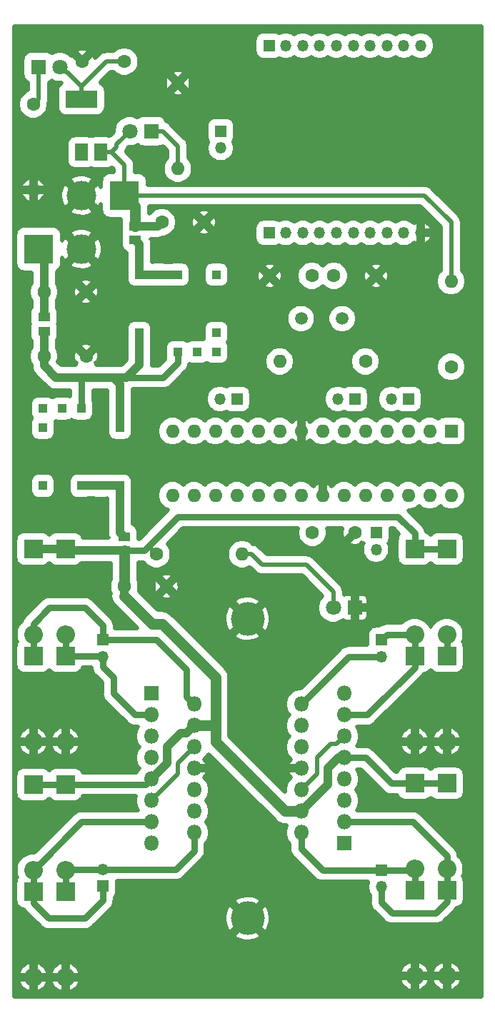
<source format=gbr>
G04 #@! TF.GenerationSoftware,KiCad,Pcbnew,(5.1.5)-3*
G04 #@! TF.CreationDate,2020-02-27T17:39:30-08:00*
G04 #@! TF.ProjectId,MobileCloud,4d6f6269-6c65-4436-9c6f-75642e6b6963,C*
G04 #@! TF.SameCoordinates,Original*
G04 #@! TF.FileFunction,Copper,L1,Top*
G04 #@! TF.FilePolarity,Positive*
%FSLAX46Y46*%
G04 Gerber Fmt 4.6, Leading zero omitted, Abs format (unit mm)*
G04 Created by KiCad (PCBNEW (5.1.5)-3) date 2020-02-27 17:39:30*
%MOMM*%
%LPD*%
G04 APERTURE LIST*
%ADD10R,2.200000X2.200000*%
%ADD11O,2.200000X2.200000*%
%ADD12R,1.600000X1.600000*%
%ADD13O,1.600000X1.600000*%
%ADD14R,1.060000X1.060000*%
%ADD15C,1.600000*%
%ADD16R,1.400000X1.060000*%
%ADD17O,1.800000X1.800000*%
%ADD18R,1.800000X1.800000*%
%ADD19R,3.800000X2.000000*%
%ADD20R,1.500000X2.000000*%
%ADD21O,1.350000X1.350000*%
%ADD22R,1.350000X1.350000*%
%ADD23R,3.500120X3.500120*%
%ADD24C,3.500120*%
%ADD25C,1.500000*%
%ADD26C,4.000000*%
%ADD27C,1.800000*%
%ADD28C,1.016000*%
%ADD29C,0.508000*%
%ADD30C,0.762000*%
%ADD31C,1.270000*%
G04 APERTURE END LIST*
D10*
X98552000Y-76835000D03*
D11*
X98552000Y-86995000D03*
D12*
X99060000Y-62865000D03*
D13*
X66040000Y-70485000D03*
X96520000Y-62865000D03*
X68580000Y-70485000D03*
X93980000Y-62865000D03*
X71120000Y-70485000D03*
X91440000Y-62865000D03*
X73660000Y-70485000D03*
X88900000Y-62865000D03*
X76200000Y-70485000D03*
X86360000Y-62865000D03*
X78740000Y-70485000D03*
X83820000Y-62865000D03*
X81280000Y-70485000D03*
X81280000Y-62865000D03*
X83820000Y-70485000D03*
X78740000Y-62865000D03*
X86360000Y-70485000D03*
X76200000Y-62865000D03*
X88900000Y-70485000D03*
X73660000Y-62865000D03*
X91440000Y-70485000D03*
X71120000Y-62865000D03*
X93980000Y-70485000D03*
X68580000Y-62865000D03*
X96520000Y-70485000D03*
X66040000Y-62865000D03*
X99060000Y-70485000D03*
D14*
X59825000Y-60190000D03*
X57535000Y-60190000D03*
X55245000Y-60190000D03*
X52955000Y-60190000D03*
X50665000Y-60190000D03*
X59825000Y-62480000D03*
X57535000Y-62480000D03*
X55245000Y-62480000D03*
X52955000Y-62480000D03*
X50665000Y-62480000D03*
X59825000Y-64770000D03*
X57535000Y-64770000D03*
X55245000Y-64770000D03*
X52955000Y-64770000D03*
X50665000Y-64770000D03*
X59825000Y-67060000D03*
X57535000Y-67060000D03*
X55245000Y-67060000D03*
X52955000Y-67060000D03*
X50665000Y-67060000D03*
X59825000Y-69350000D03*
X57535000Y-69350000D03*
X55245000Y-69350000D03*
X52955000Y-69350000D03*
X50665000Y-69350000D03*
D15*
X50800000Y-46355000D03*
X55800000Y-46355000D03*
X55800000Y-53975000D03*
X50800000Y-53975000D03*
X65325000Y-81280000D03*
X60325000Y-81280000D03*
X69770000Y-38100000D03*
X64770000Y-38100000D03*
X60325000Y-19050000D03*
X55325000Y-19050000D03*
X77550000Y-44450000D03*
X82550000Y-44450000D03*
X85170000Y-44450000D03*
X90170000Y-44450000D03*
X82630000Y-74930000D03*
X87630000Y-74930000D03*
D10*
X49530000Y-104775000D03*
D11*
X49530000Y-114935000D03*
X49530000Y-127635000D03*
D10*
X49530000Y-117475000D03*
D11*
X53340000Y-114935000D03*
D10*
X53340000Y-104775000D03*
X53340000Y-117475000D03*
D11*
X53340000Y-127635000D03*
X94742000Y-114808000D03*
D10*
X94742000Y-104648000D03*
X94742000Y-117348000D03*
D11*
X94742000Y-127508000D03*
D10*
X94742000Y-76835000D03*
D11*
X94742000Y-86995000D03*
D10*
X94742000Y-89535000D03*
D11*
X94742000Y-99695000D03*
X98552000Y-114808000D03*
D10*
X98552000Y-104648000D03*
D11*
X98552000Y-127508000D03*
D10*
X98552000Y-117348000D03*
D11*
X98552000Y-99695000D03*
D10*
X98552000Y-89535000D03*
D16*
X50800000Y-50996000D03*
X50800000Y-49334000D03*
X60325000Y-77031000D03*
X60325000Y-75369000D03*
X61595000Y-40201000D03*
X61595000Y-38539000D03*
D15*
X99060000Y-55245000D03*
D13*
X99060000Y-45085000D03*
X78740000Y-54610000D03*
D15*
X88900000Y-54610000D03*
D17*
X63500000Y-111760000D03*
X68580000Y-110490000D03*
X63500000Y-109220000D03*
X68580000Y-107950000D03*
X63500000Y-106680000D03*
X68580000Y-105410000D03*
X63500000Y-104140000D03*
X68580000Y-102870000D03*
X63500000Y-101600000D03*
X68580000Y-100330000D03*
X63500000Y-99060000D03*
X68580000Y-97790000D03*
X63500000Y-96520000D03*
X68580000Y-95250000D03*
D18*
X63500000Y-93980000D03*
D14*
X71255000Y-44315000D03*
X68965000Y-44315000D03*
X66675000Y-44315000D03*
X64385000Y-44315000D03*
X62095000Y-44315000D03*
X71255000Y-46605000D03*
X68965000Y-46605000D03*
X66675000Y-46605000D03*
X64385000Y-46605000D03*
X62095000Y-46605000D03*
X71255000Y-48895000D03*
X68965000Y-48895000D03*
X66675000Y-48895000D03*
X64385000Y-48895000D03*
X62095000Y-48895000D03*
X71255000Y-51185000D03*
X68965000Y-51185000D03*
X66675000Y-51185000D03*
X64385000Y-51185000D03*
X62095000Y-51185000D03*
X71255000Y-53475000D03*
X68965000Y-53475000D03*
X66675000Y-53475000D03*
X64385000Y-53475000D03*
X62095000Y-53475000D03*
D18*
X86360000Y-111760000D03*
D17*
X81280000Y-110490000D03*
X86360000Y-109220000D03*
X81280000Y-107950000D03*
X86360000Y-106680000D03*
X81280000Y-105410000D03*
X86360000Y-104140000D03*
X81280000Y-102870000D03*
X86360000Y-101600000D03*
X81280000Y-100330000D03*
X86360000Y-99060000D03*
X81280000Y-97790000D03*
X86360000Y-96520000D03*
X81280000Y-95250000D03*
X86360000Y-93980000D03*
D19*
X55245000Y-23495000D03*
D20*
X55245000Y-29795000D03*
X57545000Y-29795000D03*
X52945000Y-29795000D03*
D11*
X49530000Y-86995000D03*
D10*
X49530000Y-76835000D03*
X49530000Y-89535000D03*
D11*
X49530000Y-99695000D03*
X53340000Y-86995000D03*
D10*
X53340000Y-76835000D03*
X53340000Y-89535000D03*
D11*
X53340000Y-99695000D03*
D21*
X71755000Y-29305000D03*
D22*
X71755000Y-27305000D03*
D21*
X57785000Y-89630000D03*
D22*
X57785000Y-87630000D03*
X57785000Y-116840000D03*
D21*
X57785000Y-114840000D03*
D22*
X90805000Y-114935000D03*
D21*
X90805000Y-116935000D03*
X90805000Y-89630000D03*
D22*
X90805000Y-87630000D03*
D23*
X60325000Y-34925000D03*
D24*
X55245000Y-34925000D03*
D22*
X93980000Y-59055000D03*
D21*
X91980000Y-59055000D03*
X85630000Y-59055000D03*
D22*
X87630000Y-59055000D03*
X73660000Y-59055000D03*
D21*
X71660000Y-59055000D03*
D25*
X81280000Y-49530000D03*
X86160000Y-49530000D03*
D21*
X95470000Y-39370000D03*
X93470000Y-39370000D03*
X91470000Y-39370000D03*
X89470000Y-39370000D03*
X87470000Y-39370000D03*
X85470000Y-39370000D03*
X83470000Y-39370000D03*
X81470000Y-39370000D03*
X79470000Y-39370000D03*
D22*
X77470000Y-39370000D03*
X77470000Y-17145000D03*
D21*
X79470000Y-17145000D03*
X81470000Y-17145000D03*
X83470000Y-17145000D03*
X85470000Y-17145000D03*
X87470000Y-17145000D03*
X89470000Y-17145000D03*
X91470000Y-17145000D03*
X93470000Y-17145000D03*
X95470000Y-17145000D03*
D22*
X90170000Y-74930000D03*
D21*
X90170000Y-76930000D03*
D26*
X74930000Y-120650000D03*
X74930000Y-85120000D03*
D27*
X85090000Y-83820000D03*
D18*
X87630000Y-83820000D03*
X63500000Y-27305000D03*
D27*
X60960000Y-27305000D03*
D18*
X50165000Y-19685000D03*
D27*
X52705000Y-19685000D03*
D15*
X64135000Y-77470000D03*
D13*
X74295000Y-77470000D03*
X66675000Y-31750000D03*
D15*
X66675000Y-21590000D03*
X49530000Y-24130000D03*
D13*
X49530000Y-34290000D03*
D23*
X50165000Y-41275000D03*
D24*
X55245000Y-41275000D03*
D28*
X50800000Y-46355000D02*
X50800000Y-49334000D01*
X50800000Y-41910000D02*
X50165000Y-41275000D01*
X50800000Y-46355000D02*
X50800000Y-41910000D01*
D29*
X52945000Y-32625000D02*
X55245000Y-34925000D01*
X52945000Y-29795000D02*
X52945000Y-32625000D01*
D28*
X50800000Y-50996000D02*
X50800000Y-53975000D01*
X50800000Y-55106370D02*
X52208630Y-56515000D01*
X50800000Y-53975000D02*
X50800000Y-55106370D01*
X59825000Y-57285000D02*
X59825000Y-62480000D01*
X59055000Y-56515000D02*
X59825000Y-57285000D01*
X62095000Y-55021000D02*
X60601000Y-56515000D01*
X62095000Y-53475000D02*
X62095000Y-55021000D01*
X60601000Y-56515000D02*
X57150000Y-56515000D01*
X57150000Y-56515000D02*
X59055000Y-56515000D01*
X62095000Y-51185000D02*
X62095000Y-53475000D01*
D30*
X55245000Y-58898000D02*
X55245000Y-56515000D01*
D28*
X52208630Y-56515000D02*
X55245000Y-56515000D01*
D30*
X55245000Y-60190000D02*
X55245000Y-58898000D01*
D28*
X55245000Y-56515000D02*
X57150000Y-56515000D01*
D30*
X66675000Y-54767000D02*
X64927000Y-56515000D01*
X64927000Y-56515000D02*
X60601000Y-56515000D01*
X66675000Y-53475000D02*
X66675000Y-54767000D01*
X97202000Y-104648000D02*
X94742000Y-104648000D01*
X98552000Y-104648000D02*
X97202000Y-104648000D01*
X50880000Y-104775000D02*
X53340000Y-104775000D01*
X49530000Y-104775000D02*
X50880000Y-104775000D01*
X53340000Y-104775000D02*
X53340000Y-104775000D01*
D31*
X68580000Y-97790000D02*
X71120000Y-97790000D01*
D30*
X62865000Y-104775000D02*
X63500000Y-104140000D01*
X53340000Y-104775000D02*
X62865000Y-104775000D01*
D28*
X86360000Y-101600000D02*
X85725000Y-101600000D01*
X85725000Y-101600000D02*
X84455000Y-102870000D01*
X84455000Y-104775000D02*
X81280000Y-107950000D01*
X84455000Y-102870000D02*
X84455000Y-104775000D01*
X67680001Y-98689999D02*
X67045001Y-98689999D01*
X68580000Y-97790000D02*
X67680001Y-98689999D01*
X67045001Y-98689999D02*
X65405000Y-100330000D01*
X65405000Y-102235000D02*
X63500000Y-104140000D01*
X65405000Y-100330000D02*
X65405000Y-102235000D01*
X49530000Y-76835000D02*
X53340000Y-76835000D01*
D31*
X60325000Y-81280000D02*
X60325000Y-77031000D01*
D28*
X53536000Y-77031000D02*
X53340000Y-76835000D01*
X60325000Y-77031000D02*
X53536000Y-77031000D01*
D30*
X98552000Y-76835000D02*
X94742000Y-76835000D01*
X94742000Y-74973000D02*
X92794000Y-73025000D01*
X94742000Y-76835000D02*
X94742000Y-74973000D01*
X92794000Y-73025000D02*
X66675000Y-73025000D01*
X62669000Y-77031000D02*
X60325000Y-77031000D01*
X66675000Y-73025000D02*
X62669000Y-77031000D01*
X88900000Y-101600000D02*
X86360000Y-101600000D01*
X94742000Y-104648000D02*
X91948000Y-104648000D01*
X91948000Y-104648000D02*
X88900000Y-101600000D01*
D29*
X63029999Y-76670001D02*
X62669000Y-77031000D01*
X63335001Y-76670001D02*
X63029999Y-76670001D01*
X64135000Y-77470000D02*
X63335001Y-76670001D01*
D31*
X60325000Y-82411370D02*
X63638630Y-85725000D01*
D28*
X60325000Y-81280000D02*
X60325000Y-82411370D01*
D31*
X63638630Y-85725000D02*
X64770000Y-85725000D01*
X71120000Y-92075000D02*
X71120000Y-97790000D01*
X64770000Y-85725000D02*
X71120000Y-92075000D01*
X71120000Y-97790000D02*
X71120000Y-99695000D01*
X79375000Y-107950000D02*
X81280000Y-107950000D01*
X71120000Y-99695000D02*
X79375000Y-107950000D01*
D28*
X61595000Y-36195000D02*
X60325000Y-34925000D01*
D31*
X61595000Y-38539000D02*
X61595000Y-36195000D01*
D29*
X60325000Y-32666940D02*
X60325000Y-34925000D01*
X60325000Y-31317000D02*
X60325000Y-32666940D01*
X58803000Y-29795000D02*
X60325000Y-31317000D01*
X57545000Y-29795000D02*
X58803000Y-29795000D01*
X99060000Y-45085000D02*
X99060000Y-38100000D01*
X95885000Y-34925000D02*
X60325000Y-34925000D01*
X99060000Y-38100000D02*
X95885000Y-34925000D01*
D28*
X64331000Y-38539000D02*
X64770000Y-38100000D01*
X61595000Y-38539000D02*
X64331000Y-38539000D01*
D29*
X58803000Y-29795000D02*
X59388000Y-29210000D01*
X59388000Y-28877000D02*
X60960000Y-27305000D01*
X59388000Y-29210000D02*
X59388000Y-28877000D01*
X55245000Y-21987000D02*
X53578000Y-20320000D01*
X53340000Y-20320000D02*
X52705000Y-19685000D01*
X53578000Y-20320000D02*
X53340000Y-20320000D01*
X59193630Y-19050000D02*
X60325000Y-19050000D01*
X58182000Y-19050000D02*
X59193630Y-19050000D01*
X55245000Y-21987000D02*
X58182000Y-19050000D01*
X55245000Y-23495000D02*
X55245000Y-21987000D01*
D30*
X67680001Y-94350001D02*
X67680001Y-91175001D01*
X68580000Y-95250000D02*
X67680001Y-94350001D01*
X64135000Y-87630000D02*
X57785000Y-87630000D01*
X67680001Y-91175001D02*
X64135000Y-87630000D01*
X49530000Y-85725000D02*
X49530000Y-89535000D01*
X51435000Y-83820000D02*
X49530000Y-85725000D01*
X55666000Y-83820000D02*
X51435000Y-83820000D01*
X57785000Y-87630000D02*
X57785000Y-85939000D01*
X57785000Y-85939000D02*
X55666000Y-83820000D01*
X49530000Y-114935000D02*
X49530000Y-117475000D01*
X49530000Y-114935000D02*
X55245000Y-109220000D01*
X55245000Y-109220000D02*
X63500000Y-109220000D01*
X49530000Y-118825000D02*
X49530000Y-117475000D01*
X51355000Y-120650000D02*
X49530000Y-118825000D01*
X55666000Y-120650000D02*
X51355000Y-120650000D01*
X57785000Y-118531000D02*
X55666000Y-120650000D01*
X57785000Y-116840000D02*
X57785000Y-118531000D01*
X62785000Y-96520000D02*
X63500000Y-96520000D01*
X53435000Y-89630000D02*
X53340000Y-89535000D01*
X57785000Y-90805000D02*
X59055000Y-92075000D01*
X57785000Y-89630000D02*
X57785000Y-90805000D01*
X59055000Y-92075000D02*
X59055000Y-93980000D01*
X61595000Y-96520000D02*
X63500000Y-96520000D01*
X59055000Y-93980000D02*
X61595000Y-96520000D01*
X53340000Y-86995000D02*
X53340000Y-89535000D01*
X57690000Y-89535000D02*
X57785000Y-89630000D01*
X53340000Y-89535000D02*
X57690000Y-89535000D01*
X53340000Y-114935000D02*
X53340000Y-117475000D01*
X68580000Y-110490000D02*
X68580000Y-112681000D01*
X53435000Y-114840000D02*
X53340000Y-114935000D01*
X57785000Y-114840000D02*
X53435000Y-114840000D01*
X66421000Y-114840000D02*
X68580000Y-112681000D01*
X57785000Y-114840000D02*
X66421000Y-114840000D01*
X94742000Y-116363634D02*
X94742000Y-117348000D01*
X94742000Y-114808000D02*
X94742000Y-116363634D01*
X94615000Y-114935000D02*
X94742000Y-114808000D01*
X90805000Y-114935000D02*
X94615000Y-114935000D01*
X81280000Y-112395000D02*
X81280000Y-110490000D01*
X90805000Y-114935000D02*
X83820000Y-114935000D01*
X83820000Y-114935000D02*
X81280000Y-112395000D01*
X94742000Y-88550634D02*
X94742000Y-89535000D01*
X94742000Y-86995000D02*
X94742000Y-88550634D01*
X89107000Y-96520000D02*
X94742000Y-90885000D01*
X94742000Y-90885000D02*
X94742000Y-89535000D01*
X86360000Y-96520000D02*
X89107000Y-96520000D01*
X91440000Y-86995000D02*
X90805000Y-87630000D01*
X94742000Y-86995000D02*
X91440000Y-86995000D01*
X98552000Y-116363634D02*
X98552000Y-117348000D01*
X98552000Y-114808000D02*
X98552000Y-116363634D01*
X98552000Y-118698000D02*
X98552000Y-117348000D01*
X97235000Y-120015000D02*
X98552000Y-118698000D01*
X92075000Y-120015000D02*
X97235000Y-120015000D01*
X90805000Y-118745000D02*
X92075000Y-120015000D01*
X90805000Y-116935000D02*
X90805000Y-118745000D01*
X87632792Y-109220000D02*
X86360000Y-109220000D01*
X94519634Y-109220000D02*
X87632792Y-109220000D01*
X98552000Y-113252366D02*
X94519634Y-109220000D01*
X98552000Y-114808000D02*
X98552000Y-113252366D01*
X98552000Y-88550634D02*
X98552000Y-89535000D01*
X98552000Y-86995000D02*
X98552000Y-88550634D01*
X86900000Y-89630000D02*
X81280000Y-95250000D01*
X90805000Y-89630000D02*
X86900000Y-89630000D01*
D28*
X57535000Y-69350000D02*
X59825000Y-69350000D01*
X59825000Y-74869000D02*
X60325000Y-75369000D01*
X59825000Y-69350000D02*
X59825000Y-74869000D01*
X57535000Y-69350000D02*
X55245000Y-69350000D01*
X64385000Y-44315000D02*
X62095000Y-44315000D01*
X62095000Y-40701000D02*
X61595000Y-40201000D01*
X62095000Y-44315000D02*
X62095000Y-40701000D01*
X64385000Y-44315000D02*
X66675000Y-44315000D01*
D29*
X63500000Y-106680000D02*
X66675000Y-103505000D01*
X66675000Y-102235000D02*
X68580000Y-100330000D01*
X66675000Y-103505000D02*
X66675000Y-102235000D01*
X68580000Y-105410000D02*
X68580000Y-104683002D01*
X85460001Y-99959999D02*
X84825001Y-99959999D01*
X86360000Y-99060000D02*
X85460001Y-99959999D01*
X83185000Y-101600000D02*
X83185000Y-103505000D01*
X82179999Y-104510001D02*
X81280000Y-105410000D01*
X83185000Y-103505000D02*
X82179999Y-104510001D01*
X84825001Y-99959999D02*
X83185000Y-101600000D01*
X66675000Y-30618630D02*
X66675000Y-31750000D01*
X66675000Y-29072000D02*
X66675000Y-30618630D01*
X64908000Y-27305000D02*
X66675000Y-29072000D01*
X63500000Y-27305000D02*
X64908000Y-27305000D01*
X50165000Y-23495000D02*
X49530000Y-24130000D01*
X50165000Y-19685000D02*
X50165000Y-23495000D01*
X76696370Y-78740000D02*
X81915000Y-78740000D01*
X81915000Y-78740000D02*
X85090000Y-81915000D01*
X74295000Y-77470000D02*
X75426370Y-77470000D01*
X85090000Y-81915000D02*
X85090000Y-83820000D01*
X75426370Y-77470000D02*
X76696370Y-78740000D01*
G36*
X102616000Y-129921000D02*
G01*
X47244000Y-129921000D01*
X47244000Y-128174432D01*
X47747842Y-128174432D01*
X47887324Y-128511749D01*
X48089933Y-128815373D01*
X48347883Y-129073636D01*
X48651261Y-129276613D01*
X48988409Y-129416503D01*
X48990569Y-129417150D01*
X49276000Y-129287088D01*
X49276000Y-127889000D01*
X49784000Y-127889000D01*
X49784000Y-129287088D01*
X50069431Y-129417150D01*
X50071591Y-129416503D01*
X50408739Y-129276613D01*
X50712117Y-129073636D01*
X50970067Y-128815373D01*
X51172676Y-128511749D01*
X51312158Y-128174432D01*
X51557842Y-128174432D01*
X51697324Y-128511749D01*
X51899933Y-128815373D01*
X52157883Y-129073636D01*
X52461261Y-129276613D01*
X52798409Y-129416503D01*
X52800569Y-129417150D01*
X53086000Y-129287088D01*
X53086000Y-127889000D01*
X53594000Y-127889000D01*
X53594000Y-129287088D01*
X53879431Y-129417150D01*
X53881591Y-129416503D01*
X54218739Y-129276613D01*
X54522117Y-129073636D01*
X54780067Y-128815373D01*
X54982676Y-128511749D01*
X55122158Y-128174432D01*
X55065181Y-128047432D01*
X92959842Y-128047432D01*
X93099324Y-128384749D01*
X93301933Y-128688373D01*
X93559883Y-128946636D01*
X93863261Y-129149613D01*
X94200409Y-129289503D01*
X94202569Y-129290150D01*
X94488000Y-129160088D01*
X94488000Y-127762000D01*
X94996000Y-127762000D01*
X94996000Y-129160088D01*
X95281431Y-129290150D01*
X95283591Y-129289503D01*
X95620739Y-129149613D01*
X95924117Y-128946636D01*
X96182067Y-128688373D01*
X96384676Y-128384749D01*
X96524158Y-128047432D01*
X96769842Y-128047432D01*
X96909324Y-128384749D01*
X97111933Y-128688373D01*
X97369883Y-128946636D01*
X97673261Y-129149613D01*
X98010409Y-129289503D01*
X98012569Y-129290150D01*
X98298000Y-129160088D01*
X98298000Y-127762000D01*
X98806000Y-127762000D01*
X98806000Y-129160088D01*
X99091431Y-129290150D01*
X99093591Y-129289503D01*
X99430739Y-129149613D01*
X99734117Y-128946636D01*
X99992067Y-128688373D01*
X100194676Y-128384749D01*
X100334158Y-128047432D01*
X100206102Y-127762000D01*
X98806000Y-127762000D01*
X98298000Y-127762000D01*
X96897898Y-127762000D01*
X96769842Y-128047432D01*
X96524158Y-128047432D01*
X96396102Y-127762000D01*
X94996000Y-127762000D01*
X94488000Y-127762000D01*
X93087898Y-127762000D01*
X92959842Y-128047432D01*
X55065181Y-128047432D01*
X54994102Y-127889000D01*
X53594000Y-127889000D01*
X53086000Y-127889000D01*
X51685898Y-127889000D01*
X51557842Y-128174432D01*
X51312158Y-128174432D01*
X51184102Y-127889000D01*
X49784000Y-127889000D01*
X49276000Y-127889000D01*
X47875898Y-127889000D01*
X47747842Y-128174432D01*
X47244000Y-128174432D01*
X47244000Y-127095568D01*
X47747842Y-127095568D01*
X47875898Y-127381000D01*
X49276000Y-127381000D01*
X49276000Y-125982912D01*
X49784000Y-125982912D01*
X49784000Y-127381000D01*
X51184102Y-127381000D01*
X51312158Y-127095568D01*
X51557842Y-127095568D01*
X51685898Y-127381000D01*
X53086000Y-127381000D01*
X53086000Y-125982912D01*
X53594000Y-125982912D01*
X53594000Y-127381000D01*
X54994102Y-127381000D01*
X55122158Y-127095568D01*
X55069643Y-126968568D01*
X92959842Y-126968568D01*
X93087898Y-127254000D01*
X94488000Y-127254000D01*
X94488000Y-125855912D01*
X94996000Y-125855912D01*
X94996000Y-127254000D01*
X96396102Y-127254000D01*
X96524158Y-126968568D01*
X96769842Y-126968568D01*
X96897898Y-127254000D01*
X98298000Y-127254000D01*
X98298000Y-125855912D01*
X98806000Y-125855912D01*
X98806000Y-127254000D01*
X100206102Y-127254000D01*
X100334158Y-126968568D01*
X100194676Y-126631251D01*
X99992067Y-126327627D01*
X99734117Y-126069364D01*
X99430739Y-125866387D01*
X99093591Y-125726497D01*
X99091431Y-125725850D01*
X98806000Y-125855912D01*
X98298000Y-125855912D01*
X98012569Y-125725850D01*
X98010409Y-125726497D01*
X97673261Y-125866387D01*
X97369883Y-126069364D01*
X97111933Y-126327627D01*
X96909324Y-126631251D01*
X96769842Y-126968568D01*
X96524158Y-126968568D01*
X96384676Y-126631251D01*
X96182067Y-126327627D01*
X95924117Y-126069364D01*
X95620739Y-125866387D01*
X95283591Y-125726497D01*
X95281431Y-125725850D01*
X94996000Y-125855912D01*
X94488000Y-125855912D01*
X94202569Y-125725850D01*
X94200409Y-125726497D01*
X93863261Y-125866387D01*
X93559883Y-126069364D01*
X93301933Y-126327627D01*
X93099324Y-126631251D01*
X92959842Y-126968568D01*
X55069643Y-126968568D01*
X54982676Y-126758251D01*
X54780067Y-126454627D01*
X54522117Y-126196364D01*
X54218739Y-125993387D01*
X53881591Y-125853497D01*
X53879431Y-125852850D01*
X53594000Y-125982912D01*
X53086000Y-125982912D01*
X52800569Y-125852850D01*
X52798409Y-125853497D01*
X52461261Y-125993387D01*
X52157883Y-126196364D01*
X51899933Y-126454627D01*
X51697324Y-126758251D01*
X51557842Y-127095568D01*
X51312158Y-127095568D01*
X51172676Y-126758251D01*
X50970067Y-126454627D01*
X50712117Y-126196364D01*
X50408739Y-125993387D01*
X50071591Y-125853497D01*
X50069431Y-125852850D01*
X49784000Y-125982912D01*
X49276000Y-125982912D01*
X48990569Y-125852850D01*
X48988409Y-125853497D01*
X48651261Y-125993387D01*
X48347883Y-126196364D01*
X48089933Y-126454627D01*
X47887324Y-126758251D01*
X47747842Y-127095568D01*
X47244000Y-127095568D01*
X47244000Y-122648534D01*
X73290676Y-122648534D01*
X73511018Y-123035191D01*
X74003611Y-123266190D01*
X74531805Y-123396651D01*
X75075301Y-123421559D01*
X75613213Y-123339958D01*
X76124870Y-123154983D01*
X76348982Y-123035191D01*
X76569324Y-122648534D01*
X74930000Y-121009210D01*
X73290676Y-122648534D01*
X47244000Y-122648534D01*
X47244000Y-100234432D01*
X47747842Y-100234432D01*
X47887324Y-100571749D01*
X48089933Y-100875373D01*
X48347883Y-101133636D01*
X48651261Y-101336613D01*
X48988409Y-101476503D01*
X48990569Y-101477150D01*
X49276000Y-101347088D01*
X49276000Y-99949000D01*
X49784000Y-99949000D01*
X49784000Y-101347088D01*
X50069431Y-101477150D01*
X50071591Y-101476503D01*
X50408739Y-101336613D01*
X50712117Y-101133636D01*
X50970067Y-100875373D01*
X51172676Y-100571749D01*
X51312158Y-100234432D01*
X51557842Y-100234432D01*
X51697324Y-100571749D01*
X51899933Y-100875373D01*
X52157883Y-101133636D01*
X52461261Y-101336613D01*
X52798409Y-101476503D01*
X52800569Y-101477150D01*
X53086000Y-101347088D01*
X53086000Y-99949000D01*
X53594000Y-99949000D01*
X53594000Y-101347088D01*
X53879431Y-101477150D01*
X53881591Y-101476503D01*
X54218739Y-101336613D01*
X54522117Y-101133636D01*
X54780067Y-100875373D01*
X54982676Y-100571749D01*
X55122158Y-100234432D01*
X54994102Y-99949000D01*
X53594000Y-99949000D01*
X53086000Y-99949000D01*
X51685898Y-99949000D01*
X51557842Y-100234432D01*
X51312158Y-100234432D01*
X51184102Y-99949000D01*
X49784000Y-99949000D01*
X49276000Y-99949000D01*
X47875898Y-99949000D01*
X47747842Y-100234432D01*
X47244000Y-100234432D01*
X47244000Y-99155568D01*
X47747842Y-99155568D01*
X47875898Y-99441000D01*
X49276000Y-99441000D01*
X49276000Y-98042912D01*
X49784000Y-98042912D01*
X49784000Y-99441000D01*
X51184102Y-99441000D01*
X51312158Y-99155568D01*
X51557842Y-99155568D01*
X51685898Y-99441000D01*
X53086000Y-99441000D01*
X53086000Y-98042912D01*
X53594000Y-98042912D01*
X53594000Y-99441000D01*
X54994102Y-99441000D01*
X55122158Y-99155568D01*
X54982676Y-98818251D01*
X54780067Y-98514627D01*
X54522117Y-98256364D01*
X54218739Y-98053387D01*
X53881591Y-97913497D01*
X53879431Y-97912850D01*
X53594000Y-98042912D01*
X53086000Y-98042912D01*
X52800569Y-97912850D01*
X52798409Y-97913497D01*
X52461261Y-98053387D01*
X52157883Y-98256364D01*
X51899933Y-98514627D01*
X51697324Y-98818251D01*
X51557842Y-99155568D01*
X51312158Y-99155568D01*
X51172676Y-98818251D01*
X50970067Y-98514627D01*
X50712117Y-98256364D01*
X50408739Y-98053387D01*
X50071591Y-97913497D01*
X50069431Y-97912850D01*
X49784000Y-98042912D01*
X49276000Y-98042912D01*
X48990569Y-97912850D01*
X48988409Y-97913497D01*
X48651261Y-98053387D01*
X48347883Y-98256364D01*
X48089933Y-98514627D01*
X47887324Y-98818251D01*
X47747842Y-99155568D01*
X47244000Y-99155568D01*
X47244000Y-75735000D01*
X47409085Y-75735000D01*
X47409085Y-77935000D01*
X47428702Y-78134171D01*
X47486798Y-78325687D01*
X47581140Y-78502190D01*
X47708104Y-78656896D01*
X47862810Y-78783860D01*
X48039313Y-78878202D01*
X48230829Y-78936298D01*
X48430000Y-78955915D01*
X50630000Y-78955915D01*
X50829171Y-78936298D01*
X51020687Y-78878202D01*
X51197190Y-78783860D01*
X51351896Y-78656896D01*
X51435000Y-78555634D01*
X51518104Y-78656896D01*
X51672810Y-78783860D01*
X51849313Y-78878202D01*
X52040829Y-78936298D01*
X52240000Y-78955915D01*
X54440000Y-78955915D01*
X54639171Y-78936298D01*
X54830687Y-78878202D01*
X55007190Y-78783860D01*
X55161896Y-78656896D01*
X55245520Y-78555000D01*
X58674001Y-78555000D01*
X58674000Y-80520430D01*
X58578788Y-80750292D01*
X58509000Y-81101140D01*
X58509000Y-81458860D01*
X58578788Y-81809708D01*
X58697132Y-82095415D01*
X58666012Y-82411370D01*
X58697890Y-82735022D01*
X58792296Y-83046237D01*
X58945602Y-83333053D01*
X59100218Y-83521454D01*
X61811763Y-86233000D01*
X59182000Y-86233000D01*
X59182000Y-86007632D01*
X59188760Y-85939000D01*
X59161786Y-85665140D01*
X59081904Y-85401804D01*
X58952183Y-85159113D01*
X58917543Y-85116904D01*
X58777608Y-84946392D01*
X58724296Y-84902641D01*
X56702364Y-82880709D01*
X56658608Y-82827392D01*
X56445887Y-82652817D01*
X56203195Y-82523096D01*
X55939860Y-82443214D01*
X55734625Y-82423000D01*
X55666000Y-82416241D01*
X55597375Y-82423000D01*
X51503625Y-82423000D01*
X51435000Y-82416241D01*
X51366375Y-82423000D01*
X51161140Y-82443214D01*
X50897805Y-82523096D01*
X50655113Y-82652817D01*
X50442392Y-82827392D01*
X50398640Y-82880704D01*
X48590704Y-84688641D01*
X48537392Y-84732393D01*
X48362817Y-84945114D01*
X48233096Y-85187806D01*
X48184067Y-85349433D01*
X48181129Y-85351396D01*
X47886396Y-85646129D01*
X47654825Y-85992698D01*
X47495317Y-86377786D01*
X47414000Y-86786592D01*
X47414000Y-87203408D01*
X47495317Y-87612214D01*
X47594463Y-87851575D01*
X47581140Y-87867810D01*
X47486798Y-88044313D01*
X47428702Y-88235829D01*
X47409085Y-88435000D01*
X47409085Y-90635000D01*
X47428702Y-90834171D01*
X47486798Y-91025687D01*
X47581140Y-91202190D01*
X47708104Y-91356896D01*
X47862810Y-91483860D01*
X48039313Y-91578202D01*
X48230829Y-91636298D01*
X48430000Y-91655915D01*
X50630000Y-91655915D01*
X50829171Y-91636298D01*
X51020687Y-91578202D01*
X51197190Y-91483860D01*
X51351896Y-91356896D01*
X51435000Y-91255634D01*
X51518104Y-91356896D01*
X51672810Y-91483860D01*
X51849313Y-91578202D01*
X52040829Y-91636298D01*
X52240000Y-91655915D01*
X54440000Y-91655915D01*
X54639171Y-91636298D01*
X54830687Y-91578202D01*
X55007190Y-91483860D01*
X55161896Y-91356896D01*
X55288860Y-91202190D01*
X55383202Y-91025687D01*
X55411622Y-90932000D01*
X56393749Y-90932000D01*
X56408214Y-91078860D01*
X56488096Y-91342195D01*
X56617818Y-91584887D01*
X56792393Y-91797608D01*
X56845704Y-91841359D01*
X57658000Y-92653657D01*
X57658001Y-93911366D01*
X57651241Y-93980000D01*
X57678214Y-94253859D01*
X57707379Y-94350001D01*
X57758097Y-94517195D01*
X57887818Y-94759887D01*
X58062393Y-94972608D01*
X58115704Y-95016359D01*
X60558645Y-97459302D01*
X60602392Y-97512608D01*
X60815113Y-97687183D01*
X61057805Y-97816904D01*
X61269091Y-97880997D01*
X61321140Y-97896786D01*
X61594999Y-97923759D01*
X61663624Y-97917000D01*
X61959374Y-97917000D01*
X61802063Y-98152434D01*
X61657631Y-98501123D01*
X61584000Y-98871290D01*
X61584000Y-99248710D01*
X61657631Y-99618877D01*
X61802063Y-99967566D01*
X62011745Y-100281379D01*
X62060366Y-100330000D01*
X62011745Y-100378621D01*
X61802063Y-100692434D01*
X61657631Y-101041123D01*
X61584000Y-101411290D01*
X61584000Y-101788710D01*
X61657631Y-102158877D01*
X61802063Y-102507566D01*
X62011745Y-102821379D01*
X62060366Y-102870000D01*
X62011745Y-102918621D01*
X61802063Y-103232434D01*
X61741767Y-103378000D01*
X55411622Y-103378000D01*
X55383202Y-103284313D01*
X55288860Y-103107810D01*
X55161896Y-102953104D01*
X55007190Y-102826140D01*
X54830687Y-102731798D01*
X54639171Y-102673702D01*
X54440000Y-102654085D01*
X52240000Y-102654085D01*
X52040829Y-102673702D01*
X51849313Y-102731798D01*
X51672810Y-102826140D01*
X51518104Y-102953104D01*
X51435000Y-103054366D01*
X51351896Y-102953104D01*
X51197190Y-102826140D01*
X51020687Y-102731798D01*
X50829171Y-102673702D01*
X50630000Y-102654085D01*
X48430000Y-102654085D01*
X48230829Y-102673702D01*
X48039313Y-102731798D01*
X47862810Y-102826140D01*
X47708104Y-102953104D01*
X47581140Y-103107810D01*
X47486798Y-103284313D01*
X47428702Y-103475829D01*
X47409085Y-103675000D01*
X47409085Y-105875000D01*
X47428702Y-106074171D01*
X47486798Y-106265687D01*
X47581140Y-106442190D01*
X47708104Y-106596896D01*
X47862810Y-106723860D01*
X48039313Y-106818202D01*
X48230829Y-106876298D01*
X48430000Y-106895915D01*
X50630000Y-106895915D01*
X50829171Y-106876298D01*
X51020687Y-106818202D01*
X51197190Y-106723860D01*
X51351896Y-106596896D01*
X51435000Y-106495634D01*
X51518104Y-106596896D01*
X51672810Y-106723860D01*
X51849313Y-106818202D01*
X52040829Y-106876298D01*
X52240000Y-106895915D01*
X54440000Y-106895915D01*
X54639171Y-106876298D01*
X54830687Y-106818202D01*
X55007190Y-106723860D01*
X55161896Y-106596896D01*
X55288860Y-106442190D01*
X55383202Y-106265687D01*
X55411622Y-106172000D01*
X61647511Y-106172000D01*
X61584000Y-106491290D01*
X61584000Y-106868710D01*
X61657631Y-107238877D01*
X61802063Y-107587566D01*
X61959374Y-107823000D01*
X55313632Y-107823000D01*
X55245000Y-107816240D01*
X54971140Y-107843214D01*
X54707804Y-107923096D01*
X54566507Y-107998621D01*
X54465113Y-108052817D01*
X54252392Y-108227392D01*
X54208641Y-108280703D01*
X49670345Y-112819000D01*
X49321592Y-112819000D01*
X48912786Y-112900317D01*
X48527698Y-113059825D01*
X48181129Y-113291396D01*
X47886396Y-113586129D01*
X47654825Y-113932698D01*
X47495317Y-114317786D01*
X47414000Y-114726592D01*
X47414000Y-115143408D01*
X47495317Y-115552214D01*
X47594463Y-115791575D01*
X47581140Y-115807810D01*
X47486798Y-115984313D01*
X47428702Y-116175829D01*
X47409085Y-116375000D01*
X47409085Y-118575000D01*
X47428702Y-118774171D01*
X47486798Y-118965687D01*
X47581140Y-119142190D01*
X47708104Y-119296896D01*
X47862810Y-119423860D01*
X48039313Y-119518202D01*
X48230829Y-119576298D01*
X48354022Y-119588432D01*
X48362817Y-119604886D01*
X48537392Y-119817607D01*
X48590704Y-119861359D01*
X50318640Y-121589296D01*
X50362392Y-121642608D01*
X50575112Y-121817182D01*
X50575113Y-121817183D01*
X50817804Y-121946904D01*
X51081140Y-122026786D01*
X51355000Y-122053759D01*
X51423625Y-122047000D01*
X55597375Y-122047000D01*
X55666000Y-122053759D01*
X55734625Y-122047000D01*
X55939860Y-122026786D01*
X56203195Y-121946904D01*
X56445887Y-121817183D01*
X56658608Y-121642608D01*
X56702364Y-121589291D01*
X57496354Y-120795301D01*
X72158441Y-120795301D01*
X72240042Y-121333213D01*
X72425017Y-121844870D01*
X72544809Y-122068982D01*
X72931466Y-122289324D01*
X74570790Y-120650000D01*
X75289210Y-120650000D01*
X76928534Y-122289324D01*
X77315191Y-122068982D01*
X77546190Y-121576389D01*
X77676651Y-121048195D01*
X77701559Y-120504699D01*
X77619958Y-119966787D01*
X77434983Y-119455130D01*
X77315191Y-119231018D01*
X76928534Y-119010676D01*
X75289210Y-120650000D01*
X74570790Y-120650000D01*
X72931466Y-119010676D01*
X72544809Y-119231018D01*
X72313810Y-119723611D01*
X72183349Y-120251805D01*
X72158441Y-120795301D01*
X57496354Y-120795301D01*
X58724296Y-119567359D01*
X58777608Y-119523608D01*
X58952183Y-119310887D01*
X59042353Y-119142190D01*
X59081904Y-119068196D01*
X59161786Y-118804860D01*
X59176894Y-118651466D01*
X73290676Y-118651466D01*
X74930000Y-120290790D01*
X76569324Y-118651466D01*
X76348982Y-118264809D01*
X75856389Y-118033810D01*
X75328195Y-117903349D01*
X74784699Y-117878441D01*
X74246787Y-117960042D01*
X73735130Y-118145017D01*
X73511018Y-118264809D01*
X73290676Y-118651466D01*
X59176894Y-118651466D01*
X59188760Y-118531000D01*
X59182000Y-118462368D01*
X59182000Y-118236769D01*
X59308860Y-118082190D01*
X59403202Y-117905687D01*
X59461298Y-117714171D01*
X59480915Y-117515000D01*
X59480915Y-116237000D01*
X66352375Y-116237000D01*
X66421000Y-116243759D01*
X66489625Y-116237000D01*
X66694860Y-116216786D01*
X66958195Y-116136904D01*
X67200887Y-116007183D01*
X67413608Y-115832608D01*
X67457363Y-115779292D01*
X69519302Y-113717355D01*
X69572608Y-113673608D01*
X69747183Y-113460887D01*
X69876904Y-113218195D01*
X69956786Y-112954860D01*
X69977000Y-112749625D01*
X69983759Y-112681001D01*
X69977000Y-112612376D01*
X69977000Y-111802634D01*
X70068255Y-111711379D01*
X70277937Y-111397566D01*
X70422369Y-111048877D01*
X70496000Y-110678710D01*
X70496000Y-110301290D01*
X70422369Y-109931123D01*
X70277937Y-109582434D01*
X70068255Y-109268621D01*
X70019634Y-109220000D01*
X70068255Y-109171379D01*
X70277937Y-108857566D01*
X70422369Y-108508877D01*
X70496000Y-108138710D01*
X70496000Y-107761290D01*
X70422369Y-107391123D01*
X70277937Y-107042434D01*
X70068255Y-106728621D01*
X70019634Y-106680000D01*
X70068255Y-106631379D01*
X70277937Y-106317566D01*
X70422369Y-105968877D01*
X70496000Y-105598710D01*
X70496000Y-105221290D01*
X70422369Y-104851123D01*
X70277937Y-104502434D01*
X70068255Y-104188621D01*
X69835881Y-103956247D01*
X69847735Y-103944767D01*
X70033052Y-103676793D01*
X70162529Y-103377814D01*
X70031985Y-103124000D01*
X68834000Y-103124000D01*
X68834000Y-103144000D01*
X68326000Y-103144000D01*
X68326000Y-103124000D01*
X68306000Y-103124000D01*
X68306000Y-102616000D01*
X68326000Y-102616000D01*
X68326000Y-102596000D01*
X68834000Y-102596000D01*
X68834000Y-102616000D01*
X70031985Y-102616000D01*
X70162529Y-102362186D01*
X70033052Y-102063207D01*
X69847735Y-101795233D01*
X69835881Y-101783753D01*
X70068255Y-101551379D01*
X70277937Y-101237566D01*
X70292512Y-101202378D01*
X78150218Y-109060085D01*
X78201918Y-109123082D01*
X78453316Y-109329398D01*
X78740133Y-109482705D01*
X79051347Y-109577111D01*
X79293896Y-109601000D01*
X79293899Y-109601000D01*
X79375000Y-109608988D01*
X79456101Y-109601000D01*
X79574373Y-109601000D01*
X79437631Y-109931123D01*
X79364000Y-110301290D01*
X79364000Y-110678710D01*
X79437631Y-111048877D01*
X79582063Y-111397566D01*
X79791745Y-111711379D01*
X79883000Y-111802634D01*
X79883000Y-112326375D01*
X79876241Y-112395000D01*
X79883000Y-112463624D01*
X79903214Y-112668859D01*
X79983096Y-112932194D01*
X80112817Y-113174886D01*
X80287392Y-113387607D01*
X80340704Y-113431359D01*
X82783645Y-115874302D01*
X82827392Y-115927608D01*
X83040113Y-116102183D01*
X83282805Y-116231904D01*
X83516534Y-116302805D01*
X83546140Y-116311786D01*
X83819999Y-116338759D01*
X83888624Y-116332000D01*
X89224445Y-116332000D01*
X89178984Y-116441754D01*
X89114000Y-116768451D01*
X89114000Y-117101549D01*
X89178984Y-117428246D01*
X89306455Y-117735989D01*
X89408000Y-117887961D01*
X89408000Y-118676375D01*
X89401241Y-118745000D01*
X89428214Y-119018859D01*
X89493815Y-119235113D01*
X89508097Y-119282195D01*
X89637818Y-119524887D01*
X89812393Y-119737608D01*
X89865704Y-119781359D01*
X91038645Y-120954301D01*
X91082392Y-121007608D01*
X91295113Y-121182183D01*
X91537805Y-121311904D01*
X91801140Y-121391786D01*
X92074999Y-121418759D01*
X92143624Y-121412000D01*
X97166375Y-121412000D01*
X97235000Y-121418759D01*
X97303625Y-121412000D01*
X97508860Y-121391786D01*
X97772195Y-121311904D01*
X98014887Y-121182183D01*
X98227608Y-121007608D01*
X98271363Y-120954292D01*
X99491306Y-119734351D01*
X99544607Y-119690608D01*
X99614958Y-119604886D01*
X99638419Y-119576298D01*
X99719183Y-119477887D01*
X99727979Y-119461432D01*
X99851171Y-119449298D01*
X100042687Y-119391202D01*
X100219190Y-119296860D01*
X100373896Y-119169896D01*
X100500860Y-119015190D01*
X100595202Y-118838687D01*
X100653298Y-118647171D01*
X100672915Y-118448000D01*
X100672915Y-116248000D01*
X100653298Y-116048829D01*
X100595202Y-115857313D01*
X100500860Y-115680810D01*
X100487537Y-115664575D01*
X100586683Y-115425214D01*
X100668000Y-115016408D01*
X100668000Y-114599592D01*
X100586683Y-114190786D01*
X100427175Y-113805698D01*
X100195604Y-113459129D01*
X99952145Y-113215670D01*
X99928786Y-112978506D01*
X99848904Y-112715170D01*
X99719183Y-112472479D01*
X99711916Y-112463624D01*
X99544608Y-112259758D01*
X99491297Y-112216007D01*
X95555998Y-108280709D01*
X95512242Y-108227392D01*
X95299521Y-108052817D01*
X95056829Y-107923096D01*
X94793494Y-107843214D01*
X94588259Y-107823000D01*
X94519634Y-107816241D01*
X94451009Y-107823000D01*
X87900626Y-107823000D01*
X88057937Y-107587566D01*
X88202369Y-107238877D01*
X88276000Y-106868710D01*
X88276000Y-106491290D01*
X88202369Y-106121123D01*
X88057937Y-105772434D01*
X87848255Y-105458621D01*
X87799634Y-105410000D01*
X87848255Y-105361379D01*
X88057937Y-105047566D01*
X88202369Y-104698877D01*
X88276000Y-104328710D01*
X88276000Y-103951290D01*
X88202369Y-103581123D01*
X88057937Y-103232434D01*
X87900626Y-102997000D01*
X88321345Y-102997000D01*
X90911641Y-105587297D01*
X90955392Y-105640608D01*
X91168113Y-105815183D01*
X91410805Y-105944904D01*
X91674140Y-106024786D01*
X91948000Y-106051759D01*
X92016625Y-106045000D01*
X92670378Y-106045000D01*
X92698798Y-106138687D01*
X92793140Y-106315190D01*
X92920104Y-106469896D01*
X93074810Y-106596860D01*
X93251313Y-106691202D01*
X93442829Y-106749298D01*
X93642000Y-106768915D01*
X95842000Y-106768915D01*
X96041171Y-106749298D01*
X96232687Y-106691202D01*
X96409190Y-106596860D01*
X96563896Y-106469896D01*
X96647000Y-106368634D01*
X96730104Y-106469896D01*
X96884810Y-106596860D01*
X97061313Y-106691202D01*
X97252829Y-106749298D01*
X97452000Y-106768915D01*
X99652000Y-106768915D01*
X99851171Y-106749298D01*
X100042687Y-106691202D01*
X100219190Y-106596860D01*
X100373896Y-106469896D01*
X100500860Y-106315190D01*
X100595202Y-106138687D01*
X100653298Y-105947171D01*
X100672915Y-105748000D01*
X100672915Y-103548000D01*
X100653298Y-103348829D01*
X100595202Y-103157313D01*
X100500860Y-102980810D01*
X100373896Y-102826104D01*
X100219190Y-102699140D01*
X100042687Y-102604798D01*
X99851171Y-102546702D01*
X99652000Y-102527085D01*
X97452000Y-102527085D01*
X97252829Y-102546702D01*
X97061313Y-102604798D01*
X96884810Y-102699140D01*
X96730104Y-102826104D01*
X96647000Y-102927366D01*
X96563896Y-102826104D01*
X96409190Y-102699140D01*
X96232687Y-102604798D01*
X96041171Y-102546702D01*
X95842000Y-102527085D01*
X93642000Y-102527085D01*
X93442829Y-102546702D01*
X93251313Y-102604798D01*
X93074810Y-102699140D01*
X92920104Y-102826104D01*
X92793140Y-102980810D01*
X92698798Y-103157313D01*
X92670378Y-103251000D01*
X92526656Y-103251000D01*
X89936364Y-100660709D01*
X89892608Y-100607392D01*
X89679887Y-100432817D01*
X89437195Y-100303096D01*
X89210841Y-100234432D01*
X92959842Y-100234432D01*
X93099324Y-100571749D01*
X93301933Y-100875373D01*
X93559883Y-101133636D01*
X93863261Y-101336613D01*
X94200409Y-101476503D01*
X94202569Y-101477150D01*
X94488000Y-101347088D01*
X94488000Y-99949000D01*
X94996000Y-99949000D01*
X94996000Y-101347088D01*
X95281431Y-101477150D01*
X95283591Y-101476503D01*
X95620739Y-101336613D01*
X95924117Y-101133636D01*
X96182067Y-100875373D01*
X96384676Y-100571749D01*
X96524158Y-100234432D01*
X96769842Y-100234432D01*
X96909324Y-100571749D01*
X97111933Y-100875373D01*
X97369883Y-101133636D01*
X97673261Y-101336613D01*
X98010409Y-101476503D01*
X98012569Y-101477150D01*
X98298000Y-101347088D01*
X98298000Y-99949000D01*
X98806000Y-99949000D01*
X98806000Y-101347088D01*
X99091431Y-101477150D01*
X99093591Y-101476503D01*
X99430739Y-101336613D01*
X99734117Y-101133636D01*
X99992067Y-100875373D01*
X100194676Y-100571749D01*
X100334158Y-100234432D01*
X100206102Y-99949000D01*
X98806000Y-99949000D01*
X98298000Y-99949000D01*
X96897898Y-99949000D01*
X96769842Y-100234432D01*
X96524158Y-100234432D01*
X96396102Y-99949000D01*
X94996000Y-99949000D01*
X94488000Y-99949000D01*
X93087898Y-99949000D01*
X92959842Y-100234432D01*
X89210841Y-100234432D01*
X89173860Y-100223214D01*
X88968625Y-100203000D01*
X88900000Y-100196241D01*
X88831375Y-100203000D01*
X87900626Y-100203000D01*
X88057937Y-99967566D01*
X88202369Y-99618877D01*
X88276000Y-99248710D01*
X88276000Y-99155568D01*
X92959842Y-99155568D01*
X93087898Y-99441000D01*
X94488000Y-99441000D01*
X94488000Y-98042912D01*
X94996000Y-98042912D01*
X94996000Y-99441000D01*
X96396102Y-99441000D01*
X96524158Y-99155568D01*
X96769842Y-99155568D01*
X96897898Y-99441000D01*
X98298000Y-99441000D01*
X98298000Y-98042912D01*
X98806000Y-98042912D01*
X98806000Y-99441000D01*
X100206102Y-99441000D01*
X100334158Y-99155568D01*
X100194676Y-98818251D01*
X99992067Y-98514627D01*
X99734117Y-98256364D01*
X99430739Y-98053387D01*
X99093591Y-97913497D01*
X99091431Y-97912850D01*
X98806000Y-98042912D01*
X98298000Y-98042912D01*
X98012569Y-97912850D01*
X98010409Y-97913497D01*
X97673261Y-98053387D01*
X97369883Y-98256364D01*
X97111933Y-98514627D01*
X96909324Y-98818251D01*
X96769842Y-99155568D01*
X96524158Y-99155568D01*
X96384676Y-98818251D01*
X96182067Y-98514627D01*
X95924117Y-98256364D01*
X95620739Y-98053387D01*
X95283591Y-97913497D01*
X95281431Y-97912850D01*
X94996000Y-98042912D01*
X94488000Y-98042912D01*
X94202569Y-97912850D01*
X94200409Y-97913497D01*
X93863261Y-98053387D01*
X93559883Y-98256364D01*
X93301933Y-98514627D01*
X93099324Y-98818251D01*
X92959842Y-99155568D01*
X88276000Y-99155568D01*
X88276000Y-98871290D01*
X88202369Y-98501123D01*
X88057937Y-98152434D01*
X87900626Y-97917000D01*
X89038375Y-97917000D01*
X89107000Y-97923759D01*
X89175625Y-97917000D01*
X89380860Y-97896786D01*
X89644195Y-97816904D01*
X89886887Y-97687183D01*
X90099608Y-97512608D01*
X90143364Y-97459291D01*
X95681307Y-91921350D01*
X95734607Y-91877608D01*
X95800262Y-91797608D01*
X95838227Y-91751347D01*
X95909183Y-91664887D01*
X95917979Y-91648432D01*
X96041171Y-91636298D01*
X96232687Y-91578202D01*
X96409190Y-91483860D01*
X96563896Y-91356896D01*
X96647000Y-91255634D01*
X96730104Y-91356896D01*
X96884810Y-91483860D01*
X97061313Y-91578202D01*
X97252829Y-91636298D01*
X97452000Y-91655915D01*
X99652000Y-91655915D01*
X99851171Y-91636298D01*
X100042687Y-91578202D01*
X100219190Y-91483860D01*
X100373896Y-91356896D01*
X100500860Y-91202190D01*
X100595202Y-91025687D01*
X100653298Y-90834171D01*
X100672915Y-90635000D01*
X100672915Y-88435000D01*
X100653298Y-88235829D01*
X100595202Y-88044313D01*
X100500860Y-87867810D01*
X100487537Y-87851575D01*
X100586683Y-87612214D01*
X100668000Y-87203408D01*
X100668000Y-86786592D01*
X100586683Y-86377786D01*
X100427175Y-85992698D01*
X100195604Y-85646129D01*
X99900871Y-85351396D01*
X99554302Y-85119825D01*
X99169214Y-84960317D01*
X98760408Y-84879000D01*
X98343592Y-84879000D01*
X97934786Y-84960317D01*
X97549698Y-85119825D01*
X97203129Y-85351396D01*
X96908396Y-85646129D01*
X96676825Y-85992698D01*
X96647000Y-86064702D01*
X96617175Y-85992698D01*
X96385604Y-85646129D01*
X96090871Y-85351396D01*
X95744302Y-85119825D01*
X95359214Y-84960317D01*
X94950408Y-84879000D01*
X94533592Y-84879000D01*
X94124786Y-84960317D01*
X93739698Y-85119825D01*
X93393129Y-85351396D01*
X93146525Y-85598000D01*
X91508625Y-85598000D01*
X91440000Y-85591241D01*
X91166140Y-85618214D01*
X90902804Y-85698096D01*
X90831891Y-85736000D01*
X90660113Y-85827817D01*
X90530625Y-85934085D01*
X90130000Y-85934085D01*
X89930829Y-85953702D01*
X89739313Y-86011798D01*
X89562810Y-86106140D01*
X89408104Y-86233104D01*
X89281140Y-86387810D01*
X89186798Y-86564313D01*
X89128702Y-86755829D01*
X89109085Y-86955000D01*
X89109085Y-88233000D01*
X86968624Y-88233000D01*
X86899999Y-88226241D01*
X86626140Y-88253214D01*
X86362805Y-88333096D01*
X86120113Y-88462817D01*
X85907392Y-88637392D01*
X85863646Y-88690697D01*
X81220345Y-93334000D01*
X81091290Y-93334000D01*
X80721123Y-93407631D01*
X80372434Y-93552063D01*
X80058621Y-93761745D01*
X79791745Y-94028621D01*
X79582063Y-94342434D01*
X79437631Y-94691123D01*
X79364000Y-95061290D01*
X79364000Y-95438710D01*
X79437631Y-95808877D01*
X79582063Y-96157566D01*
X79791745Y-96471379D01*
X79840366Y-96520000D01*
X79791745Y-96568621D01*
X79582063Y-96882434D01*
X79437631Y-97231123D01*
X79364000Y-97601290D01*
X79364000Y-97978710D01*
X79437631Y-98348877D01*
X79582063Y-98697566D01*
X79791745Y-99011379D01*
X79840366Y-99060000D01*
X79791745Y-99108621D01*
X79582063Y-99422434D01*
X79437631Y-99771123D01*
X79364000Y-100141290D01*
X79364000Y-100518710D01*
X79437631Y-100888877D01*
X79582063Y-101237566D01*
X79791745Y-101551379D01*
X80024119Y-101783753D01*
X80012265Y-101795233D01*
X79826948Y-102063207D01*
X79697471Y-102362186D01*
X79828015Y-102616000D01*
X81026000Y-102616000D01*
X81026000Y-102596000D01*
X81534000Y-102596000D01*
X81534000Y-102616000D01*
X81554000Y-102616000D01*
X81554000Y-103124000D01*
X81534000Y-103124000D01*
X81534000Y-103144000D01*
X81026000Y-103144000D01*
X81026000Y-103124000D01*
X79828015Y-103124000D01*
X79697471Y-103377814D01*
X79826948Y-103676793D01*
X80012265Y-103944767D01*
X80024119Y-103956247D01*
X79791745Y-104188621D01*
X79582063Y-104502434D01*
X79437631Y-104851123D01*
X79364000Y-105221290D01*
X79364000Y-105598710D01*
X79365347Y-105605480D01*
X72771000Y-99011134D01*
X72771000Y-97871104D01*
X72778988Y-97790000D01*
X72771000Y-97708896D01*
X72771000Y-92156100D01*
X72778988Y-92074999D01*
X72767158Y-91954887D01*
X72747111Y-91751347D01*
X72652705Y-91440133D01*
X72575190Y-91295113D01*
X72499398Y-91153315D01*
X72344782Y-90964915D01*
X72293082Y-90901918D01*
X72230086Y-90850219D01*
X68498401Y-87118534D01*
X73290676Y-87118534D01*
X73511018Y-87505191D01*
X74003611Y-87736190D01*
X74531805Y-87866651D01*
X75075301Y-87891559D01*
X75613213Y-87809958D01*
X76124870Y-87624983D01*
X76348982Y-87505191D01*
X76569324Y-87118534D01*
X74930000Y-85479210D01*
X73290676Y-87118534D01*
X68498401Y-87118534D01*
X66645168Y-85265301D01*
X72158441Y-85265301D01*
X72240042Y-85803213D01*
X72425017Y-86314870D01*
X72544809Y-86538982D01*
X72931466Y-86759324D01*
X74570790Y-85120000D01*
X75289210Y-85120000D01*
X76928534Y-86759324D01*
X77315191Y-86538982D01*
X77546190Y-86046389D01*
X77676651Y-85518195D01*
X77701559Y-84974699D01*
X77619958Y-84436787D01*
X77434983Y-83925130D01*
X77315191Y-83701018D01*
X76928534Y-83480676D01*
X75289210Y-85120000D01*
X74570790Y-85120000D01*
X72931466Y-83480676D01*
X72544809Y-83701018D01*
X72313810Y-84193611D01*
X72183349Y-84721805D01*
X72158441Y-85265301D01*
X66645168Y-85265301D01*
X65994787Y-84614921D01*
X65943082Y-84551918D01*
X65691684Y-84345602D01*
X65404867Y-84192295D01*
X65093653Y-84097889D01*
X64851104Y-84074000D01*
X64851101Y-84074000D01*
X64770000Y-84066012D01*
X64688899Y-84074000D01*
X64322497Y-84074000D01*
X63369963Y-83121466D01*
X73290676Y-83121466D01*
X74930000Y-84760790D01*
X76569324Y-83121466D01*
X76348982Y-82734809D01*
X75856389Y-82503810D01*
X75328195Y-82373349D01*
X74784699Y-82348441D01*
X74246787Y-82430042D01*
X73735130Y-82615017D01*
X73511018Y-82734809D01*
X73290676Y-83121466D01*
X63369963Y-83121466D01*
X62666561Y-82418064D01*
X64546147Y-82418064D01*
X64620088Y-82682358D01*
X64907219Y-82792933D01*
X65210406Y-82845368D01*
X65517996Y-82837647D01*
X65818169Y-82770065D01*
X66029912Y-82682358D01*
X66103853Y-82418064D01*
X65325000Y-81639210D01*
X64546147Y-82418064D01*
X62666561Y-82418064D01*
X62067402Y-81818906D01*
X62071212Y-81809708D01*
X62141000Y-81458860D01*
X62141000Y-81165406D01*
X63759632Y-81165406D01*
X63767353Y-81472996D01*
X63834935Y-81773169D01*
X63922642Y-81984912D01*
X64186936Y-82058853D01*
X64965790Y-81280000D01*
X65684210Y-81280000D01*
X66463064Y-82058853D01*
X66727358Y-81984912D01*
X66837933Y-81697781D01*
X66890368Y-81394594D01*
X66882647Y-81087004D01*
X66815065Y-80786831D01*
X66727358Y-80575088D01*
X66463064Y-80501147D01*
X65684210Y-81280000D01*
X64965790Y-81280000D01*
X64186936Y-80501147D01*
X63922642Y-80575088D01*
X63812067Y-80862219D01*
X63759632Y-81165406D01*
X62141000Y-81165406D01*
X62141000Y-81101140D01*
X62071212Y-80750292D01*
X61976000Y-80520430D01*
X61976000Y-80141936D01*
X64546147Y-80141936D01*
X65325000Y-80920790D01*
X66103853Y-80141936D01*
X66029912Y-79877642D01*
X65742781Y-79767067D01*
X65439594Y-79714632D01*
X65132004Y-79722353D01*
X64831831Y-79789935D01*
X64620088Y-79877642D01*
X64546147Y-80141936D01*
X61976000Y-80141936D01*
X61976000Y-78428000D01*
X62591031Y-78428000D01*
X62724421Y-78627633D01*
X62977367Y-78880579D01*
X63274801Y-79079318D01*
X63605292Y-79216212D01*
X63956140Y-79286000D01*
X64313860Y-79286000D01*
X64664708Y-79216212D01*
X64995199Y-79079318D01*
X65292633Y-78880579D01*
X65545579Y-78627633D01*
X65744318Y-78330199D01*
X65881212Y-77999708D01*
X65951000Y-77648860D01*
X65951000Y-77291140D01*
X72479000Y-77291140D01*
X72479000Y-77648860D01*
X72548788Y-77999708D01*
X72685682Y-78330199D01*
X72884421Y-78627633D01*
X73137367Y-78880579D01*
X73434801Y-79079318D01*
X73765292Y-79216212D01*
X74116140Y-79286000D01*
X74473860Y-79286000D01*
X74824708Y-79216212D01*
X75155199Y-79079318D01*
X75205816Y-79045497D01*
X75754233Y-79593914D01*
X75794000Y-79642370D01*
X75987382Y-79801075D01*
X76208011Y-79919003D01*
X76374786Y-79969594D01*
X76447406Y-79991623D01*
X76473125Y-79994156D01*
X76633990Y-80010000D01*
X76633996Y-80010000D01*
X76696369Y-80016143D01*
X76758742Y-80010000D01*
X81388950Y-80010000D01*
X83789658Y-82410708D01*
X83601745Y-82598621D01*
X83392063Y-82912434D01*
X83247631Y-83261123D01*
X83174000Y-83631290D01*
X83174000Y-84008710D01*
X83247631Y-84378877D01*
X83392063Y-84727566D01*
X83601745Y-85041379D01*
X83868621Y-85308255D01*
X84182434Y-85517937D01*
X84531123Y-85662369D01*
X84901290Y-85736000D01*
X85278710Y-85736000D01*
X85648877Y-85662369D01*
X85997566Y-85517937D01*
X86275145Y-85332466D01*
X86304607Y-85356645D01*
X86436984Y-85427403D01*
X86580622Y-85470975D01*
X86730000Y-85485687D01*
X87185500Y-85482000D01*
X87376000Y-85291500D01*
X87376000Y-84074000D01*
X87884000Y-84074000D01*
X87884000Y-85291500D01*
X88074500Y-85482000D01*
X88530000Y-85485687D01*
X88679378Y-85470975D01*
X88823016Y-85427403D01*
X88955393Y-85356645D01*
X89071422Y-85261422D01*
X89166645Y-85145393D01*
X89237403Y-85013016D01*
X89280975Y-84869378D01*
X89295687Y-84720000D01*
X89292000Y-84264500D01*
X89101500Y-84074000D01*
X87884000Y-84074000D01*
X87376000Y-84074000D01*
X87356000Y-84074000D01*
X87356000Y-83566000D01*
X87376000Y-83566000D01*
X87376000Y-82348500D01*
X87884000Y-82348500D01*
X87884000Y-83566000D01*
X89101500Y-83566000D01*
X89292000Y-83375500D01*
X89295687Y-82920000D01*
X89280975Y-82770622D01*
X89237403Y-82626984D01*
X89166645Y-82494607D01*
X89071422Y-82378578D01*
X88955393Y-82283355D01*
X88823016Y-82212597D01*
X88679378Y-82169025D01*
X88530000Y-82154313D01*
X88074500Y-82158000D01*
X87884000Y-82348500D01*
X87376000Y-82348500D01*
X87185500Y-82158000D01*
X86730000Y-82154313D01*
X86580622Y-82169025D01*
X86436984Y-82212597D01*
X86360000Y-82253746D01*
X86360000Y-81977372D01*
X86366143Y-81914999D01*
X86360000Y-81852626D01*
X86360000Y-81852620D01*
X86341623Y-81666037D01*
X86269003Y-81426641D01*
X86151075Y-81206012D01*
X85992370Y-81012630D01*
X85943915Y-80972864D01*
X82857141Y-77886091D01*
X82817370Y-77837630D01*
X82623988Y-77678925D01*
X82403359Y-77560997D01*
X82163963Y-77488377D01*
X81977380Y-77470000D01*
X81977373Y-77470000D01*
X81915000Y-77463857D01*
X81852627Y-77470000D01*
X77222421Y-77470000D01*
X76368511Y-76616091D01*
X76328740Y-76567630D01*
X76135358Y-76408925D01*
X75914729Y-76290997D01*
X75675333Y-76218377D01*
X75604625Y-76211413D01*
X75452633Y-76059421D01*
X75155199Y-75860682D01*
X74824708Y-75723788D01*
X74473860Y-75654000D01*
X74116140Y-75654000D01*
X73765292Y-75723788D01*
X73434801Y-75860682D01*
X73137367Y-76059421D01*
X72884421Y-76312367D01*
X72685682Y-76609801D01*
X72548788Y-76940292D01*
X72479000Y-77291140D01*
X65951000Y-77291140D01*
X65881212Y-76940292D01*
X65744318Y-76609801D01*
X65545579Y-76312367D01*
X65454434Y-76221222D01*
X67253656Y-74422000D01*
X80879470Y-74422000D01*
X80814000Y-74751140D01*
X80814000Y-75108860D01*
X80883788Y-75459708D01*
X81020682Y-75790199D01*
X81219421Y-76087633D01*
X81472367Y-76340579D01*
X81769801Y-76539318D01*
X82100292Y-76676212D01*
X82451140Y-76746000D01*
X82808860Y-76746000D01*
X83159708Y-76676212D01*
X83490199Y-76539318D01*
X83787633Y-76340579D01*
X84040579Y-76087633D01*
X84239318Y-75790199D01*
X84376212Y-75459708D01*
X84446000Y-75108860D01*
X84446000Y-74751140D01*
X84380530Y-74422000D01*
X86151811Y-74422000D01*
X86117067Y-74512219D01*
X86064632Y-74815406D01*
X86072353Y-75122996D01*
X86139935Y-75423169D01*
X86227642Y-75634912D01*
X86491936Y-75708853D01*
X87270790Y-74930000D01*
X87256647Y-74915858D01*
X87615858Y-74556648D01*
X87630000Y-74570790D01*
X87644143Y-74556648D01*
X88003353Y-74915858D01*
X87989210Y-74930000D01*
X88003353Y-74944142D01*
X87644142Y-75303353D01*
X87630000Y-75289210D01*
X86851147Y-76068064D01*
X86925088Y-76332358D01*
X87212219Y-76442933D01*
X87515406Y-76495368D01*
X87822996Y-76487647D01*
X88123169Y-76420065D01*
X88334912Y-76332358D01*
X88408853Y-76068066D01*
X88559370Y-76218583D01*
X88632076Y-76145877D01*
X88646140Y-76172190D01*
X88651078Y-76178206D01*
X88543984Y-76436754D01*
X88479000Y-76763451D01*
X88479000Y-77096549D01*
X88543984Y-77423246D01*
X88671455Y-77730989D01*
X88856515Y-78007950D01*
X89092050Y-78243485D01*
X89369011Y-78428545D01*
X89676754Y-78556016D01*
X90003451Y-78621000D01*
X90336549Y-78621000D01*
X90663246Y-78556016D01*
X90970989Y-78428545D01*
X91247950Y-78243485D01*
X91483485Y-78007950D01*
X91668545Y-77730989D01*
X91796016Y-77423246D01*
X91861000Y-77096549D01*
X91861000Y-76763451D01*
X91796016Y-76436754D01*
X91688922Y-76178206D01*
X91693860Y-76172190D01*
X91788202Y-75995687D01*
X91846298Y-75804171D01*
X91865915Y-75605000D01*
X91865915Y-74422000D01*
X92215345Y-74422000D01*
X92868873Y-75075529D01*
X92793140Y-75167810D01*
X92698798Y-75344313D01*
X92640702Y-75535829D01*
X92621085Y-75735000D01*
X92621085Y-77935000D01*
X92640702Y-78134171D01*
X92698798Y-78325687D01*
X92793140Y-78502190D01*
X92920104Y-78656896D01*
X93074810Y-78783860D01*
X93251313Y-78878202D01*
X93442829Y-78936298D01*
X93642000Y-78955915D01*
X95842000Y-78955915D01*
X96041171Y-78936298D01*
X96232687Y-78878202D01*
X96409190Y-78783860D01*
X96563896Y-78656896D01*
X96647000Y-78555634D01*
X96730104Y-78656896D01*
X96884810Y-78783860D01*
X97061313Y-78878202D01*
X97252829Y-78936298D01*
X97452000Y-78955915D01*
X99652000Y-78955915D01*
X99851171Y-78936298D01*
X100042687Y-78878202D01*
X100219190Y-78783860D01*
X100373896Y-78656896D01*
X100500860Y-78502190D01*
X100595202Y-78325687D01*
X100653298Y-78134171D01*
X100672915Y-77935000D01*
X100672915Y-75735000D01*
X100653298Y-75535829D01*
X100595202Y-75344313D01*
X100500860Y-75167810D01*
X100373896Y-75013104D01*
X100219190Y-74886140D01*
X100042687Y-74791798D01*
X99851171Y-74733702D01*
X99652000Y-74714085D01*
X97452000Y-74714085D01*
X97252829Y-74733702D01*
X97061313Y-74791798D01*
X96884810Y-74886140D01*
X96730104Y-75013104D01*
X96647000Y-75114366D01*
X96563896Y-75013104D01*
X96409190Y-74886140D01*
X96232687Y-74791798D01*
X96124685Y-74759036D01*
X96118786Y-74699140D01*
X96079851Y-74570790D01*
X96038904Y-74435805D01*
X95909183Y-74193113D01*
X95734608Y-73980392D01*
X95681296Y-73936640D01*
X94045655Y-72301000D01*
X94158860Y-72301000D01*
X94509708Y-72231212D01*
X94840199Y-72094318D01*
X95137633Y-71895579D01*
X95250000Y-71783212D01*
X95362367Y-71895579D01*
X95659801Y-72094318D01*
X95990292Y-72231212D01*
X96341140Y-72301000D01*
X96698860Y-72301000D01*
X97049708Y-72231212D01*
X97380199Y-72094318D01*
X97677633Y-71895579D01*
X97790000Y-71783212D01*
X97902367Y-71895579D01*
X98199801Y-72094318D01*
X98530292Y-72231212D01*
X98881140Y-72301000D01*
X99238860Y-72301000D01*
X99589708Y-72231212D01*
X99920199Y-72094318D01*
X100217633Y-71895579D01*
X100470579Y-71642633D01*
X100669318Y-71345199D01*
X100806212Y-71014708D01*
X100876000Y-70663860D01*
X100876000Y-70306140D01*
X100806212Y-69955292D01*
X100669318Y-69624801D01*
X100470579Y-69327367D01*
X100217633Y-69074421D01*
X99920199Y-68875682D01*
X99589708Y-68738788D01*
X99238860Y-68669000D01*
X98881140Y-68669000D01*
X98530292Y-68738788D01*
X98199801Y-68875682D01*
X97902367Y-69074421D01*
X97790000Y-69186788D01*
X97677633Y-69074421D01*
X97380199Y-68875682D01*
X97049708Y-68738788D01*
X96698860Y-68669000D01*
X96341140Y-68669000D01*
X95990292Y-68738788D01*
X95659801Y-68875682D01*
X95362367Y-69074421D01*
X95250000Y-69186788D01*
X95137633Y-69074421D01*
X94840199Y-68875682D01*
X94509708Y-68738788D01*
X94158860Y-68669000D01*
X93801140Y-68669000D01*
X93450292Y-68738788D01*
X93119801Y-68875682D01*
X92822367Y-69074421D01*
X92710000Y-69186788D01*
X92597633Y-69074421D01*
X92300199Y-68875682D01*
X91969708Y-68738788D01*
X91618860Y-68669000D01*
X91261140Y-68669000D01*
X90910292Y-68738788D01*
X90579801Y-68875682D01*
X90282367Y-69074421D01*
X90170000Y-69186788D01*
X90057633Y-69074421D01*
X89760199Y-68875682D01*
X89429708Y-68738788D01*
X89078860Y-68669000D01*
X88721140Y-68669000D01*
X88370292Y-68738788D01*
X88039801Y-68875682D01*
X87742367Y-69074421D01*
X87630000Y-69186788D01*
X87517633Y-69074421D01*
X87220199Y-68875682D01*
X86889708Y-68738788D01*
X86538860Y-68669000D01*
X86181140Y-68669000D01*
X85830292Y-68738788D01*
X85499801Y-68875682D01*
X85202367Y-69074421D01*
X84949421Y-69327367D01*
X84914087Y-69380248D01*
X84779337Y-69252301D01*
X84520416Y-69088830D01*
X84311971Y-69002499D01*
X84074000Y-69137225D01*
X84074000Y-70231000D01*
X84094000Y-70231000D01*
X84094000Y-70739000D01*
X84074000Y-70739000D01*
X84074000Y-70759000D01*
X83566000Y-70759000D01*
X83566000Y-70739000D01*
X83546000Y-70739000D01*
X83546000Y-70231000D01*
X83566000Y-70231000D01*
X83566000Y-69137225D01*
X83328029Y-69002499D01*
X83119584Y-69088830D01*
X82860663Y-69252301D01*
X82725913Y-69380248D01*
X82690579Y-69327367D01*
X82437633Y-69074421D01*
X82140199Y-68875682D01*
X81809708Y-68738788D01*
X81458860Y-68669000D01*
X81101140Y-68669000D01*
X80750292Y-68738788D01*
X80419801Y-68875682D01*
X80122367Y-69074421D01*
X80010000Y-69186788D01*
X79897633Y-69074421D01*
X79600199Y-68875682D01*
X79269708Y-68738788D01*
X78918860Y-68669000D01*
X78561140Y-68669000D01*
X78210292Y-68738788D01*
X77879801Y-68875682D01*
X77582367Y-69074421D01*
X77470000Y-69186788D01*
X77357633Y-69074421D01*
X77060199Y-68875682D01*
X76729708Y-68738788D01*
X76378860Y-68669000D01*
X76021140Y-68669000D01*
X75670292Y-68738788D01*
X75339801Y-68875682D01*
X75042367Y-69074421D01*
X74930000Y-69186788D01*
X74817633Y-69074421D01*
X74520199Y-68875682D01*
X74189708Y-68738788D01*
X73838860Y-68669000D01*
X73481140Y-68669000D01*
X73130292Y-68738788D01*
X72799801Y-68875682D01*
X72502367Y-69074421D01*
X72390000Y-69186788D01*
X72277633Y-69074421D01*
X71980199Y-68875682D01*
X71649708Y-68738788D01*
X71298860Y-68669000D01*
X70941140Y-68669000D01*
X70590292Y-68738788D01*
X70259801Y-68875682D01*
X69962367Y-69074421D01*
X69850000Y-69186788D01*
X69737633Y-69074421D01*
X69440199Y-68875682D01*
X69109708Y-68738788D01*
X68758860Y-68669000D01*
X68401140Y-68669000D01*
X68050292Y-68738788D01*
X67719801Y-68875682D01*
X67422367Y-69074421D01*
X67310000Y-69186788D01*
X67197633Y-69074421D01*
X66900199Y-68875682D01*
X66569708Y-68738788D01*
X66218860Y-68669000D01*
X65861140Y-68669000D01*
X65510292Y-68738788D01*
X65179801Y-68875682D01*
X64882367Y-69074421D01*
X64629421Y-69327367D01*
X64430682Y-69624801D01*
X64293788Y-69955292D01*
X64224000Y-70306140D01*
X64224000Y-70663860D01*
X64293788Y-71014708D01*
X64430682Y-71345199D01*
X64629421Y-71642633D01*
X64882367Y-71895579D01*
X65179801Y-72094318D01*
X65498158Y-72226186D01*
X62090345Y-75634000D01*
X62045915Y-75634000D01*
X62045915Y-74839000D01*
X62026298Y-74639829D01*
X61968202Y-74448313D01*
X61873860Y-74271810D01*
X61746896Y-74117104D01*
X61592190Y-73990140D01*
X61415687Y-73895798D01*
X61349000Y-73875569D01*
X61349000Y-70103229D01*
X61356298Y-70079171D01*
X61375915Y-69880000D01*
X61375915Y-68820000D01*
X61356298Y-68620829D01*
X61298202Y-68429313D01*
X61203860Y-68252810D01*
X61076896Y-68098104D01*
X60922190Y-67971140D01*
X60745687Y-67876798D01*
X60554171Y-67818702D01*
X60355000Y-67799085D01*
X59295000Y-67799085D01*
X59095829Y-67818702D01*
X59071771Y-67826000D01*
X58288229Y-67826000D01*
X58264171Y-67818702D01*
X58065000Y-67799085D01*
X57005000Y-67799085D01*
X56805829Y-67818702D01*
X56781771Y-67826000D01*
X55998229Y-67826000D01*
X55974171Y-67818702D01*
X55775000Y-67799085D01*
X54715000Y-67799085D01*
X54515829Y-67818702D01*
X54324313Y-67876798D01*
X54147810Y-67971140D01*
X53993104Y-68098104D01*
X53866140Y-68252810D01*
X53771798Y-68429313D01*
X53713702Y-68620829D01*
X53694085Y-68820000D01*
X53694085Y-69880000D01*
X53713702Y-70079171D01*
X53771798Y-70270687D01*
X53866140Y-70447190D01*
X53993104Y-70601896D01*
X54147810Y-70728860D01*
X54324313Y-70823202D01*
X54515829Y-70881298D01*
X54715000Y-70900915D01*
X55775000Y-70900915D01*
X55974171Y-70881298D01*
X55998229Y-70874000D01*
X56781771Y-70874000D01*
X56805829Y-70881298D01*
X57005000Y-70900915D01*
X58065000Y-70900915D01*
X58264171Y-70881298D01*
X58288229Y-70874000D01*
X58301000Y-70874000D01*
X58301001Y-74794141D01*
X58293628Y-74869000D01*
X58323053Y-75167756D01*
X58410197Y-75455031D01*
X58437975Y-75507000D01*
X55432553Y-75507000D01*
X55383202Y-75344313D01*
X55288860Y-75167810D01*
X55161896Y-75013104D01*
X55007190Y-74886140D01*
X54830687Y-74791798D01*
X54639171Y-74733702D01*
X54440000Y-74714085D01*
X52240000Y-74714085D01*
X52040829Y-74733702D01*
X51849313Y-74791798D01*
X51672810Y-74886140D01*
X51518104Y-75013104D01*
X51435000Y-75114366D01*
X51351896Y-75013104D01*
X51197190Y-74886140D01*
X51020687Y-74791798D01*
X50829171Y-74733702D01*
X50630000Y-74714085D01*
X48430000Y-74714085D01*
X48230829Y-74733702D01*
X48039313Y-74791798D01*
X47862810Y-74886140D01*
X47708104Y-75013104D01*
X47581140Y-75167810D01*
X47486798Y-75344313D01*
X47428702Y-75535829D01*
X47409085Y-75735000D01*
X47244000Y-75735000D01*
X47244000Y-68820000D01*
X49114085Y-68820000D01*
X49114085Y-69880000D01*
X49133702Y-70079171D01*
X49191798Y-70270687D01*
X49286140Y-70447190D01*
X49413104Y-70601896D01*
X49567810Y-70728860D01*
X49744313Y-70823202D01*
X49935829Y-70881298D01*
X50135000Y-70900915D01*
X51195000Y-70900915D01*
X51394171Y-70881298D01*
X51585687Y-70823202D01*
X51762190Y-70728860D01*
X51916896Y-70601896D01*
X52043860Y-70447190D01*
X52138202Y-70270687D01*
X52196298Y-70079171D01*
X52215915Y-69880000D01*
X52215915Y-68820000D01*
X52196298Y-68620829D01*
X52138202Y-68429313D01*
X52043860Y-68252810D01*
X51916896Y-68098104D01*
X51762190Y-67971140D01*
X51585687Y-67876798D01*
X51394171Y-67818702D01*
X51195000Y-67799085D01*
X50135000Y-67799085D01*
X49935829Y-67818702D01*
X49744313Y-67876798D01*
X49567810Y-67971140D01*
X49413104Y-68098104D01*
X49286140Y-68252810D01*
X49191798Y-68429313D01*
X49133702Y-68620829D01*
X49114085Y-68820000D01*
X47244000Y-68820000D01*
X47244000Y-39524940D01*
X47394025Y-39524940D01*
X47394025Y-43025060D01*
X47413642Y-43224231D01*
X47471738Y-43415747D01*
X47566080Y-43592250D01*
X47693044Y-43746956D01*
X47847750Y-43873920D01*
X48024253Y-43968262D01*
X48215769Y-44026358D01*
X48414940Y-44045975D01*
X49276001Y-44045975D01*
X49276000Y-45367113D01*
X49190682Y-45494801D01*
X49053788Y-45825292D01*
X48984000Y-46176140D01*
X48984000Y-46533860D01*
X49053788Y-46884708D01*
X49190682Y-47215199D01*
X49276000Y-47342887D01*
X49276001Y-48206517D01*
X49251140Y-48236810D01*
X49156798Y-48413313D01*
X49098702Y-48604829D01*
X49079085Y-48804000D01*
X49079085Y-49864000D01*
X49098702Y-50063171D01*
X49129592Y-50165000D01*
X49098702Y-50266829D01*
X49079085Y-50466000D01*
X49079085Y-51526000D01*
X49098702Y-51725171D01*
X49156798Y-51916687D01*
X49251140Y-52093190D01*
X49276000Y-52123482D01*
X49276001Y-52987113D01*
X49190682Y-53114801D01*
X49053788Y-53445292D01*
X48984000Y-53796140D01*
X48984000Y-54153860D01*
X49053788Y-54504708D01*
X49190682Y-54835199D01*
X49276000Y-54962886D01*
X49276000Y-55031521D01*
X49268628Y-55106370D01*
X49276000Y-55181219D01*
X49276000Y-55181229D01*
X49298052Y-55405126D01*
X49385196Y-55692401D01*
X49437899Y-55791000D01*
X49526710Y-55957155D01*
X49669436Y-56131067D01*
X49669441Y-56131072D01*
X49717157Y-56189214D01*
X49775298Y-56236929D01*
X51078070Y-57539702D01*
X51125786Y-57597844D01*
X51183928Y-57645560D01*
X51183932Y-57645564D01*
X51357845Y-57788290D01*
X51622599Y-57929804D01*
X51909874Y-58016948D01*
X52133771Y-58039000D01*
X52133779Y-58039000D01*
X52208630Y-58046372D01*
X52283481Y-58039000D01*
X53848000Y-58039000D01*
X53848000Y-58708399D01*
X53684171Y-58658702D01*
X53485000Y-58639085D01*
X52425000Y-58639085D01*
X52225829Y-58658702D01*
X52034313Y-58716798D01*
X51857810Y-58811140D01*
X51810000Y-58850377D01*
X51762190Y-58811140D01*
X51585687Y-58716798D01*
X51394171Y-58658702D01*
X51195000Y-58639085D01*
X50135000Y-58639085D01*
X49935829Y-58658702D01*
X49744313Y-58716798D01*
X49567810Y-58811140D01*
X49413104Y-58938104D01*
X49286140Y-59092810D01*
X49191798Y-59269313D01*
X49133702Y-59460829D01*
X49114085Y-59660000D01*
X49114085Y-60720000D01*
X49133702Y-60919171D01*
X49191798Y-61110687D01*
X49286140Y-61287190D01*
X49325377Y-61335000D01*
X49286140Y-61382810D01*
X49191798Y-61559313D01*
X49133702Y-61750829D01*
X49114085Y-61950000D01*
X49114085Y-63010000D01*
X49133702Y-63209171D01*
X49191798Y-63400687D01*
X49286140Y-63577190D01*
X49413104Y-63731896D01*
X49567810Y-63858860D01*
X49744313Y-63953202D01*
X49935829Y-64011298D01*
X50135000Y-64030915D01*
X51195000Y-64030915D01*
X51394171Y-64011298D01*
X51585687Y-63953202D01*
X51762190Y-63858860D01*
X51916896Y-63731896D01*
X52043860Y-63577190D01*
X52138202Y-63400687D01*
X52196298Y-63209171D01*
X52215915Y-63010000D01*
X52215915Y-61950000D01*
X52196298Y-61750829D01*
X52183439Y-61708439D01*
X52225829Y-61721298D01*
X52425000Y-61740915D01*
X53485000Y-61740915D01*
X53684171Y-61721298D01*
X53875687Y-61663202D01*
X54052190Y-61568860D01*
X54100000Y-61529623D01*
X54147810Y-61568860D01*
X54324313Y-61663202D01*
X54515829Y-61721298D01*
X54715000Y-61740915D01*
X55775000Y-61740915D01*
X55974171Y-61721298D01*
X56165687Y-61663202D01*
X56342190Y-61568860D01*
X56496896Y-61441896D01*
X56623860Y-61287190D01*
X56718202Y-61110687D01*
X56776298Y-60919171D01*
X56795915Y-60720000D01*
X56795915Y-59660000D01*
X56776298Y-59460829D01*
X56718202Y-59269313D01*
X56642000Y-59126748D01*
X56642000Y-58039000D01*
X58301000Y-58039000D01*
X58301000Y-59436769D01*
X58293702Y-59460829D01*
X58274085Y-59660000D01*
X58274085Y-60720000D01*
X58293702Y-60919171D01*
X58301001Y-60943231D01*
X58301001Y-61726768D01*
X58293702Y-61750829D01*
X58274085Y-61950000D01*
X58274085Y-63010000D01*
X58293702Y-63209171D01*
X58351798Y-63400687D01*
X58446140Y-63577190D01*
X58573104Y-63731896D01*
X58727810Y-63858860D01*
X58904313Y-63953202D01*
X59095829Y-64011298D01*
X59295000Y-64030915D01*
X60355000Y-64030915D01*
X60554171Y-64011298D01*
X60745687Y-63953202D01*
X60922190Y-63858860D01*
X61076896Y-63731896D01*
X61203860Y-63577190D01*
X61298202Y-63400687D01*
X61356298Y-63209171D01*
X61375915Y-63010000D01*
X61375915Y-62686140D01*
X64224000Y-62686140D01*
X64224000Y-63043860D01*
X64293788Y-63394708D01*
X64430682Y-63725199D01*
X64629421Y-64022633D01*
X64882367Y-64275579D01*
X65179801Y-64474318D01*
X65510292Y-64611212D01*
X65861140Y-64681000D01*
X66218860Y-64681000D01*
X66569708Y-64611212D01*
X66900199Y-64474318D01*
X67197633Y-64275579D01*
X67310000Y-64163212D01*
X67422367Y-64275579D01*
X67719801Y-64474318D01*
X68050292Y-64611212D01*
X68401140Y-64681000D01*
X68758860Y-64681000D01*
X69109708Y-64611212D01*
X69440199Y-64474318D01*
X69737633Y-64275579D01*
X69850000Y-64163212D01*
X69962367Y-64275579D01*
X70259801Y-64474318D01*
X70590292Y-64611212D01*
X70941140Y-64681000D01*
X71298860Y-64681000D01*
X71649708Y-64611212D01*
X71980199Y-64474318D01*
X72277633Y-64275579D01*
X72390000Y-64163212D01*
X72502367Y-64275579D01*
X72799801Y-64474318D01*
X73130292Y-64611212D01*
X73481140Y-64681000D01*
X73838860Y-64681000D01*
X74189708Y-64611212D01*
X74520199Y-64474318D01*
X74817633Y-64275579D01*
X74930000Y-64163212D01*
X75042367Y-64275579D01*
X75339801Y-64474318D01*
X75670292Y-64611212D01*
X76021140Y-64681000D01*
X76378860Y-64681000D01*
X76729708Y-64611212D01*
X77060199Y-64474318D01*
X77357633Y-64275579D01*
X77470000Y-64163212D01*
X77582367Y-64275579D01*
X77879801Y-64474318D01*
X78210292Y-64611212D01*
X78561140Y-64681000D01*
X78918860Y-64681000D01*
X79269708Y-64611212D01*
X79600199Y-64474318D01*
X79897633Y-64275579D01*
X80150579Y-64022633D01*
X80185913Y-63969752D01*
X80320663Y-64097699D01*
X80579584Y-64261170D01*
X80788029Y-64347501D01*
X81026000Y-64212775D01*
X81026000Y-63119000D01*
X81006000Y-63119000D01*
X81006000Y-62611000D01*
X81026000Y-62611000D01*
X81026000Y-61517225D01*
X81534000Y-61517225D01*
X81534000Y-62611000D01*
X81554000Y-62611000D01*
X81554000Y-63119000D01*
X81534000Y-63119000D01*
X81534000Y-64212775D01*
X81771971Y-64347501D01*
X81980416Y-64261170D01*
X82239337Y-64097699D01*
X82374087Y-63969752D01*
X82409421Y-64022633D01*
X82662367Y-64275579D01*
X82959801Y-64474318D01*
X83290292Y-64611212D01*
X83641140Y-64681000D01*
X83998860Y-64681000D01*
X84349708Y-64611212D01*
X84680199Y-64474318D01*
X84977633Y-64275579D01*
X85090000Y-64163212D01*
X85202367Y-64275579D01*
X85499801Y-64474318D01*
X85830292Y-64611212D01*
X86181140Y-64681000D01*
X86538860Y-64681000D01*
X86889708Y-64611212D01*
X87220199Y-64474318D01*
X87517633Y-64275579D01*
X87630000Y-64163212D01*
X87742367Y-64275579D01*
X88039801Y-64474318D01*
X88370292Y-64611212D01*
X88721140Y-64681000D01*
X89078860Y-64681000D01*
X89429708Y-64611212D01*
X89760199Y-64474318D01*
X90057633Y-64275579D01*
X90170000Y-64163212D01*
X90282367Y-64275579D01*
X90579801Y-64474318D01*
X90910292Y-64611212D01*
X91261140Y-64681000D01*
X91618860Y-64681000D01*
X91969708Y-64611212D01*
X92300199Y-64474318D01*
X92597633Y-64275579D01*
X92710000Y-64163212D01*
X92822367Y-64275579D01*
X93119801Y-64474318D01*
X93450292Y-64611212D01*
X93801140Y-64681000D01*
X94158860Y-64681000D01*
X94509708Y-64611212D01*
X94840199Y-64474318D01*
X95137633Y-64275579D01*
X95250000Y-64163212D01*
X95362367Y-64275579D01*
X95659801Y-64474318D01*
X95990292Y-64611212D01*
X96341140Y-64681000D01*
X96698860Y-64681000D01*
X97049708Y-64611212D01*
X97380199Y-64474318D01*
X97528517Y-64375215D01*
X97538104Y-64386896D01*
X97692810Y-64513860D01*
X97869313Y-64608202D01*
X98060829Y-64666298D01*
X98260000Y-64685915D01*
X99860000Y-64685915D01*
X100059171Y-64666298D01*
X100250687Y-64608202D01*
X100427190Y-64513860D01*
X100581896Y-64386896D01*
X100708860Y-64232190D01*
X100803202Y-64055687D01*
X100861298Y-63864171D01*
X100880915Y-63665000D01*
X100880915Y-62065000D01*
X100861298Y-61865829D01*
X100803202Y-61674313D01*
X100708860Y-61497810D01*
X100581896Y-61343104D01*
X100427190Y-61216140D01*
X100250687Y-61121798D01*
X100059171Y-61063702D01*
X99860000Y-61044085D01*
X98260000Y-61044085D01*
X98060829Y-61063702D01*
X97869313Y-61121798D01*
X97692810Y-61216140D01*
X97538104Y-61343104D01*
X97528517Y-61354785D01*
X97380199Y-61255682D01*
X97049708Y-61118788D01*
X96698860Y-61049000D01*
X96341140Y-61049000D01*
X95990292Y-61118788D01*
X95659801Y-61255682D01*
X95362367Y-61454421D01*
X95250000Y-61566788D01*
X95137633Y-61454421D01*
X94840199Y-61255682D01*
X94509708Y-61118788D01*
X94158860Y-61049000D01*
X93801140Y-61049000D01*
X93450292Y-61118788D01*
X93119801Y-61255682D01*
X92822367Y-61454421D01*
X92710000Y-61566788D01*
X92597633Y-61454421D01*
X92300199Y-61255682D01*
X91969708Y-61118788D01*
X91618860Y-61049000D01*
X91261140Y-61049000D01*
X90910292Y-61118788D01*
X90579801Y-61255682D01*
X90282367Y-61454421D01*
X90170000Y-61566788D01*
X90057633Y-61454421D01*
X89760199Y-61255682D01*
X89429708Y-61118788D01*
X89078860Y-61049000D01*
X88721140Y-61049000D01*
X88370292Y-61118788D01*
X88039801Y-61255682D01*
X87742367Y-61454421D01*
X87630000Y-61566788D01*
X87517633Y-61454421D01*
X87220199Y-61255682D01*
X86889708Y-61118788D01*
X86538860Y-61049000D01*
X86181140Y-61049000D01*
X85830292Y-61118788D01*
X85499801Y-61255682D01*
X85202367Y-61454421D01*
X85090000Y-61566788D01*
X84977633Y-61454421D01*
X84680199Y-61255682D01*
X84349708Y-61118788D01*
X83998860Y-61049000D01*
X83641140Y-61049000D01*
X83290292Y-61118788D01*
X82959801Y-61255682D01*
X82662367Y-61454421D01*
X82409421Y-61707367D01*
X82374087Y-61760248D01*
X82239337Y-61632301D01*
X81980416Y-61468830D01*
X81771971Y-61382499D01*
X81534000Y-61517225D01*
X81026000Y-61517225D01*
X80788029Y-61382499D01*
X80579584Y-61468830D01*
X80320663Y-61632301D01*
X80185913Y-61760248D01*
X80150579Y-61707367D01*
X79897633Y-61454421D01*
X79600199Y-61255682D01*
X79269708Y-61118788D01*
X78918860Y-61049000D01*
X78561140Y-61049000D01*
X78210292Y-61118788D01*
X77879801Y-61255682D01*
X77582367Y-61454421D01*
X77470000Y-61566788D01*
X77357633Y-61454421D01*
X77060199Y-61255682D01*
X76729708Y-61118788D01*
X76378860Y-61049000D01*
X76021140Y-61049000D01*
X75670292Y-61118788D01*
X75339801Y-61255682D01*
X75042367Y-61454421D01*
X74930000Y-61566788D01*
X74817633Y-61454421D01*
X74520199Y-61255682D01*
X74189708Y-61118788D01*
X73838860Y-61049000D01*
X73481140Y-61049000D01*
X73130292Y-61118788D01*
X72799801Y-61255682D01*
X72502367Y-61454421D01*
X72390000Y-61566788D01*
X72277633Y-61454421D01*
X71980199Y-61255682D01*
X71649708Y-61118788D01*
X71298860Y-61049000D01*
X70941140Y-61049000D01*
X70590292Y-61118788D01*
X70259801Y-61255682D01*
X69962367Y-61454421D01*
X69850000Y-61566788D01*
X69737633Y-61454421D01*
X69440199Y-61255682D01*
X69109708Y-61118788D01*
X68758860Y-61049000D01*
X68401140Y-61049000D01*
X68050292Y-61118788D01*
X67719801Y-61255682D01*
X67422367Y-61454421D01*
X67310000Y-61566788D01*
X67197633Y-61454421D01*
X66900199Y-61255682D01*
X66569708Y-61118788D01*
X66218860Y-61049000D01*
X65861140Y-61049000D01*
X65510292Y-61118788D01*
X65179801Y-61255682D01*
X64882367Y-61454421D01*
X64629421Y-61707367D01*
X64430682Y-62004801D01*
X64293788Y-62335292D01*
X64224000Y-62686140D01*
X61375915Y-62686140D01*
X61375915Y-61950000D01*
X61356298Y-61750829D01*
X61349000Y-61726771D01*
X61349000Y-60943229D01*
X61356298Y-60919171D01*
X61375915Y-60720000D01*
X61375915Y-59660000D01*
X61356298Y-59460829D01*
X61349000Y-59436771D01*
X61349000Y-58888451D01*
X69969000Y-58888451D01*
X69969000Y-59221549D01*
X70033984Y-59548246D01*
X70161455Y-59855989D01*
X70346515Y-60132950D01*
X70582050Y-60368485D01*
X70859011Y-60553545D01*
X71166754Y-60681016D01*
X71493451Y-60746000D01*
X71826549Y-60746000D01*
X72153246Y-60681016D01*
X72411794Y-60573922D01*
X72417810Y-60578860D01*
X72594313Y-60673202D01*
X72785829Y-60731298D01*
X72985000Y-60750915D01*
X74335000Y-60750915D01*
X74534171Y-60731298D01*
X74725687Y-60673202D01*
X74902190Y-60578860D01*
X75056896Y-60451896D01*
X75183860Y-60297190D01*
X75278202Y-60120687D01*
X75336298Y-59929171D01*
X75355915Y-59730000D01*
X75355915Y-58888451D01*
X83939000Y-58888451D01*
X83939000Y-59221549D01*
X84003984Y-59548246D01*
X84131455Y-59855989D01*
X84316515Y-60132950D01*
X84552050Y-60368485D01*
X84829011Y-60553545D01*
X85136754Y-60681016D01*
X85463451Y-60746000D01*
X85796549Y-60746000D01*
X86123246Y-60681016D01*
X86381794Y-60573922D01*
X86387810Y-60578860D01*
X86564313Y-60673202D01*
X86755829Y-60731298D01*
X86955000Y-60750915D01*
X88305000Y-60750915D01*
X88504171Y-60731298D01*
X88695687Y-60673202D01*
X88872190Y-60578860D01*
X89026896Y-60451896D01*
X89153860Y-60297190D01*
X89248202Y-60120687D01*
X89306298Y-59929171D01*
X89325915Y-59730000D01*
X89325915Y-58888451D01*
X90289000Y-58888451D01*
X90289000Y-59221549D01*
X90353984Y-59548246D01*
X90481455Y-59855989D01*
X90666515Y-60132950D01*
X90902050Y-60368485D01*
X91179011Y-60553545D01*
X91486754Y-60681016D01*
X91813451Y-60746000D01*
X92146549Y-60746000D01*
X92473246Y-60681016D01*
X92731794Y-60573922D01*
X92737810Y-60578860D01*
X92914313Y-60673202D01*
X93105829Y-60731298D01*
X93305000Y-60750915D01*
X94655000Y-60750915D01*
X94854171Y-60731298D01*
X95045687Y-60673202D01*
X95222190Y-60578860D01*
X95376896Y-60451896D01*
X95503860Y-60297190D01*
X95598202Y-60120687D01*
X95656298Y-59929171D01*
X95675915Y-59730000D01*
X95675915Y-58380000D01*
X95656298Y-58180829D01*
X95598202Y-57989313D01*
X95503860Y-57812810D01*
X95376896Y-57658104D01*
X95222190Y-57531140D01*
X95045687Y-57436798D01*
X94854171Y-57378702D01*
X94655000Y-57359085D01*
X93305000Y-57359085D01*
X93105829Y-57378702D01*
X92914313Y-57436798D01*
X92737810Y-57531140D01*
X92731794Y-57536078D01*
X92473246Y-57428984D01*
X92146549Y-57364000D01*
X91813451Y-57364000D01*
X91486754Y-57428984D01*
X91179011Y-57556455D01*
X90902050Y-57741515D01*
X90666515Y-57977050D01*
X90481455Y-58254011D01*
X90353984Y-58561754D01*
X90289000Y-58888451D01*
X89325915Y-58888451D01*
X89325915Y-58380000D01*
X89306298Y-58180829D01*
X89248202Y-57989313D01*
X89153860Y-57812810D01*
X89026896Y-57658104D01*
X88872190Y-57531140D01*
X88695687Y-57436798D01*
X88504171Y-57378702D01*
X88305000Y-57359085D01*
X86955000Y-57359085D01*
X86755829Y-57378702D01*
X86564313Y-57436798D01*
X86387810Y-57531140D01*
X86381794Y-57536078D01*
X86123246Y-57428984D01*
X85796549Y-57364000D01*
X85463451Y-57364000D01*
X85136754Y-57428984D01*
X84829011Y-57556455D01*
X84552050Y-57741515D01*
X84316515Y-57977050D01*
X84131455Y-58254011D01*
X84003984Y-58561754D01*
X83939000Y-58888451D01*
X75355915Y-58888451D01*
X75355915Y-58380000D01*
X75336298Y-58180829D01*
X75278202Y-57989313D01*
X75183860Y-57812810D01*
X75056896Y-57658104D01*
X74902190Y-57531140D01*
X74725687Y-57436798D01*
X74534171Y-57378702D01*
X74335000Y-57359085D01*
X72985000Y-57359085D01*
X72785829Y-57378702D01*
X72594313Y-57436798D01*
X72417810Y-57531140D01*
X72411794Y-57536078D01*
X72153246Y-57428984D01*
X71826549Y-57364000D01*
X71493451Y-57364000D01*
X71166754Y-57428984D01*
X70859011Y-57556455D01*
X70582050Y-57741515D01*
X70346515Y-57977050D01*
X70161455Y-58254011D01*
X70033984Y-58561754D01*
X69969000Y-58888451D01*
X61349000Y-58888451D01*
X61349000Y-57912000D01*
X64858375Y-57912000D01*
X64927000Y-57918759D01*
X64995625Y-57912000D01*
X65200860Y-57891786D01*
X65464195Y-57811904D01*
X65706887Y-57682183D01*
X65919608Y-57507608D01*
X65963363Y-57454292D01*
X67614302Y-55803355D01*
X67667608Y-55759608D01*
X67842183Y-55546887D01*
X67971904Y-55304195D01*
X68051786Y-55040860D01*
X68060431Y-54953091D01*
X68235829Y-55006298D01*
X68435000Y-55025915D01*
X69495000Y-55025915D01*
X69694171Y-55006298D01*
X69885687Y-54948202D01*
X70062190Y-54853860D01*
X70110000Y-54814623D01*
X70157810Y-54853860D01*
X70334313Y-54948202D01*
X70525829Y-55006298D01*
X70725000Y-55025915D01*
X71785000Y-55025915D01*
X71984171Y-55006298D01*
X72175687Y-54948202D01*
X72352190Y-54853860D01*
X72506896Y-54726896D01*
X72633860Y-54572190D01*
X72709252Y-54431140D01*
X76924000Y-54431140D01*
X76924000Y-54788860D01*
X76993788Y-55139708D01*
X77130682Y-55470199D01*
X77329421Y-55767633D01*
X77582367Y-56020579D01*
X77879801Y-56219318D01*
X78210292Y-56356212D01*
X78561140Y-56426000D01*
X78918860Y-56426000D01*
X79269708Y-56356212D01*
X79600199Y-56219318D01*
X79897633Y-56020579D01*
X80150579Y-55767633D01*
X80349318Y-55470199D01*
X80486212Y-55139708D01*
X80556000Y-54788860D01*
X80556000Y-54431140D01*
X87084000Y-54431140D01*
X87084000Y-54788860D01*
X87153788Y-55139708D01*
X87290682Y-55470199D01*
X87489421Y-55767633D01*
X87742367Y-56020579D01*
X88039801Y-56219318D01*
X88370292Y-56356212D01*
X88721140Y-56426000D01*
X89078860Y-56426000D01*
X89429708Y-56356212D01*
X89760199Y-56219318D01*
X90057633Y-56020579D01*
X90310579Y-55767633D01*
X90509318Y-55470199D01*
X90646212Y-55139708D01*
X90660845Y-55066140D01*
X97244000Y-55066140D01*
X97244000Y-55423860D01*
X97313788Y-55774708D01*
X97450682Y-56105199D01*
X97649421Y-56402633D01*
X97902367Y-56655579D01*
X98199801Y-56854318D01*
X98530292Y-56991212D01*
X98881140Y-57061000D01*
X99238860Y-57061000D01*
X99589708Y-56991212D01*
X99920199Y-56854318D01*
X100217633Y-56655579D01*
X100470579Y-56402633D01*
X100669318Y-56105199D01*
X100806212Y-55774708D01*
X100876000Y-55423860D01*
X100876000Y-55066140D01*
X100806212Y-54715292D01*
X100669318Y-54384801D01*
X100470579Y-54087367D01*
X100217633Y-53834421D01*
X99920199Y-53635682D01*
X99589708Y-53498788D01*
X99238860Y-53429000D01*
X98881140Y-53429000D01*
X98530292Y-53498788D01*
X98199801Y-53635682D01*
X97902367Y-53834421D01*
X97649421Y-54087367D01*
X97450682Y-54384801D01*
X97313788Y-54715292D01*
X97244000Y-55066140D01*
X90660845Y-55066140D01*
X90716000Y-54788860D01*
X90716000Y-54431140D01*
X90646212Y-54080292D01*
X90509318Y-53749801D01*
X90310579Y-53452367D01*
X90057633Y-53199421D01*
X89760199Y-53000682D01*
X89429708Y-52863788D01*
X89078860Y-52794000D01*
X88721140Y-52794000D01*
X88370292Y-52863788D01*
X88039801Y-53000682D01*
X87742367Y-53199421D01*
X87489421Y-53452367D01*
X87290682Y-53749801D01*
X87153788Y-54080292D01*
X87084000Y-54431140D01*
X80556000Y-54431140D01*
X80486212Y-54080292D01*
X80349318Y-53749801D01*
X80150579Y-53452367D01*
X79897633Y-53199421D01*
X79600199Y-53000682D01*
X79269708Y-52863788D01*
X78918860Y-52794000D01*
X78561140Y-52794000D01*
X78210292Y-52863788D01*
X77879801Y-53000682D01*
X77582367Y-53199421D01*
X77329421Y-53452367D01*
X77130682Y-53749801D01*
X76993788Y-54080292D01*
X76924000Y-54431140D01*
X72709252Y-54431140D01*
X72728202Y-54395687D01*
X72786298Y-54204171D01*
X72805915Y-54005000D01*
X72805915Y-52945000D01*
X72786298Y-52745829D01*
X72728202Y-52554313D01*
X72633860Y-52377810D01*
X72594623Y-52330000D01*
X72633860Y-52282190D01*
X72728202Y-52105687D01*
X72786298Y-51914171D01*
X72805915Y-51715000D01*
X72805915Y-50655000D01*
X72786298Y-50455829D01*
X72728202Y-50264313D01*
X72633860Y-50087810D01*
X72506896Y-49933104D01*
X72352190Y-49806140D01*
X72175687Y-49711798D01*
X71984171Y-49653702D01*
X71785000Y-49634085D01*
X70725000Y-49634085D01*
X70525829Y-49653702D01*
X70334313Y-49711798D01*
X70157810Y-49806140D01*
X70003104Y-49933104D01*
X69876140Y-50087810D01*
X69781798Y-50264313D01*
X69723702Y-50455829D01*
X69704085Y-50655000D01*
X69704085Y-51715000D01*
X69723702Y-51914171D01*
X69736561Y-51956561D01*
X69694171Y-51943702D01*
X69495000Y-51924085D01*
X68435000Y-51924085D01*
X68235829Y-51943702D01*
X68044313Y-52001798D01*
X67867810Y-52096140D01*
X67820000Y-52135377D01*
X67772190Y-52096140D01*
X67595687Y-52001798D01*
X67404171Y-51943702D01*
X67205000Y-51924085D01*
X66145000Y-51924085D01*
X65945829Y-51943702D01*
X65754313Y-52001798D01*
X65577810Y-52096140D01*
X65423104Y-52223104D01*
X65296140Y-52377810D01*
X65201798Y-52554313D01*
X65143702Y-52745829D01*
X65124085Y-52945000D01*
X65124085Y-54005000D01*
X65143702Y-54204171D01*
X65171275Y-54295068D01*
X64348345Y-55118000D01*
X63616819Y-55118000D01*
X63619000Y-55095859D01*
X63619000Y-55095850D01*
X63626372Y-55021001D01*
X63619000Y-54946152D01*
X63619000Y-54228229D01*
X63626298Y-54204171D01*
X63645915Y-54005000D01*
X63645915Y-52945000D01*
X63626298Y-52745829D01*
X63619000Y-52721771D01*
X63619000Y-51938229D01*
X63626298Y-51914171D01*
X63645915Y-51715000D01*
X63645915Y-50655000D01*
X63626298Y-50455829D01*
X63568202Y-50264313D01*
X63473860Y-50087810D01*
X63346896Y-49933104D01*
X63192190Y-49806140D01*
X63015687Y-49711798D01*
X62824171Y-49653702D01*
X62625000Y-49634085D01*
X61565000Y-49634085D01*
X61365829Y-49653702D01*
X61174313Y-49711798D01*
X60997810Y-49806140D01*
X60843104Y-49933104D01*
X60716140Y-50087810D01*
X60621798Y-50264313D01*
X60563702Y-50455829D01*
X60544085Y-50655000D01*
X60544085Y-51715000D01*
X60563702Y-51914171D01*
X60571000Y-51938230D01*
X60571001Y-52721769D01*
X60563702Y-52745829D01*
X60544085Y-52945000D01*
X60544085Y-54005000D01*
X60563702Y-54204171D01*
X60571000Y-54228229D01*
X60571000Y-54389739D01*
X59969739Y-54991000D01*
X59129849Y-54991000D01*
X59055000Y-54983628D01*
X58980151Y-54991000D01*
X57001953Y-54991000D01*
X57088583Y-54904370D01*
X56938066Y-54753853D01*
X57202358Y-54679912D01*
X57312933Y-54392781D01*
X57365368Y-54089594D01*
X57357647Y-53782004D01*
X57290065Y-53481831D01*
X57202358Y-53270088D01*
X56938064Y-53196147D01*
X56159210Y-53975000D01*
X56173353Y-53989142D01*
X55814142Y-54348353D01*
X55800000Y-54334210D01*
X55785858Y-54348353D01*
X55426647Y-53989142D01*
X55440790Y-53975000D01*
X54661936Y-53196147D01*
X54397642Y-53270088D01*
X54287067Y-53557219D01*
X54234632Y-53860406D01*
X54242353Y-54167996D01*
X54309935Y-54468169D01*
X54397642Y-54679912D01*
X54661934Y-54753853D01*
X54511417Y-54904370D01*
X54598047Y-54991000D01*
X52839892Y-54991000D01*
X52489797Y-54640906D01*
X52546212Y-54504708D01*
X52616000Y-54153860D01*
X52616000Y-53796140D01*
X52546212Y-53445292D01*
X52409318Y-53114801D01*
X52324000Y-52987114D01*
X52324000Y-52836936D01*
X55021147Y-52836936D01*
X55800000Y-53615790D01*
X56578853Y-52836936D01*
X56504912Y-52572642D01*
X56217781Y-52462067D01*
X55914594Y-52409632D01*
X55607004Y-52417353D01*
X55306831Y-52484935D01*
X55095088Y-52572642D01*
X55021147Y-52836936D01*
X52324000Y-52836936D01*
X52324000Y-52123482D01*
X52348860Y-52093190D01*
X52443202Y-51916687D01*
X52501298Y-51725171D01*
X52520915Y-51526000D01*
X52520915Y-50466000D01*
X52501298Y-50266829D01*
X52470408Y-50165000D01*
X52501298Y-50063171D01*
X52520915Y-49864000D01*
X52520915Y-49356064D01*
X79514000Y-49356064D01*
X79514000Y-49703936D01*
X79581866Y-50045123D01*
X79714991Y-50366515D01*
X79908258Y-50655759D01*
X80154241Y-50901742D01*
X80443485Y-51095009D01*
X80764877Y-51228134D01*
X81106064Y-51296000D01*
X81453936Y-51296000D01*
X81795123Y-51228134D01*
X82116515Y-51095009D01*
X82405759Y-50901742D01*
X82651742Y-50655759D01*
X82845009Y-50366515D01*
X82978134Y-50045123D01*
X83046000Y-49703936D01*
X83046000Y-49356064D01*
X84394000Y-49356064D01*
X84394000Y-49703936D01*
X84461866Y-50045123D01*
X84594991Y-50366515D01*
X84788258Y-50655759D01*
X85034241Y-50901742D01*
X85323485Y-51095009D01*
X85644877Y-51228134D01*
X85986064Y-51296000D01*
X86333936Y-51296000D01*
X86675123Y-51228134D01*
X86996515Y-51095009D01*
X87285759Y-50901742D01*
X87531742Y-50655759D01*
X87725009Y-50366515D01*
X87858134Y-50045123D01*
X87926000Y-49703936D01*
X87926000Y-49356064D01*
X87858134Y-49014877D01*
X87725009Y-48693485D01*
X87531742Y-48404241D01*
X87285759Y-48158258D01*
X86996515Y-47964991D01*
X86675123Y-47831866D01*
X86333936Y-47764000D01*
X85986064Y-47764000D01*
X85644877Y-47831866D01*
X85323485Y-47964991D01*
X85034241Y-48158258D01*
X84788258Y-48404241D01*
X84594991Y-48693485D01*
X84461866Y-49014877D01*
X84394000Y-49356064D01*
X83046000Y-49356064D01*
X82978134Y-49014877D01*
X82845009Y-48693485D01*
X82651742Y-48404241D01*
X82405759Y-48158258D01*
X82116515Y-47964991D01*
X81795123Y-47831866D01*
X81453936Y-47764000D01*
X81106064Y-47764000D01*
X80764877Y-47831866D01*
X80443485Y-47964991D01*
X80154241Y-48158258D01*
X79908258Y-48404241D01*
X79714991Y-48693485D01*
X79581866Y-49014877D01*
X79514000Y-49356064D01*
X52520915Y-49356064D01*
X52520915Y-48804000D01*
X52501298Y-48604829D01*
X52443202Y-48413313D01*
X52348860Y-48236810D01*
X52324000Y-48206518D01*
X52324000Y-47493064D01*
X55021147Y-47493064D01*
X55095088Y-47757358D01*
X55382219Y-47867933D01*
X55685406Y-47920368D01*
X55992996Y-47912647D01*
X56293169Y-47845065D01*
X56504912Y-47757358D01*
X56578853Y-47493064D01*
X55800000Y-46714210D01*
X55021147Y-47493064D01*
X52324000Y-47493064D01*
X52324000Y-47342886D01*
X52409318Y-47215199D01*
X52546212Y-46884708D01*
X52616000Y-46533860D01*
X52616000Y-46240406D01*
X54234632Y-46240406D01*
X54242353Y-46547996D01*
X54309935Y-46848169D01*
X54397642Y-47059912D01*
X54661936Y-47133853D01*
X55440790Y-46355000D01*
X56159210Y-46355000D01*
X56938064Y-47133853D01*
X57202358Y-47059912D01*
X57312933Y-46772781D01*
X57365368Y-46469594D01*
X57357647Y-46162004D01*
X57290065Y-45861831D01*
X57202358Y-45650088D01*
X56938064Y-45576147D01*
X56159210Y-46355000D01*
X55440790Y-46355000D01*
X54661936Y-45576147D01*
X54397642Y-45650088D01*
X54287067Y-45937219D01*
X54234632Y-46240406D01*
X52616000Y-46240406D01*
X52616000Y-46176140D01*
X52546212Y-45825292D01*
X52409318Y-45494801D01*
X52324000Y-45367114D01*
X52324000Y-45216936D01*
X55021147Y-45216936D01*
X55800000Y-45995790D01*
X56578853Y-45216936D01*
X56504912Y-44952642D01*
X56217781Y-44842067D01*
X55914594Y-44789632D01*
X55607004Y-44797353D01*
X55306831Y-44864935D01*
X55095088Y-44952642D01*
X55021147Y-45216936D01*
X52324000Y-45216936D01*
X52324000Y-43958506D01*
X52482250Y-43873920D01*
X52636956Y-43746956D01*
X52763920Y-43592250D01*
X52858262Y-43415747D01*
X52916358Y-43224231D01*
X52929087Y-43094987D01*
X53784223Y-43094987D01*
X53974325Y-43456065D01*
X54424245Y-43662053D01*
X54905706Y-43776308D01*
X55400206Y-43794439D01*
X55888742Y-43715749D01*
X56352539Y-43543263D01*
X56515675Y-43456065D01*
X56705777Y-43094987D01*
X55245000Y-41634210D01*
X53784223Y-43094987D01*
X52929087Y-43094987D01*
X52935975Y-43025060D01*
X52935975Y-42272934D01*
X52976737Y-42382539D01*
X53063935Y-42545675D01*
X53425013Y-42735777D01*
X54885790Y-41275000D01*
X55604210Y-41275000D01*
X57064987Y-42735777D01*
X57426065Y-42545675D01*
X57632053Y-42095755D01*
X57746308Y-41614294D01*
X57764439Y-41119794D01*
X57685749Y-40631258D01*
X57513263Y-40167461D01*
X57426065Y-40004325D01*
X57064987Y-39814223D01*
X55604210Y-41275000D01*
X54885790Y-41275000D01*
X53425013Y-39814223D01*
X53063935Y-40004325D01*
X52935975Y-40283816D01*
X52935975Y-39524940D01*
X52929088Y-39455013D01*
X53784223Y-39455013D01*
X55245000Y-40915790D01*
X56705777Y-39455013D01*
X56515675Y-39093935D01*
X56065755Y-38887947D01*
X55584294Y-38773692D01*
X55089794Y-38755561D01*
X54601258Y-38834251D01*
X54137461Y-39006737D01*
X53974325Y-39093935D01*
X53784223Y-39455013D01*
X52929088Y-39455013D01*
X52916358Y-39325769D01*
X52858262Y-39134253D01*
X52763920Y-38957750D01*
X52636956Y-38803044D01*
X52482250Y-38676080D01*
X52305747Y-38581738D01*
X52114231Y-38523642D01*
X51915060Y-38504025D01*
X48414940Y-38504025D01*
X48215769Y-38523642D01*
X48024253Y-38581738D01*
X47847750Y-38676080D01*
X47693044Y-38803044D01*
X47566080Y-38957750D01*
X47471738Y-39134253D01*
X47413642Y-39325769D01*
X47394025Y-39524940D01*
X47244000Y-39524940D01*
X47244000Y-36744987D01*
X53784223Y-36744987D01*
X53974325Y-37106065D01*
X54424245Y-37312053D01*
X54905706Y-37426308D01*
X55400206Y-37444439D01*
X55888742Y-37365749D01*
X56352539Y-37193263D01*
X56515675Y-37106065D01*
X56705777Y-36744987D01*
X55245000Y-35284210D01*
X53784223Y-36744987D01*
X47244000Y-36744987D01*
X47244000Y-34781973D01*
X48047490Y-34781973D01*
X48171955Y-35061743D01*
X48348609Y-35311856D01*
X48570663Y-35522699D01*
X48829584Y-35686170D01*
X49038029Y-35772501D01*
X49276000Y-35637775D01*
X49276000Y-34544000D01*
X49784000Y-34544000D01*
X49784000Y-35637775D01*
X50021971Y-35772501D01*
X50230416Y-35686170D01*
X50489337Y-35522699D01*
X50711391Y-35311856D01*
X50875004Y-35080206D01*
X52725561Y-35080206D01*
X52804251Y-35568742D01*
X52976737Y-36032539D01*
X53063935Y-36195675D01*
X53425013Y-36385777D01*
X54885790Y-34925000D01*
X53425013Y-33464223D01*
X53063935Y-33654325D01*
X52857947Y-34104245D01*
X52743692Y-34585706D01*
X52725561Y-35080206D01*
X50875004Y-35080206D01*
X50888045Y-35061743D01*
X51012510Y-34781973D01*
X50880719Y-34544000D01*
X49784000Y-34544000D01*
X49276000Y-34544000D01*
X48179281Y-34544000D01*
X48047490Y-34781973D01*
X47244000Y-34781973D01*
X47244000Y-33798027D01*
X48047490Y-33798027D01*
X48179281Y-34036000D01*
X49276000Y-34036000D01*
X49276000Y-32942225D01*
X49784000Y-32942225D01*
X49784000Y-34036000D01*
X50880719Y-34036000D01*
X51012510Y-33798027D01*
X50888045Y-33518257D01*
X50711391Y-33268144D01*
X50539586Y-33105013D01*
X53784223Y-33105013D01*
X55245000Y-34565790D01*
X56705777Y-33105013D01*
X56515675Y-32743935D01*
X56065755Y-32537947D01*
X55584294Y-32423692D01*
X55089794Y-32405561D01*
X54601258Y-32484251D01*
X54137461Y-32656737D01*
X53974325Y-32743935D01*
X53784223Y-33105013D01*
X50539586Y-33105013D01*
X50489337Y-33057301D01*
X50230416Y-32893830D01*
X50021971Y-32807499D01*
X49784000Y-32942225D01*
X49276000Y-32942225D01*
X49038029Y-32807499D01*
X48829584Y-32893830D01*
X48570663Y-33057301D01*
X48348609Y-33268144D01*
X48171955Y-33518257D01*
X48047490Y-33798027D01*
X47244000Y-33798027D01*
X47244000Y-28795000D01*
X53474085Y-28795000D01*
X53474085Y-30795000D01*
X53493702Y-30994171D01*
X53551798Y-31185687D01*
X53646140Y-31362190D01*
X53773104Y-31516896D01*
X53927810Y-31643860D01*
X54104313Y-31738202D01*
X54295829Y-31796298D01*
X54495000Y-31815915D01*
X55995000Y-31815915D01*
X56194171Y-31796298D01*
X56385687Y-31738202D01*
X56395000Y-31733224D01*
X56404313Y-31738202D01*
X56595829Y-31796298D01*
X56795000Y-31815915D01*
X58295000Y-31815915D01*
X58494171Y-31796298D01*
X58685687Y-31738202D01*
X58858032Y-31646083D01*
X59055000Y-31843051D01*
X59055000Y-32154025D01*
X58574940Y-32154025D01*
X58375769Y-32173642D01*
X58184253Y-32231738D01*
X58007750Y-32326080D01*
X57853044Y-32453044D01*
X57726080Y-32607750D01*
X57631738Y-32784253D01*
X57573642Y-32975769D01*
X57554025Y-33174940D01*
X57554025Y-33927066D01*
X57513263Y-33817461D01*
X57426065Y-33654325D01*
X57064987Y-33464223D01*
X55604210Y-34925000D01*
X57064987Y-36385777D01*
X57426065Y-36195675D01*
X57554025Y-35916184D01*
X57554025Y-36675060D01*
X57573642Y-36874231D01*
X57631738Y-37065747D01*
X57726080Y-37242250D01*
X57853044Y-37396956D01*
X58007750Y-37523920D01*
X58184253Y-37618262D01*
X58375769Y-37676358D01*
X58574940Y-37695975D01*
X59928239Y-37695975D01*
X59893702Y-37809829D01*
X59874085Y-38009000D01*
X59874085Y-39069000D01*
X59893702Y-39268171D01*
X59924592Y-39370000D01*
X59893702Y-39471829D01*
X59874085Y-39671000D01*
X59874085Y-40731000D01*
X59893702Y-40930171D01*
X59951798Y-41121687D01*
X60046140Y-41298190D01*
X60173104Y-41452896D01*
X60327810Y-41579860D01*
X60504313Y-41674202D01*
X60571001Y-41694432D01*
X60571000Y-43561770D01*
X60563702Y-43585829D01*
X60544085Y-43785000D01*
X60544085Y-44845000D01*
X60563702Y-45044171D01*
X60621798Y-45235687D01*
X60716140Y-45412190D01*
X60843104Y-45566896D01*
X60997810Y-45693860D01*
X61174313Y-45788202D01*
X61365829Y-45846298D01*
X61565000Y-45865915D01*
X62625000Y-45865915D01*
X62824171Y-45846298D01*
X62848229Y-45839000D01*
X63631771Y-45839000D01*
X63655829Y-45846298D01*
X63855000Y-45865915D01*
X64915000Y-45865915D01*
X65114171Y-45846298D01*
X65138229Y-45839000D01*
X65921771Y-45839000D01*
X65945829Y-45846298D01*
X66145000Y-45865915D01*
X67205000Y-45865915D01*
X67404171Y-45846298D01*
X67595687Y-45788202D01*
X67772190Y-45693860D01*
X67926896Y-45566896D01*
X68053860Y-45412190D01*
X68148202Y-45235687D01*
X68206298Y-45044171D01*
X68225915Y-44845000D01*
X68225915Y-43785000D01*
X69704085Y-43785000D01*
X69704085Y-44845000D01*
X69723702Y-45044171D01*
X69781798Y-45235687D01*
X69876140Y-45412190D01*
X70003104Y-45566896D01*
X70157810Y-45693860D01*
X70334313Y-45788202D01*
X70525829Y-45846298D01*
X70725000Y-45865915D01*
X71785000Y-45865915D01*
X71984171Y-45846298D01*
X72175687Y-45788202D01*
X72352190Y-45693860D01*
X72481102Y-45588064D01*
X76771147Y-45588064D01*
X76845088Y-45852358D01*
X77132219Y-45962933D01*
X77435406Y-46015368D01*
X77742996Y-46007647D01*
X78043169Y-45940065D01*
X78254912Y-45852358D01*
X78328853Y-45588064D01*
X77550000Y-44809210D01*
X76771147Y-45588064D01*
X72481102Y-45588064D01*
X72506896Y-45566896D01*
X72633860Y-45412190D01*
X72728202Y-45235687D01*
X72786298Y-45044171D01*
X72805915Y-44845000D01*
X72805915Y-44335406D01*
X75984632Y-44335406D01*
X75992353Y-44642996D01*
X76059935Y-44943169D01*
X76147642Y-45154912D01*
X76411936Y-45228853D01*
X77190790Y-44450000D01*
X77909210Y-44450000D01*
X78688064Y-45228853D01*
X78952358Y-45154912D01*
X79062933Y-44867781D01*
X79115368Y-44564594D01*
X79108002Y-44271140D01*
X80734000Y-44271140D01*
X80734000Y-44628860D01*
X80803788Y-44979708D01*
X80940682Y-45310199D01*
X81139421Y-45607633D01*
X81392367Y-45860579D01*
X81689801Y-46059318D01*
X82020292Y-46196212D01*
X82371140Y-46266000D01*
X82728860Y-46266000D01*
X83079708Y-46196212D01*
X83410199Y-46059318D01*
X83707633Y-45860579D01*
X83860000Y-45708212D01*
X84012367Y-45860579D01*
X84309801Y-46059318D01*
X84640292Y-46196212D01*
X84991140Y-46266000D01*
X85348860Y-46266000D01*
X85699708Y-46196212D01*
X86030199Y-46059318D01*
X86327633Y-45860579D01*
X86580579Y-45607633D01*
X86593654Y-45588064D01*
X89391147Y-45588064D01*
X89465088Y-45852358D01*
X89752219Y-45962933D01*
X90055406Y-46015368D01*
X90362996Y-46007647D01*
X90663169Y-45940065D01*
X90874912Y-45852358D01*
X90948853Y-45588064D01*
X90170000Y-44809210D01*
X89391147Y-45588064D01*
X86593654Y-45588064D01*
X86779318Y-45310199D01*
X86916212Y-44979708D01*
X86986000Y-44628860D01*
X86986000Y-44335406D01*
X88604632Y-44335406D01*
X88612353Y-44642996D01*
X88679935Y-44943169D01*
X88767642Y-45154912D01*
X89031936Y-45228853D01*
X89810790Y-44450000D01*
X90529210Y-44450000D01*
X91308064Y-45228853D01*
X91572358Y-45154912D01*
X91682933Y-44867781D01*
X91735368Y-44564594D01*
X91727647Y-44257004D01*
X91660065Y-43956831D01*
X91572358Y-43745088D01*
X91308064Y-43671147D01*
X90529210Y-44450000D01*
X89810790Y-44450000D01*
X89031936Y-43671147D01*
X88767642Y-43745088D01*
X88657067Y-44032219D01*
X88604632Y-44335406D01*
X86986000Y-44335406D01*
X86986000Y-44271140D01*
X86916212Y-43920292D01*
X86779318Y-43589801D01*
X86593655Y-43311936D01*
X89391147Y-43311936D01*
X90170000Y-44090790D01*
X90948853Y-43311936D01*
X90874912Y-43047642D01*
X90587781Y-42937067D01*
X90284594Y-42884632D01*
X89977004Y-42892353D01*
X89676831Y-42959935D01*
X89465088Y-43047642D01*
X89391147Y-43311936D01*
X86593655Y-43311936D01*
X86580579Y-43292367D01*
X86327633Y-43039421D01*
X86030199Y-42840682D01*
X85699708Y-42703788D01*
X85348860Y-42634000D01*
X84991140Y-42634000D01*
X84640292Y-42703788D01*
X84309801Y-42840682D01*
X84012367Y-43039421D01*
X83860000Y-43191788D01*
X83707633Y-43039421D01*
X83410199Y-42840682D01*
X83079708Y-42703788D01*
X82728860Y-42634000D01*
X82371140Y-42634000D01*
X82020292Y-42703788D01*
X81689801Y-42840682D01*
X81392367Y-43039421D01*
X81139421Y-43292367D01*
X80940682Y-43589801D01*
X80803788Y-43920292D01*
X80734000Y-44271140D01*
X79108002Y-44271140D01*
X79107647Y-44257004D01*
X79040065Y-43956831D01*
X78952358Y-43745088D01*
X78688064Y-43671147D01*
X77909210Y-44450000D01*
X77190790Y-44450000D01*
X76411936Y-43671147D01*
X76147642Y-43745088D01*
X76037067Y-44032219D01*
X75984632Y-44335406D01*
X72805915Y-44335406D01*
X72805915Y-43785000D01*
X72786298Y-43585829D01*
X72728202Y-43394313D01*
X72684171Y-43311936D01*
X76771147Y-43311936D01*
X77550000Y-44090790D01*
X78328853Y-43311936D01*
X78254912Y-43047642D01*
X77967781Y-42937067D01*
X77664594Y-42884632D01*
X77357004Y-42892353D01*
X77056831Y-42959935D01*
X76845088Y-43047642D01*
X76771147Y-43311936D01*
X72684171Y-43311936D01*
X72633860Y-43217810D01*
X72506896Y-43063104D01*
X72352190Y-42936140D01*
X72175687Y-42841798D01*
X71984171Y-42783702D01*
X71785000Y-42764085D01*
X70725000Y-42764085D01*
X70525829Y-42783702D01*
X70334313Y-42841798D01*
X70157810Y-42936140D01*
X70003104Y-43063104D01*
X69876140Y-43217810D01*
X69781798Y-43394313D01*
X69723702Y-43585829D01*
X69704085Y-43785000D01*
X68225915Y-43785000D01*
X68206298Y-43585829D01*
X68148202Y-43394313D01*
X68053860Y-43217810D01*
X67926896Y-43063104D01*
X67772190Y-42936140D01*
X67595687Y-42841798D01*
X67404171Y-42783702D01*
X67205000Y-42764085D01*
X66145000Y-42764085D01*
X65945829Y-42783702D01*
X65921771Y-42791000D01*
X65138229Y-42791000D01*
X65114171Y-42783702D01*
X64915000Y-42764085D01*
X63855000Y-42764085D01*
X63655829Y-42783702D01*
X63631771Y-42791000D01*
X63619000Y-42791000D01*
X63619000Y-40775849D01*
X63626372Y-40701000D01*
X63619000Y-40626151D01*
X63619000Y-40626141D01*
X63596948Y-40402244D01*
X63509804Y-40114969D01*
X63482026Y-40063000D01*
X64256151Y-40063000D01*
X64331000Y-40070372D01*
X64405849Y-40063000D01*
X64405859Y-40063000D01*
X64629756Y-40040948D01*
X64917031Y-39953804D01*
X65010812Y-39903677D01*
X65299708Y-39846212D01*
X65630199Y-39709318D01*
X65927633Y-39510579D01*
X66180579Y-39257633D01*
X66193654Y-39238064D01*
X68991147Y-39238064D01*
X69065088Y-39502358D01*
X69352219Y-39612933D01*
X69655406Y-39665368D01*
X69962996Y-39657647D01*
X70263169Y-39590065D01*
X70474912Y-39502358D01*
X70548853Y-39238064D01*
X69770000Y-38459210D01*
X68991147Y-39238064D01*
X66193654Y-39238064D01*
X66379318Y-38960199D01*
X66516212Y-38629708D01*
X66586000Y-38278860D01*
X66586000Y-37985406D01*
X68204632Y-37985406D01*
X68212353Y-38292996D01*
X68279935Y-38593169D01*
X68367642Y-38804912D01*
X68631936Y-38878853D01*
X69410790Y-38100000D01*
X70129210Y-38100000D01*
X70908064Y-38878853D01*
X71172358Y-38804912D01*
X71214685Y-38695000D01*
X75774085Y-38695000D01*
X75774085Y-40045000D01*
X75793702Y-40244171D01*
X75851798Y-40435687D01*
X75946140Y-40612190D01*
X76073104Y-40766896D01*
X76227810Y-40893860D01*
X76404313Y-40988202D01*
X76595829Y-41046298D01*
X76795000Y-41065915D01*
X78145000Y-41065915D01*
X78344171Y-41046298D01*
X78535687Y-40988202D01*
X78712190Y-40893860D01*
X78718206Y-40888922D01*
X78976754Y-40996016D01*
X79303451Y-41061000D01*
X79636549Y-41061000D01*
X79963246Y-40996016D01*
X80270989Y-40868545D01*
X80470000Y-40735570D01*
X80669011Y-40868545D01*
X80976754Y-40996016D01*
X81303451Y-41061000D01*
X81636549Y-41061000D01*
X81963246Y-40996016D01*
X82270989Y-40868545D01*
X82470000Y-40735570D01*
X82669011Y-40868545D01*
X82976754Y-40996016D01*
X83303451Y-41061000D01*
X83636549Y-41061000D01*
X83963246Y-40996016D01*
X84270989Y-40868545D01*
X84470000Y-40735570D01*
X84669011Y-40868545D01*
X84976754Y-40996016D01*
X85303451Y-41061000D01*
X85636549Y-41061000D01*
X85963246Y-40996016D01*
X86270989Y-40868545D01*
X86470000Y-40735570D01*
X86669011Y-40868545D01*
X86976754Y-40996016D01*
X87303451Y-41061000D01*
X87636549Y-41061000D01*
X87963246Y-40996016D01*
X88270989Y-40868545D01*
X88470000Y-40735570D01*
X88669011Y-40868545D01*
X88976754Y-40996016D01*
X89303451Y-41061000D01*
X89636549Y-41061000D01*
X89963246Y-40996016D01*
X90270989Y-40868545D01*
X90470000Y-40735570D01*
X90669011Y-40868545D01*
X90976754Y-40996016D01*
X91303451Y-41061000D01*
X91636549Y-41061000D01*
X91963246Y-40996016D01*
X92270989Y-40868545D01*
X92470000Y-40735570D01*
X92669011Y-40868545D01*
X92976754Y-40996016D01*
X93303451Y-41061000D01*
X93636549Y-41061000D01*
X93963246Y-40996016D01*
X94270989Y-40868545D01*
X94547950Y-40683485D01*
X94672702Y-40558733D01*
X94844136Y-40663558D01*
X94997870Y-40727226D01*
X95216000Y-40590347D01*
X95216000Y-39624000D01*
X95724000Y-39624000D01*
X95724000Y-40590347D01*
X95942130Y-40727226D01*
X96095864Y-40663558D01*
X96336199Y-40516603D01*
X96543246Y-40325584D01*
X96709049Y-40097843D01*
X96827236Y-39842131D01*
X96693884Y-39624000D01*
X95724000Y-39624000D01*
X95216000Y-39624000D01*
X95196000Y-39624000D01*
X95196000Y-39116000D01*
X95216000Y-39116000D01*
X95216000Y-38149653D01*
X95724000Y-38149653D01*
X95724000Y-39116000D01*
X96693884Y-39116000D01*
X96827236Y-38897869D01*
X96709049Y-38642157D01*
X96543246Y-38414416D01*
X96336199Y-38223397D01*
X96095864Y-38076442D01*
X95942130Y-38012774D01*
X95724000Y-38149653D01*
X95216000Y-38149653D01*
X94997870Y-38012774D01*
X94844136Y-38076442D01*
X94672702Y-38181267D01*
X94547950Y-38056515D01*
X94270989Y-37871455D01*
X93963246Y-37743984D01*
X93636549Y-37679000D01*
X93303451Y-37679000D01*
X92976754Y-37743984D01*
X92669011Y-37871455D01*
X92470000Y-38004430D01*
X92270989Y-37871455D01*
X91963246Y-37743984D01*
X91636549Y-37679000D01*
X91303451Y-37679000D01*
X90976754Y-37743984D01*
X90669011Y-37871455D01*
X90470000Y-38004430D01*
X90270989Y-37871455D01*
X89963246Y-37743984D01*
X89636549Y-37679000D01*
X89303451Y-37679000D01*
X88976754Y-37743984D01*
X88669011Y-37871455D01*
X88470000Y-38004430D01*
X88270989Y-37871455D01*
X87963246Y-37743984D01*
X87636549Y-37679000D01*
X87303451Y-37679000D01*
X86976754Y-37743984D01*
X86669011Y-37871455D01*
X86470000Y-38004430D01*
X86270989Y-37871455D01*
X85963246Y-37743984D01*
X85636549Y-37679000D01*
X85303451Y-37679000D01*
X84976754Y-37743984D01*
X84669011Y-37871455D01*
X84470000Y-38004430D01*
X84270989Y-37871455D01*
X83963246Y-37743984D01*
X83636549Y-37679000D01*
X83303451Y-37679000D01*
X82976754Y-37743984D01*
X82669011Y-37871455D01*
X82470000Y-38004430D01*
X82270989Y-37871455D01*
X81963246Y-37743984D01*
X81636549Y-37679000D01*
X81303451Y-37679000D01*
X80976754Y-37743984D01*
X80669011Y-37871455D01*
X80470000Y-38004430D01*
X80270989Y-37871455D01*
X79963246Y-37743984D01*
X79636549Y-37679000D01*
X79303451Y-37679000D01*
X78976754Y-37743984D01*
X78718206Y-37851078D01*
X78712190Y-37846140D01*
X78535687Y-37751798D01*
X78344171Y-37693702D01*
X78145000Y-37674085D01*
X76795000Y-37674085D01*
X76595829Y-37693702D01*
X76404313Y-37751798D01*
X76227810Y-37846140D01*
X76073104Y-37973104D01*
X75946140Y-38127810D01*
X75851798Y-38304313D01*
X75793702Y-38495829D01*
X75774085Y-38695000D01*
X71214685Y-38695000D01*
X71282933Y-38517781D01*
X71335368Y-38214594D01*
X71327647Y-37907004D01*
X71260065Y-37606831D01*
X71172358Y-37395088D01*
X70908064Y-37321147D01*
X70129210Y-38100000D01*
X69410790Y-38100000D01*
X68631936Y-37321147D01*
X68367642Y-37395088D01*
X68257067Y-37682219D01*
X68204632Y-37985406D01*
X66586000Y-37985406D01*
X66586000Y-37921140D01*
X66516212Y-37570292D01*
X66379318Y-37239801D01*
X66193655Y-36961936D01*
X68991147Y-36961936D01*
X69770000Y-37740790D01*
X70548853Y-36961936D01*
X70474912Y-36697642D01*
X70187781Y-36587067D01*
X69884594Y-36534632D01*
X69577004Y-36542353D01*
X69276831Y-36609935D01*
X69065088Y-36697642D01*
X68991147Y-36961936D01*
X66193655Y-36961936D01*
X66180579Y-36942367D01*
X65927633Y-36689421D01*
X65630199Y-36490682D01*
X65299708Y-36353788D01*
X64948860Y-36284000D01*
X64591140Y-36284000D01*
X64240292Y-36353788D01*
X63909801Y-36490682D01*
X63612367Y-36689421D01*
X63359421Y-36942367D01*
X63310889Y-37015000D01*
X63246000Y-37015000D01*
X63246000Y-36195000D01*
X95358950Y-36195000D01*
X97790001Y-38626052D01*
X97790000Y-43786788D01*
X97649421Y-43927367D01*
X97450682Y-44224801D01*
X97313788Y-44555292D01*
X97244000Y-44906140D01*
X97244000Y-45263860D01*
X97313788Y-45614708D01*
X97450682Y-45945199D01*
X97649421Y-46242633D01*
X97902367Y-46495579D01*
X98199801Y-46694318D01*
X98530292Y-46831212D01*
X98881140Y-46901000D01*
X99238860Y-46901000D01*
X99589708Y-46831212D01*
X99920199Y-46694318D01*
X100217633Y-46495579D01*
X100470579Y-46242633D01*
X100669318Y-45945199D01*
X100806212Y-45614708D01*
X100876000Y-45263860D01*
X100876000Y-44906140D01*
X100806212Y-44555292D01*
X100669318Y-44224801D01*
X100470579Y-43927367D01*
X100330000Y-43786788D01*
X100330000Y-38162372D01*
X100336143Y-38099999D01*
X100330000Y-38037626D01*
X100330000Y-38037620D01*
X100311623Y-37851037D01*
X100296519Y-37801244D01*
X100262231Y-37688215D01*
X100239003Y-37611641D01*
X100121075Y-37391012D01*
X99962370Y-37197630D01*
X99913914Y-37157863D01*
X96827141Y-34071091D01*
X96787370Y-34022630D01*
X96593988Y-33863925D01*
X96373359Y-33745997D01*
X96133963Y-33673377D01*
X95947380Y-33655000D01*
X95947373Y-33655000D01*
X95885000Y-33648857D01*
X95822627Y-33655000D01*
X63095975Y-33655000D01*
X63095975Y-33174940D01*
X63076358Y-32975769D01*
X63018262Y-32784253D01*
X62923920Y-32607750D01*
X62796956Y-32453044D01*
X62642250Y-32326080D01*
X62465747Y-32231738D01*
X62274231Y-32173642D01*
X62075060Y-32154025D01*
X61595000Y-32154025D01*
X61595000Y-31379372D01*
X61601143Y-31316999D01*
X61595000Y-31254626D01*
X61595000Y-31254620D01*
X61576623Y-31068037D01*
X61504003Y-30828641D01*
X61386075Y-30608012D01*
X61227370Y-30414630D01*
X61178915Y-30374864D01*
X60544503Y-29740453D01*
X60557435Y-29716260D01*
X60567003Y-29698360D01*
X60639623Y-29458964D01*
X60643724Y-29417327D01*
X60840051Y-29221000D01*
X61148710Y-29221000D01*
X61518877Y-29147369D01*
X61867566Y-29002937D01*
X61924448Y-28964930D01*
X62032810Y-29053860D01*
X62209313Y-29148202D01*
X62400829Y-29206298D01*
X62600000Y-29225915D01*
X64400000Y-29225915D01*
X64599171Y-29206298D01*
X64790687Y-29148202D01*
X64897864Y-29090915D01*
X65405000Y-29598051D01*
X65405000Y-30451788D01*
X65264421Y-30592367D01*
X65065682Y-30889801D01*
X64928788Y-31220292D01*
X64859000Y-31571140D01*
X64859000Y-31928860D01*
X64928788Y-32279708D01*
X65065682Y-32610199D01*
X65264421Y-32907633D01*
X65517367Y-33160579D01*
X65814801Y-33359318D01*
X66145292Y-33496212D01*
X66496140Y-33566000D01*
X66853860Y-33566000D01*
X67204708Y-33496212D01*
X67535199Y-33359318D01*
X67832633Y-33160579D01*
X68085579Y-32907633D01*
X68284318Y-32610199D01*
X68421212Y-32279708D01*
X68491000Y-31928860D01*
X68491000Y-31571140D01*
X68421212Y-31220292D01*
X68284318Y-30889801D01*
X68085579Y-30592367D01*
X67945000Y-30451788D01*
X67945000Y-29134372D01*
X67951143Y-29071999D01*
X67945000Y-29009626D01*
X67945000Y-29009620D01*
X67926623Y-28823037D01*
X67923201Y-28811754D01*
X67889875Y-28701896D01*
X67854003Y-28583641D01*
X67736075Y-28363012D01*
X67577370Y-28169630D01*
X67528915Y-28129864D01*
X66029051Y-26630000D01*
X70059085Y-26630000D01*
X70059085Y-27980000D01*
X70078702Y-28179171D01*
X70136798Y-28370687D01*
X70231140Y-28547190D01*
X70236078Y-28553206D01*
X70128984Y-28811754D01*
X70064000Y-29138451D01*
X70064000Y-29471549D01*
X70128984Y-29798246D01*
X70256455Y-30105989D01*
X70441515Y-30382950D01*
X70677050Y-30618485D01*
X70954011Y-30803545D01*
X71261754Y-30931016D01*
X71588451Y-30996000D01*
X71921549Y-30996000D01*
X72248246Y-30931016D01*
X72555989Y-30803545D01*
X72832950Y-30618485D01*
X73068485Y-30382950D01*
X73253545Y-30105989D01*
X73381016Y-29798246D01*
X73446000Y-29471549D01*
X73446000Y-29138451D01*
X73381016Y-28811754D01*
X73273922Y-28553206D01*
X73278860Y-28547190D01*
X73373202Y-28370687D01*
X73431298Y-28179171D01*
X73450915Y-27980000D01*
X73450915Y-26630000D01*
X73431298Y-26430829D01*
X73373202Y-26239313D01*
X73278860Y-26062810D01*
X73151896Y-25908104D01*
X72997190Y-25781140D01*
X72820687Y-25686798D01*
X72629171Y-25628702D01*
X72430000Y-25609085D01*
X71080000Y-25609085D01*
X70880829Y-25628702D01*
X70689313Y-25686798D01*
X70512810Y-25781140D01*
X70358104Y-25908104D01*
X70231140Y-26062810D01*
X70136798Y-26239313D01*
X70078702Y-26430829D01*
X70059085Y-26630000D01*
X66029051Y-26630000D01*
X65850141Y-26451091D01*
X65810370Y-26402630D01*
X65616988Y-26243925D01*
X65396359Y-26125997D01*
X65375127Y-26119556D01*
X65343202Y-26014313D01*
X65248860Y-25837810D01*
X65121896Y-25683104D01*
X64967190Y-25556140D01*
X64790687Y-25461798D01*
X64599171Y-25403702D01*
X64400000Y-25384085D01*
X62600000Y-25384085D01*
X62400829Y-25403702D01*
X62209313Y-25461798D01*
X62032810Y-25556140D01*
X61924448Y-25645070D01*
X61867566Y-25607063D01*
X61518877Y-25462631D01*
X61148710Y-25389000D01*
X60771290Y-25389000D01*
X60401123Y-25462631D01*
X60052434Y-25607063D01*
X59738621Y-25816745D01*
X59471745Y-26083621D01*
X59262063Y-26397434D01*
X59117631Y-26746123D01*
X59044000Y-27116290D01*
X59044000Y-27424949D01*
X58633103Y-27835847D01*
X58494171Y-27793702D01*
X58295000Y-27774085D01*
X56795000Y-27774085D01*
X56595829Y-27793702D01*
X56404313Y-27851798D01*
X56395000Y-27856776D01*
X56385687Y-27851798D01*
X56194171Y-27793702D01*
X55995000Y-27774085D01*
X54495000Y-27774085D01*
X54295829Y-27793702D01*
X54104313Y-27851798D01*
X53927810Y-27946140D01*
X53773104Y-28073104D01*
X53646140Y-28227810D01*
X53551798Y-28404313D01*
X53493702Y-28595829D01*
X53474085Y-28795000D01*
X47244000Y-28795000D01*
X47244000Y-23951140D01*
X47714000Y-23951140D01*
X47714000Y-24308860D01*
X47783788Y-24659708D01*
X47920682Y-24990199D01*
X48119421Y-25287633D01*
X48372367Y-25540579D01*
X48669801Y-25739318D01*
X49000292Y-25876212D01*
X49351140Y-25946000D01*
X49708860Y-25946000D01*
X50059708Y-25876212D01*
X50390199Y-25739318D01*
X50687633Y-25540579D01*
X50940579Y-25287633D01*
X51139318Y-24990199D01*
X51276212Y-24659708D01*
X51346000Y-24308860D01*
X51346000Y-23976776D01*
X51416623Y-23743963D01*
X51426701Y-23641641D01*
X51441144Y-23495000D01*
X51435000Y-23432620D01*
X51435000Y-21534477D01*
X51455687Y-21528202D01*
X51632190Y-21433860D01*
X51740552Y-21344930D01*
X51797434Y-21382937D01*
X52146123Y-21527369D01*
X52516290Y-21601000D01*
X52862262Y-21601000D01*
X52777810Y-21646140D01*
X52623104Y-21773104D01*
X52496140Y-21927810D01*
X52401798Y-22104313D01*
X52343702Y-22295829D01*
X52324085Y-22495000D01*
X52324085Y-24495000D01*
X52343702Y-24694171D01*
X52401798Y-24885687D01*
X52496140Y-25062190D01*
X52623104Y-25216896D01*
X52777810Y-25343860D01*
X52954313Y-25438202D01*
X53145829Y-25496298D01*
X53345000Y-25515915D01*
X57145000Y-25515915D01*
X57344171Y-25496298D01*
X57535687Y-25438202D01*
X57712190Y-25343860D01*
X57866896Y-25216896D01*
X57993860Y-25062190D01*
X58088202Y-24885687D01*
X58146298Y-24694171D01*
X58165915Y-24495000D01*
X58165915Y-22728064D01*
X65896147Y-22728064D01*
X65970088Y-22992358D01*
X66257219Y-23102933D01*
X66560406Y-23155368D01*
X66867996Y-23147647D01*
X67168169Y-23080065D01*
X67379912Y-22992358D01*
X67453853Y-22728064D01*
X66675000Y-21949210D01*
X65896147Y-22728064D01*
X58165915Y-22728064D01*
X58165915Y-22495000D01*
X58146298Y-22295829D01*
X58088202Y-22104313D01*
X57993860Y-21927810D01*
X57866896Y-21773104D01*
X57712190Y-21646140D01*
X57535687Y-21551798D01*
X57490086Y-21537965D01*
X57552645Y-21475406D01*
X65109632Y-21475406D01*
X65117353Y-21782996D01*
X65184935Y-22083169D01*
X65272642Y-22294912D01*
X65536936Y-22368853D01*
X66315790Y-21590000D01*
X67034210Y-21590000D01*
X67813064Y-22368853D01*
X68077358Y-22294912D01*
X68187933Y-22007781D01*
X68240368Y-21704594D01*
X68232647Y-21397004D01*
X68165065Y-21096831D01*
X68077358Y-20885088D01*
X67813064Y-20811147D01*
X67034210Y-21590000D01*
X66315790Y-21590000D01*
X65536936Y-20811147D01*
X65272642Y-20885088D01*
X65162067Y-21172219D01*
X65109632Y-21475406D01*
X57552645Y-21475406D01*
X58708051Y-20320000D01*
X59026788Y-20320000D01*
X59167367Y-20460579D01*
X59464801Y-20659318D01*
X59795292Y-20796212D01*
X60146140Y-20866000D01*
X60503860Y-20866000D01*
X60854708Y-20796212D01*
X61185199Y-20659318D01*
X61482633Y-20460579D01*
X61491276Y-20451936D01*
X65896147Y-20451936D01*
X66675000Y-21230790D01*
X67453853Y-20451936D01*
X67379912Y-20187642D01*
X67092781Y-20077067D01*
X66789594Y-20024632D01*
X66482004Y-20032353D01*
X66181831Y-20099935D01*
X65970088Y-20187642D01*
X65896147Y-20451936D01*
X61491276Y-20451936D01*
X61735579Y-20207633D01*
X61934318Y-19910199D01*
X62071212Y-19579708D01*
X62141000Y-19228860D01*
X62141000Y-18871140D01*
X62071212Y-18520292D01*
X61934318Y-18189801D01*
X61735579Y-17892367D01*
X61482633Y-17639421D01*
X61185199Y-17440682D01*
X60854708Y-17303788D01*
X60503860Y-17234000D01*
X60146140Y-17234000D01*
X59795292Y-17303788D01*
X59464801Y-17440682D01*
X59167367Y-17639421D01*
X59026788Y-17780000D01*
X58244372Y-17780000D01*
X58181999Y-17773857D01*
X58119626Y-17780000D01*
X58119620Y-17780000D01*
X57958755Y-17795844D01*
X57933036Y-17798377D01*
X57861756Y-17820000D01*
X57693641Y-17870997D01*
X57473012Y-17988925D01*
X57279630Y-18147630D01*
X57239863Y-18196086D01*
X56826836Y-18609113D01*
X56815065Y-18556831D01*
X56727358Y-18345088D01*
X56463064Y-18271147D01*
X55684210Y-19050000D01*
X55698353Y-19064142D01*
X55339143Y-19423353D01*
X55325000Y-19409210D01*
X55310858Y-19423353D01*
X54951648Y-19064143D01*
X54965790Y-19050000D01*
X54186936Y-18271147D01*
X54041476Y-18311842D01*
X53926379Y-18196745D01*
X53612566Y-17987063D01*
X53431194Y-17911936D01*
X54546147Y-17911936D01*
X55325000Y-18690790D01*
X56103853Y-17911936D01*
X56029912Y-17647642D01*
X55742781Y-17537067D01*
X55439594Y-17484632D01*
X55132004Y-17492353D01*
X54831831Y-17559935D01*
X54620088Y-17647642D01*
X54546147Y-17911936D01*
X53431194Y-17911936D01*
X53263877Y-17842631D01*
X52893710Y-17769000D01*
X52516290Y-17769000D01*
X52146123Y-17842631D01*
X51797434Y-17987063D01*
X51740552Y-18025070D01*
X51632190Y-17936140D01*
X51455687Y-17841798D01*
X51264171Y-17783702D01*
X51065000Y-17764085D01*
X49265000Y-17764085D01*
X49065829Y-17783702D01*
X48874313Y-17841798D01*
X48697810Y-17936140D01*
X48543104Y-18063104D01*
X48416140Y-18217810D01*
X48321798Y-18394313D01*
X48263702Y-18585829D01*
X48244085Y-18785000D01*
X48244085Y-20585000D01*
X48263702Y-20784171D01*
X48321798Y-20975687D01*
X48416140Y-21152190D01*
X48543104Y-21306896D01*
X48697810Y-21433860D01*
X48874313Y-21528202D01*
X48895000Y-21534478D01*
X48895001Y-22427401D01*
X48669801Y-22520682D01*
X48372367Y-22719421D01*
X48119421Y-22972367D01*
X47920682Y-23269801D01*
X47783788Y-23600292D01*
X47714000Y-23951140D01*
X47244000Y-23951140D01*
X47244000Y-16470000D01*
X75774085Y-16470000D01*
X75774085Y-17820000D01*
X75793702Y-18019171D01*
X75851798Y-18210687D01*
X75946140Y-18387190D01*
X76073104Y-18541896D01*
X76227810Y-18668860D01*
X76404313Y-18763202D01*
X76595829Y-18821298D01*
X76795000Y-18840915D01*
X78145000Y-18840915D01*
X78344171Y-18821298D01*
X78535687Y-18763202D01*
X78712190Y-18668860D01*
X78718206Y-18663922D01*
X78976754Y-18771016D01*
X79303451Y-18836000D01*
X79636549Y-18836000D01*
X79963246Y-18771016D01*
X80270989Y-18643545D01*
X80470000Y-18510570D01*
X80669011Y-18643545D01*
X80976754Y-18771016D01*
X81303451Y-18836000D01*
X81636549Y-18836000D01*
X81963246Y-18771016D01*
X82270989Y-18643545D01*
X82470000Y-18510570D01*
X82669011Y-18643545D01*
X82976754Y-18771016D01*
X83303451Y-18836000D01*
X83636549Y-18836000D01*
X83963246Y-18771016D01*
X84270989Y-18643545D01*
X84470000Y-18510570D01*
X84669011Y-18643545D01*
X84976754Y-18771016D01*
X85303451Y-18836000D01*
X85636549Y-18836000D01*
X85963246Y-18771016D01*
X86270989Y-18643545D01*
X86470000Y-18510570D01*
X86669011Y-18643545D01*
X86976754Y-18771016D01*
X87303451Y-18836000D01*
X87636549Y-18836000D01*
X87963246Y-18771016D01*
X88270989Y-18643545D01*
X88470000Y-18510570D01*
X88669011Y-18643545D01*
X88976754Y-18771016D01*
X89303451Y-18836000D01*
X89636549Y-18836000D01*
X89963246Y-18771016D01*
X90270989Y-18643545D01*
X90470000Y-18510570D01*
X90669011Y-18643545D01*
X90976754Y-18771016D01*
X91303451Y-18836000D01*
X91636549Y-18836000D01*
X91963246Y-18771016D01*
X92270989Y-18643545D01*
X92470000Y-18510570D01*
X92669011Y-18643545D01*
X92976754Y-18771016D01*
X93303451Y-18836000D01*
X93636549Y-18836000D01*
X93963246Y-18771016D01*
X94270989Y-18643545D01*
X94470000Y-18510570D01*
X94669011Y-18643545D01*
X94976754Y-18771016D01*
X95303451Y-18836000D01*
X95636549Y-18836000D01*
X95963246Y-18771016D01*
X96270989Y-18643545D01*
X96547950Y-18458485D01*
X96783485Y-18222950D01*
X96968545Y-17945989D01*
X97096016Y-17638246D01*
X97161000Y-17311549D01*
X97161000Y-16978451D01*
X97096016Y-16651754D01*
X96968545Y-16344011D01*
X96783485Y-16067050D01*
X96547950Y-15831515D01*
X96270989Y-15646455D01*
X95963246Y-15518984D01*
X95636549Y-15454000D01*
X95303451Y-15454000D01*
X94976754Y-15518984D01*
X94669011Y-15646455D01*
X94470000Y-15779430D01*
X94270989Y-15646455D01*
X93963246Y-15518984D01*
X93636549Y-15454000D01*
X93303451Y-15454000D01*
X92976754Y-15518984D01*
X92669011Y-15646455D01*
X92470000Y-15779430D01*
X92270989Y-15646455D01*
X91963246Y-15518984D01*
X91636549Y-15454000D01*
X91303451Y-15454000D01*
X90976754Y-15518984D01*
X90669011Y-15646455D01*
X90470000Y-15779430D01*
X90270989Y-15646455D01*
X89963246Y-15518984D01*
X89636549Y-15454000D01*
X89303451Y-15454000D01*
X88976754Y-15518984D01*
X88669011Y-15646455D01*
X88470000Y-15779430D01*
X88270989Y-15646455D01*
X87963246Y-15518984D01*
X87636549Y-15454000D01*
X87303451Y-15454000D01*
X86976754Y-15518984D01*
X86669011Y-15646455D01*
X86470000Y-15779430D01*
X86270989Y-15646455D01*
X85963246Y-15518984D01*
X85636549Y-15454000D01*
X85303451Y-15454000D01*
X84976754Y-15518984D01*
X84669011Y-15646455D01*
X84470000Y-15779430D01*
X84270989Y-15646455D01*
X83963246Y-15518984D01*
X83636549Y-15454000D01*
X83303451Y-15454000D01*
X82976754Y-15518984D01*
X82669011Y-15646455D01*
X82470000Y-15779430D01*
X82270989Y-15646455D01*
X81963246Y-15518984D01*
X81636549Y-15454000D01*
X81303451Y-15454000D01*
X80976754Y-15518984D01*
X80669011Y-15646455D01*
X80470000Y-15779430D01*
X80270989Y-15646455D01*
X79963246Y-15518984D01*
X79636549Y-15454000D01*
X79303451Y-15454000D01*
X78976754Y-15518984D01*
X78718206Y-15626078D01*
X78712190Y-15621140D01*
X78535687Y-15526798D01*
X78344171Y-15468702D01*
X78145000Y-15449085D01*
X76795000Y-15449085D01*
X76595829Y-15468702D01*
X76404313Y-15526798D01*
X76227810Y-15621140D01*
X76073104Y-15748104D01*
X75946140Y-15902810D01*
X75851798Y-16079313D01*
X75793702Y-16270829D01*
X75774085Y-16470000D01*
X47244000Y-16470000D01*
X47244000Y-14859000D01*
X102616000Y-14859000D01*
X102616000Y-129921000D01*
G37*
X102616000Y-129921000D02*
X47244000Y-129921000D01*
X47244000Y-128174432D01*
X47747842Y-128174432D01*
X47887324Y-128511749D01*
X48089933Y-128815373D01*
X48347883Y-129073636D01*
X48651261Y-129276613D01*
X48988409Y-129416503D01*
X48990569Y-129417150D01*
X49276000Y-129287088D01*
X49276000Y-127889000D01*
X49784000Y-127889000D01*
X49784000Y-129287088D01*
X50069431Y-129417150D01*
X50071591Y-129416503D01*
X50408739Y-129276613D01*
X50712117Y-129073636D01*
X50970067Y-128815373D01*
X51172676Y-128511749D01*
X51312158Y-128174432D01*
X51557842Y-128174432D01*
X51697324Y-128511749D01*
X51899933Y-128815373D01*
X52157883Y-129073636D01*
X52461261Y-129276613D01*
X52798409Y-129416503D01*
X52800569Y-129417150D01*
X53086000Y-129287088D01*
X53086000Y-127889000D01*
X53594000Y-127889000D01*
X53594000Y-129287088D01*
X53879431Y-129417150D01*
X53881591Y-129416503D01*
X54218739Y-129276613D01*
X54522117Y-129073636D01*
X54780067Y-128815373D01*
X54982676Y-128511749D01*
X55122158Y-128174432D01*
X55065181Y-128047432D01*
X92959842Y-128047432D01*
X93099324Y-128384749D01*
X93301933Y-128688373D01*
X93559883Y-128946636D01*
X93863261Y-129149613D01*
X94200409Y-129289503D01*
X94202569Y-129290150D01*
X94488000Y-129160088D01*
X94488000Y-127762000D01*
X94996000Y-127762000D01*
X94996000Y-129160088D01*
X95281431Y-129290150D01*
X95283591Y-129289503D01*
X95620739Y-129149613D01*
X95924117Y-128946636D01*
X96182067Y-128688373D01*
X96384676Y-128384749D01*
X96524158Y-128047432D01*
X96769842Y-128047432D01*
X96909324Y-128384749D01*
X97111933Y-128688373D01*
X97369883Y-128946636D01*
X97673261Y-129149613D01*
X98010409Y-129289503D01*
X98012569Y-129290150D01*
X98298000Y-129160088D01*
X98298000Y-127762000D01*
X98806000Y-127762000D01*
X98806000Y-129160088D01*
X99091431Y-129290150D01*
X99093591Y-129289503D01*
X99430739Y-129149613D01*
X99734117Y-128946636D01*
X99992067Y-128688373D01*
X100194676Y-128384749D01*
X100334158Y-128047432D01*
X100206102Y-127762000D01*
X98806000Y-127762000D01*
X98298000Y-127762000D01*
X96897898Y-127762000D01*
X96769842Y-128047432D01*
X96524158Y-128047432D01*
X96396102Y-127762000D01*
X94996000Y-127762000D01*
X94488000Y-127762000D01*
X93087898Y-127762000D01*
X92959842Y-128047432D01*
X55065181Y-128047432D01*
X54994102Y-127889000D01*
X53594000Y-127889000D01*
X53086000Y-127889000D01*
X51685898Y-127889000D01*
X51557842Y-128174432D01*
X51312158Y-128174432D01*
X51184102Y-127889000D01*
X49784000Y-127889000D01*
X49276000Y-127889000D01*
X47875898Y-127889000D01*
X47747842Y-128174432D01*
X47244000Y-128174432D01*
X47244000Y-127095568D01*
X47747842Y-127095568D01*
X47875898Y-127381000D01*
X49276000Y-127381000D01*
X49276000Y-125982912D01*
X49784000Y-125982912D01*
X49784000Y-127381000D01*
X51184102Y-127381000D01*
X51312158Y-127095568D01*
X51557842Y-127095568D01*
X51685898Y-127381000D01*
X53086000Y-127381000D01*
X53086000Y-125982912D01*
X53594000Y-125982912D01*
X53594000Y-127381000D01*
X54994102Y-127381000D01*
X55122158Y-127095568D01*
X55069643Y-126968568D01*
X92959842Y-126968568D01*
X93087898Y-127254000D01*
X94488000Y-127254000D01*
X94488000Y-125855912D01*
X94996000Y-125855912D01*
X94996000Y-127254000D01*
X96396102Y-127254000D01*
X96524158Y-126968568D01*
X96769842Y-126968568D01*
X96897898Y-127254000D01*
X98298000Y-127254000D01*
X98298000Y-125855912D01*
X98806000Y-125855912D01*
X98806000Y-127254000D01*
X100206102Y-127254000D01*
X100334158Y-126968568D01*
X100194676Y-126631251D01*
X99992067Y-126327627D01*
X99734117Y-126069364D01*
X99430739Y-125866387D01*
X99093591Y-125726497D01*
X99091431Y-125725850D01*
X98806000Y-125855912D01*
X98298000Y-125855912D01*
X98012569Y-125725850D01*
X98010409Y-125726497D01*
X97673261Y-125866387D01*
X97369883Y-126069364D01*
X97111933Y-126327627D01*
X96909324Y-126631251D01*
X96769842Y-126968568D01*
X96524158Y-126968568D01*
X96384676Y-126631251D01*
X96182067Y-126327627D01*
X95924117Y-126069364D01*
X95620739Y-125866387D01*
X95283591Y-125726497D01*
X95281431Y-125725850D01*
X94996000Y-125855912D01*
X94488000Y-125855912D01*
X94202569Y-125725850D01*
X94200409Y-125726497D01*
X93863261Y-125866387D01*
X93559883Y-126069364D01*
X93301933Y-126327627D01*
X93099324Y-126631251D01*
X92959842Y-126968568D01*
X55069643Y-126968568D01*
X54982676Y-126758251D01*
X54780067Y-126454627D01*
X54522117Y-126196364D01*
X54218739Y-125993387D01*
X53881591Y-125853497D01*
X53879431Y-125852850D01*
X53594000Y-125982912D01*
X53086000Y-125982912D01*
X52800569Y-125852850D01*
X52798409Y-125853497D01*
X52461261Y-125993387D01*
X52157883Y-126196364D01*
X51899933Y-126454627D01*
X51697324Y-126758251D01*
X51557842Y-127095568D01*
X51312158Y-127095568D01*
X51172676Y-126758251D01*
X50970067Y-126454627D01*
X50712117Y-126196364D01*
X50408739Y-125993387D01*
X50071591Y-125853497D01*
X50069431Y-125852850D01*
X49784000Y-125982912D01*
X49276000Y-125982912D01*
X48990569Y-125852850D01*
X48988409Y-125853497D01*
X48651261Y-125993387D01*
X48347883Y-126196364D01*
X48089933Y-126454627D01*
X47887324Y-126758251D01*
X47747842Y-127095568D01*
X47244000Y-127095568D01*
X47244000Y-122648534D01*
X73290676Y-122648534D01*
X73511018Y-123035191D01*
X74003611Y-123266190D01*
X74531805Y-123396651D01*
X75075301Y-123421559D01*
X75613213Y-123339958D01*
X76124870Y-123154983D01*
X76348982Y-123035191D01*
X76569324Y-122648534D01*
X74930000Y-121009210D01*
X73290676Y-122648534D01*
X47244000Y-122648534D01*
X47244000Y-100234432D01*
X47747842Y-100234432D01*
X47887324Y-100571749D01*
X48089933Y-100875373D01*
X48347883Y-101133636D01*
X48651261Y-101336613D01*
X48988409Y-101476503D01*
X48990569Y-101477150D01*
X49276000Y-101347088D01*
X49276000Y-99949000D01*
X49784000Y-99949000D01*
X49784000Y-101347088D01*
X50069431Y-101477150D01*
X50071591Y-101476503D01*
X50408739Y-101336613D01*
X50712117Y-101133636D01*
X50970067Y-100875373D01*
X51172676Y-100571749D01*
X51312158Y-100234432D01*
X51557842Y-100234432D01*
X51697324Y-100571749D01*
X51899933Y-100875373D01*
X52157883Y-101133636D01*
X52461261Y-101336613D01*
X52798409Y-101476503D01*
X52800569Y-101477150D01*
X53086000Y-101347088D01*
X53086000Y-99949000D01*
X53594000Y-99949000D01*
X53594000Y-101347088D01*
X53879431Y-101477150D01*
X53881591Y-101476503D01*
X54218739Y-101336613D01*
X54522117Y-101133636D01*
X54780067Y-100875373D01*
X54982676Y-100571749D01*
X55122158Y-100234432D01*
X54994102Y-99949000D01*
X53594000Y-99949000D01*
X53086000Y-99949000D01*
X51685898Y-99949000D01*
X51557842Y-100234432D01*
X51312158Y-100234432D01*
X51184102Y-99949000D01*
X49784000Y-99949000D01*
X49276000Y-99949000D01*
X47875898Y-99949000D01*
X47747842Y-100234432D01*
X47244000Y-100234432D01*
X47244000Y-99155568D01*
X47747842Y-99155568D01*
X47875898Y-99441000D01*
X49276000Y-99441000D01*
X49276000Y-98042912D01*
X49784000Y-98042912D01*
X49784000Y-99441000D01*
X51184102Y-99441000D01*
X51312158Y-99155568D01*
X51557842Y-99155568D01*
X51685898Y-99441000D01*
X53086000Y-99441000D01*
X53086000Y-98042912D01*
X53594000Y-98042912D01*
X53594000Y-99441000D01*
X54994102Y-99441000D01*
X55122158Y-99155568D01*
X54982676Y-98818251D01*
X54780067Y-98514627D01*
X54522117Y-98256364D01*
X54218739Y-98053387D01*
X53881591Y-97913497D01*
X53879431Y-97912850D01*
X53594000Y-98042912D01*
X53086000Y-98042912D01*
X52800569Y-97912850D01*
X52798409Y-97913497D01*
X52461261Y-98053387D01*
X52157883Y-98256364D01*
X51899933Y-98514627D01*
X51697324Y-98818251D01*
X51557842Y-99155568D01*
X51312158Y-99155568D01*
X51172676Y-98818251D01*
X50970067Y-98514627D01*
X50712117Y-98256364D01*
X50408739Y-98053387D01*
X50071591Y-97913497D01*
X50069431Y-97912850D01*
X49784000Y-98042912D01*
X49276000Y-98042912D01*
X48990569Y-97912850D01*
X48988409Y-97913497D01*
X48651261Y-98053387D01*
X48347883Y-98256364D01*
X48089933Y-98514627D01*
X47887324Y-98818251D01*
X47747842Y-99155568D01*
X47244000Y-99155568D01*
X47244000Y-75735000D01*
X47409085Y-75735000D01*
X47409085Y-77935000D01*
X47428702Y-78134171D01*
X47486798Y-78325687D01*
X47581140Y-78502190D01*
X47708104Y-78656896D01*
X47862810Y-78783860D01*
X48039313Y-78878202D01*
X48230829Y-78936298D01*
X48430000Y-78955915D01*
X50630000Y-78955915D01*
X50829171Y-78936298D01*
X51020687Y-78878202D01*
X51197190Y-78783860D01*
X51351896Y-78656896D01*
X51435000Y-78555634D01*
X51518104Y-78656896D01*
X51672810Y-78783860D01*
X51849313Y-78878202D01*
X52040829Y-78936298D01*
X52240000Y-78955915D01*
X54440000Y-78955915D01*
X54639171Y-78936298D01*
X54830687Y-78878202D01*
X55007190Y-78783860D01*
X55161896Y-78656896D01*
X55245520Y-78555000D01*
X58674001Y-78555000D01*
X58674000Y-80520430D01*
X58578788Y-80750292D01*
X58509000Y-81101140D01*
X58509000Y-81458860D01*
X58578788Y-81809708D01*
X58697132Y-82095415D01*
X58666012Y-82411370D01*
X58697890Y-82735022D01*
X58792296Y-83046237D01*
X58945602Y-83333053D01*
X59100218Y-83521454D01*
X61811763Y-86233000D01*
X59182000Y-86233000D01*
X59182000Y-86007632D01*
X59188760Y-85939000D01*
X59161786Y-85665140D01*
X59081904Y-85401804D01*
X58952183Y-85159113D01*
X58917543Y-85116904D01*
X58777608Y-84946392D01*
X58724296Y-84902641D01*
X56702364Y-82880709D01*
X56658608Y-82827392D01*
X56445887Y-82652817D01*
X56203195Y-82523096D01*
X55939860Y-82443214D01*
X55734625Y-82423000D01*
X55666000Y-82416241D01*
X55597375Y-82423000D01*
X51503625Y-82423000D01*
X51435000Y-82416241D01*
X51366375Y-82423000D01*
X51161140Y-82443214D01*
X50897805Y-82523096D01*
X50655113Y-82652817D01*
X50442392Y-82827392D01*
X50398640Y-82880704D01*
X48590704Y-84688641D01*
X48537392Y-84732393D01*
X48362817Y-84945114D01*
X48233096Y-85187806D01*
X48184067Y-85349433D01*
X48181129Y-85351396D01*
X47886396Y-85646129D01*
X47654825Y-85992698D01*
X47495317Y-86377786D01*
X47414000Y-86786592D01*
X47414000Y-87203408D01*
X47495317Y-87612214D01*
X47594463Y-87851575D01*
X47581140Y-87867810D01*
X47486798Y-88044313D01*
X47428702Y-88235829D01*
X47409085Y-88435000D01*
X47409085Y-90635000D01*
X47428702Y-90834171D01*
X47486798Y-91025687D01*
X47581140Y-91202190D01*
X47708104Y-91356896D01*
X47862810Y-91483860D01*
X48039313Y-91578202D01*
X48230829Y-91636298D01*
X48430000Y-91655915D01*
X50630000Y-91655915D01*
X50829171Y-91636298D01*
X51020687Y-91578202D01*
X51197190Y-91483860D01*
X51351896Y-91356896D01*
X51435000Y-91255634D01*
X51518104Y-91356896D01*
X51672810Y-91483860D01*
X51849313Y-91578202D01*
X52040829Y-91636298D01*
X52240000Y-91655915D01*
X54440000Y-91655915D01*
X54639171Y-91636298D01*
X54830687Y-91578202D01*
X55007190Y-91483860D01*
X55161896Y-91356896D01*
X55288860Y-91202190D01*
X55383202Y-91025687D01*
X55411622Y-90932000D01*
X56393749Y-90932000D01*
X56408214Y-91078860D01*
X56488096Y-91342195D01*
X56617818Y-91584887D01*
X56792393Y-91797608D01*
X56845704Y-91841359D01*
X57658000Y-92653657D01*
X57658001Y-93911366D01*
X57651241Y-93980000D01*
X57678214Y-94253859D01*
X57707379Y-94350001D01*
X57758097Y-94517195D01*
X57887818Y-94759887D01*
X58062393Y-94972608D01*
X58115704Y-95016359D01*
X60558645Y-97459302D01*
X60602392Y-97512608D01*
X60815113Y-97687183D01*
X61057805Y-97816904D01*
X61269091Y-97880997D01*
X61321140Y-97896786D01*
X61594999Y-97923759D01*
X61663624Y-97917000D01*
X61959374Y-97917000D01*
X61802063Y-98152434D01*
X61657631Y-98501123D01*
X61584000Y-98871290D01*
X61584000Y-99248710D01*
X61657631Y-99618877D01*
X61802063Y-99967566D01*
X62011745Y-100281379D01*
X62060366Y-100330000D01*
X62011745Y-100378621D01*
X61802063Y-100692434D01*
X61657631Y-101041123D01*
X61584000Y-101411290D01*
X61584000Y-101788710D01*
X61657631Y-102158877D01*
X61802063Y-102507566D01*
X62011745Y-102821379D01*
X62060366Y-102870000D01*
X62011745Y-102918621D01*
X61802063Y-103232434D01*
X61741767Y-103378000D01*
X55411622Y-103378000D01*
X55383202Y-103284313D01*
X55288860Y-103107810D01*
X55161896Y-102953104D01*
X55007190Y-102826140D01*
X54830687Y-102731798D01*
X54639171Y-102673702D01*
X54440000Y-102654085D01*
X52240000Y-102654085D01*
X52040829Y-102673702D01*
X51849313Y-102731798D01*
X51672810Y-102826140D01*
X51518104Y-102953104D01*
X51435000Y-103054366D01*
X51351896Y-102953104D01*
X51197190Y-102826140D01*
X51020687Y-102731798D01*
X50829171Y-102673702D01*
X50630000Y-102654085D01*
X48430000Y-102654085D01*
X48230829Y-102673702D01*
X48039313Y-102731798D01*
X47862810Y-102826140D01*
X47708104Y-102953104D01*
X47581140Y-103107810D01*
X47486798Y-103284313D01*
X47428702Y-103475829D01*
X47409085Y-103675000D01*
X47409085Y-105875000D01*
X47428702Y-106074171D01*
X47486798Y-106265687D01*
X47581140Y-106442190D01*
X47708104Y-106596896D01*
X47862810Y-106723860D01*
X48039313Y-106818202D01*
X48230829Y-106876298D01*
X48430000Y-106895915D01*
X50630000Y-106895915D01*
X50829171Y-106876298D01*
X51020687Y-106818202D01*
X51197190Y-106723860D01*
X51351896Y-106596896D01*
X51435000Y-106495634D01*
X51518104Y-106596896D01*
X51672810Y-106723860D01*
X51849313Y-106818202D01*
X52040829Y-106876298D01*
X52240000Y-106895915D01*
X54440000Y-106895915D01*
X54639171Y-106876298D01*
X54830687Y-106818202D01*
X55007190Y-106723860D01*
X55161896Y-106596896D01*
X55288860Y-106442190D01*
X55383202Y-106265687D01*
X55411622Y-106172000D01*
X61647511Y-106172000D01*
X61584000Y-106491290D01*
X61584000Y-106868710D01*
X61657631Y-107238877D01*
X61802063Y-107587566D01*
X61959374Y-107823000D01*
X55313632Y-107823000D01*
X55245000Y-107816240D01*
X54971140Y-107843214D01*
X54707804Y-107923096D01*
X54566507Y-107998621D01*
X54465113Y-108052817D01*
X54252392Y-108227392D01*
X54208641Y-108280703D01*
X49670345Y-112819000D01*
X49321592Y-112819000D01*
X48912786Y-112900317D01*
X48527698Y-113059825D01*
X48181129Y-113291396D01*
X47886396Y-113586129D01*
X47654825Y-113932698D01*
X47495317Y-114317786D01*
X47414000Y-114726592D01*
X47414000Y-115143408D01*
X47495317Y-115552214D01*
X47594463Y-115791575D01*
X47581140Y-115807810D01*
X47486798Y-115984313D01*
X47428702Y-116175829D01*
X47409085Y-116375000D01*
X47409085Y-118575000D01*
X47428702Y-118774171D01*
X47486798Y-118965687D01*
X47581140Y-119142190D01*
X47708104Y-119296896D01*
X47862810Y-119423860D01*
X48039313Y-119518202D01*
X48230829Y-119576298D01*
X48354022Y-119588432D01*
X48362817Y-119604886D01*
X48537392Y-119817607D01*
X48590704Y-119861359D01*
X50318640Y-121589296D01*
X50362392Y-121642608D01*
X50575112Y-121817182D01*
X50575113Y-121817183D01*
X50817804Y-121946904D01*
X51081140Y-122026786D01*
X51355000Y-122053759D01*
X51423625Y-122047000D01*
X55597375Y-122047000D01*
X55666000Y-122053759D01*
X55734625Y-122047000D01*
X55939860Y-122026786D01*
X56203195Y-121946904D01*
X56445887Y-121817183D01*
X56658608Y-121642608D01*
X56702364Y-121589291D01*
X57496354Y-120795301D01*
X72158441Y-120795301D01*
X72240042Y-121333213D01*
X72425017Y-121844870D01*
X72544809Y-122068982D01*
X72931466Y-122289324D01*
X74570790Y-120650000D01*
X75289210Y-120650000D01*
X76928534Y-122289324D01*
X77315191Y-122068982D01*
X77546190Y-121576389D01*
X77676651Y-121048195D01*
X77701559Y-120504699D01*
X77619958Y-119966787D01*
X77434983Y-119455130D01*
X77315191Y-119231018D01*
X76928534Y-119010676D01*
X75289210Y-120650000D01*
X74570790Y-120650000D01*
X72931466Y-119010676D01*
X72544809Y-119231018D01*
X72313810Y-119723611D01*
X72183349Y-120251805D01*
X72158441Y-120795301D01*
X57496354Y-120795301D01*
X58724296Y-119567359D01*
X58777608Y-119523608D01*
X58952183Y-119310887D01*
X59042353Y-119142190D01*
X59081904Y-119068196D01*
X59161786Y-118804860D01*
X59176894Y-118651466D01*
X73290676Y-118651466D01*
X74930000Y-120290790D01*
X76569324Y-118651466D01*
X76348982Y-118264809D01*
X75856389Y-118033810D01*
X75328195Y-117903349D01*
X74784699Y-117878441D01*
X74246787Y-117960042D01*
X73735130Y-118145017D01*
X73511018Y-118264809D01*
X73290676Y-118651466D01*
X59176894Y-118651466D01*
X59188760Y-118531000D01*
X59182000Y-118462368D01*
X59182000Y-118236769D01*
X59308860Y-118082190D01*
X59403202Y-117905687D01*
X59461298Y-117714171D01*
X59480915Y-117515000D01*
X59480915Y-116237000D01*
X66352375Y-116237000D01*
X66421000Y-116243759D01*
X66489625Y-116237000D01*
X66694860Y-116216786D01*
X66958195Y-116136904D01*
X67200887Y-116007183D01*
X67413608Y-115832608D01*
X67457363Y-115779292D01*
X69519302Y-113717355D01*
X69572608Y-113673608D01*
X69747183Y-113460887D01*
X69876904Y-113218195D01*
X69956786Y-112954860D01*
X69977000Y-112749625D01*
X69983759Y-112681001D01*
X69977000Y-112612376D01*
X69977000Y-111802634D01*
X70068255Y-111711379D01*
X70277937Y-111397566D01*
X70422369Y-111048877D01*
X70496000Y-110678710D01*
X70496000Y-110301290D01*
X70422369Y-109931123D01*
X70277937Y-109582434D01*
X70068255Y-109268621D01*
X70019634Y-109220000D01*
X70068255Y-109171379D01*
X70277937Y-108857566D01*
X70422369Y-108508877D01*
X70496000Y-108138710D01*
X70496000Y-107761290D01*
X70422369Y-107391123D01*
X70277937Y-107042434D01*
X70068255Y-106728621D01*
X70019634Y-106680000D01*
X70068255Y-106631379D01*
X70277937Y-106317566D01*
X70422369Y-105968877D01*
X70496000Y-105598710D01*
X70496000Y-105221290D01*
X70422369Y-104851123D01*
X70277937Y-104502434D01*
X70068255Y-104188621D01*
X69835881Y-103956247D01*
X69847735Y-103944767D01*
X70033052Y-103676793D01*
X70162529Y-103377814D01*
X70031985Y-103124000D01*
X68834000Y-103124000D01*
X68834000Y-103144000D01*
X68326000Y-103144000D01*
X68326000Y-103124000D01*
X68306000Y-103124000D01*
X68306000Y-102616000D01*
X68326000Y-102616000D01*
X68326000Y-102596000D01*
X68834000Y-102596000D01*
X68834000Y-102616000D01*
X70031985Y-102616000D01*
X70162529Y-102362186D01*
X70033052Y-102063207D01*
X69847735Y-101795233D01*
X69835881Y-101783753D01*
X70068255Y-101551379D01*
X70277937Y-101237566D01*
X70292512Y-101202378D01*
X78150218Y-109060085D01*
X78201918Y-109123082D01*
X78453316Y-109329398D01*
X78740133Y-109482705D01*
X79051347Y-109577111D01*
X79293896Y-109601000D01*
X79293899Y-109601000D01*
X79375000Y-109608988D01*
X79456101Y-109601000D01*
X79574373Y-109601000D01*
X79437631Y-109931123D01*
X79364000Y-110301290D01*
X79364000Y-110678710D01*
X79437631Y-111048877D01*
X79582063Y-111397566D01*
X79791745Y-111711379D01*
X79883000Y-111802634D01*
X79883000Y-112326375D01*
X79876241Y-112395000D01*
X79883000Y-112463624D01*
X79903214Y-112668859D01*
X79983096Y-112932194D01*
X80112817Y-113174886D01*
X80287392Y-113387607D01*
X80340704Y-113431359D01*
X82783645Y-115874302D01*
X82827392Y-115927608D01*
X83040113Y-116102183D01*
X83282805Y-116231904D01*
X83516534Y-116302805D01*
X83546140Y-116311786D01*
X83819999Y-116338759D01*
X83888624Y-116332000D01*
X89224445Y-116332000D01*
X89178984Y-116441754D01*
X89114000Y-116768451D01*
X89114000Y-117101549D01*
X89178984Y-117428246D01*
X89306455Y-117735989D01*
X89408000Y-117887961D01*
X89408000Y-118676375D01*
X89401241Y-118745000D01*
X89428214Y-119018859D01*
X89493815Y-119235113D01*
X89508097Y-119282195D01*
X89637818Y-119524887D01*
X89812393Y-119737608D01*
X89865704Y-119781359D01*
X91038645Y-120954301D01*
X91082392Y-121007608D01*
X91295113Y-121182183D01*
X91537805Y-121311904D01*
X91801140Y-121391786D01*
X92074999Y-121418759D01*
X92143624Y-121412000D01*
X97166375Y-121412000D01*
X97235000Y-121418759D01*
X97303625Y-121412000D01*
X97508860Y-121391786D01*
X97772195Y-121311904D01*
X98014887Y-121182183D01*
X98227608Y-121007608D01*
X98271363Y-120954292D01*
X99491306Y-119734351D01*
X99544607Y-119690608D01*
X99614958Y-119604886D01*
X99638419Y-119576298D01*
X99719183Y-119477887D01*
X99727979Y-119461432D01*
X99851171Y-119449298D01*
X100042687Y-119391202D01*
X100219190Y-119296860D01*
X100373896Y-119169896D01*
X100500860Y-119015190D01*
X100595202Y-118838687D01*
X100653298Y-118647171D01*
X100672915Y-118448000D01*
X100672915Y-116248000D01*
X100653298Y-116048829D01*
X100595202Y-115857313D01*
X100500860Y-115680810D01*
X100487537Y-115664575D01*
X100586683Y-115425214D01*
X100668000Y-115016408D01*
X100668000Y-114599592D01*
X100586683Y-114190786D01*
X100427175Y-113805698D01*
X100195604Y-113459129D01*
X99952145Y-113215670D01*
X99928786Y-112978506D01*
X99848904Y-112715170D01*
X99719183Y-112472479D01*
X99711916Y-112463624D01*
X99544608Y-112259758D01*
X99491297Y-112216007D01*
X95555998Y-108280709D01*
X95512242Y-108227392D01*
X95299521Y-108052817D01*
X95056829Y-107923096D01*
X94793494Y-107843214D01*
X94588259Y-107823000D01*
X94519634Y-107816241D01*
X94451009Y-107823000D01*
X87900626Y-107823000D01*
X88057937Y-107587566D01*
X88202369Y-107238877D01*
X88276000Y-106868710D01*
X88276000Y-106491290D01*
X88202369Y-106121123D01*
X88057937Y-105772434D01*
X87848255Y-105458621D01*
X87799634Y-105410000D01*
X87848255Y-105361379D01*
X88057937Y-105047566D01*
X88202369Y-104698877D01*
X88276000Y-104328710D01*
X88276000Y-103951290D01*
X88202369Y-103581123D01*
X88057937Y-103232434D01*
X87900626Y-102997000D01*
X88321345Y-102997000D01*
X90911641Y-105587297D01*
X90955392Y-105640608D01*
X91168113Y-105815183D01*
X91410805Y-105944904D01*
X91674140Y-106024786D01*
X91948000Y-106051759D01*
X92016625Y-106045000D01*
X92670378Y-106045000D01*
X92698798Y-106138687D01*
X92793140Y-106315190D01*
X92920104Y-106469896D01*
X93074810Y-106596860D01*
X93251313Y-106691202D01*
X93442829Y-106749298D01*
X93642000Y-106768915D01*
X95842000Y-106768915D01*
X96041171Y-106749298D01*
X96232687Y-106691202D01*
X96409190Y-106596860D01*
X96563896Y-106469896D01*
X96647000Y-106368634D01*
X96730104Y-106469896D01*
X96884810Y-106596860D01*
X97061313Y-106691202D01*
X97252829Y-106749298D01*
X97452000Y-106768915D01*
X99652000Y-106768915D01*
X99851171Y-106749298D01*
X100042687Y-106691202D01*
X100219190Y-106596860D01*
X100373896Y-106469896D01*
X100500860Y-106315190D01*
X100595202Y-106138687D01*
X100653298Y-105947171D01*
X100672915Y-105748000D01*
X100672915Y-103548000D01*
X100653298Y-103348829D01*
X100595202Y-103157313D01*
X100500860Y-102980810D01*
X100373896Y-102826104D01*
X100219190Y-102699140D01*
X100042687Y-102604798D01*
X99851171Y-102546702D01*
X99652000Y-102527085D01*
X97452000Y-102527085D01*
X97252829Y-102546702D01*
X97061313Y-102604798D01*
X96884810Y-102699140D01*
X96730104Y-102826104D01*
X96647000Y-102927366D01*
X96563896Y-102826104D01*
X96409190Y-102699140D01*
X96232687Y-102604798D01*
X96041171Y-102546702D01*
X95842000Y-102527085D01*
X93642000Y-102527085D01*
X93442829Y-102546702D01*
X93251313Y-102604798D01*
X93074810Y-102699140D01*
X92920104Y-102826104D01*
X92793140Y-102980810D01*
X92698798Y-103157313D01*
X92670378Y-103251000D01*
X92526656Y-103251000D01*
X89936364Y-100660709D01*
X89892608Y-100607392D01*
X89679887Y-100432817D01*
X89437195Y-100303096D01*
X89210841Y-100234432D01*
X92959842Y-100234432D01*
X93099324Y-100571749D01*
X93301933Y-100875373D01*
X93559883Y-101133636D01*
X93863261Y-101336613D01*
X94200409Y-101476503D01*
X94202569Y-101477150D01*
X94488000Y-101347088D01*
X94488000Y-99949000D01*
X94996000Y-99949000D01*
X94996000Y-101347088D01*
X95281431Y-101477150D01*
X95283591Y-101476503D01*
X95620739Y-101336613D01*
X95924117Y-101133636D01*
X96182067Y-100875373D01*
X96384676Y-100571749D01*
X96524158Y-100234432D01*
X96769842Y-100234432D01*
X96909324Y-100571749D01*
X97111933Y-100875373D01*
X97369883Y-101133636D01*
X97673261Y-101336613D01*
X98010409Y-101476503D01*
X98012569Y-101477150D01*
X98298000Y-101347088D01*
X98298000Y-99949000D01*
X98806000Y-99949000D01*
X98806000Y-101347088D01*
X99091431Y-101477150D01*
X99093591Y-101476503D01*
X99430739Y-101336613D01*
X99734117Y-101133636D01*
X99992067Y-100875373D01*
X100194676Y-100571749D01*
X100334158Y-100234432D01*
X100206102Y-99949000D01*
X98806000Y-99949000D01*
X98298000Y-99949000D01*
X96897898Y-99949000D01*
X96769842Y-100234432D01*
X96524158Y-100234432D01*
X96396102Y-99949000D01*
X94996000Y-99949000D01*
X94488000Y-99949000D01*
X93087898Y-99949000D01*
X92959842Y-100234432D01*
X89210841Y-100234432D01*
X89173860Y-100223214D01*
X88968625Y-100203000D01*
X88900000Y-100196241D01*
X88831375Y-100203000D01*
X87900626Y-100203000D01*
X88057937Y-99967566D01*
X88202369Y-99618877D01*
X88276000Y-99248710D01*
X88276000Y-99155568D01*
X92959842Y-99155568D01*
X93087898Y-99441000D01*
X94488000Y-99441000D01*
X94488000Y-98042912D01*
X94996000Y-98042912D01*
X94996000Y-99441000D01*
X96396102Y-99441000D01*
X96524158Y-99155568D01*
X96769842Y-99155568D01*
X96897898Y-99441000D01*
X98298000Y-99441000D01*
X98298000Y-98042912D01*
X98806000Y-98042912D01*
X98806000Y-99441000D01*
X100206102Y-99441000D01*
X100334158Y-99155568D01*
X100194676Y-98818251D01*
X99992067Y-98514627D01*
X99734117Y-98256364D01*
X99430739Y-98053387D01*
X99093591Y-97913497D01*
X99091431Y-97912850D01*
X98806000Y-98042912D01*
X98298000Y-98042912D01*
X98012569Y-97912850D01*
X98010409Y-97913497D01*
X97673261Y-98053387D01*
X97369883Y-98256364D01*
X97111933Y-98514627D01*
X96909324Y-98818251D01*
X96769842Y-99155568D01*
X96524158Y-99155568D01*
X96384676Y-98818251D01*
X96182067Y-98514627D01*
X95924117Y-98256364D01*
X95620739Y-98053387D01*
X95283591Y-97913497D01*
X95281431Y-97912850D01*
X94996000Y-98042912D01*
X94488000Y-98042912D01*
X94202569Y-97912850D01*
X94200409Y-97913497D01*
X93863261Y-98053387D01*
X93559883Y-98256364D01*
X93301933Y-98514627D01*
X93099324Y-98818251D01*
X92959842Y-99155568D01*
X88276000Y-99155568D01*
X88276000Y-98871290D01*
X88202369Y-98501123D01*
X88057937Y-98152434D01*
X87900626Y-97917000D01*
X89038375Y-97917000D01*
X89107000Y-97923759D01*
X89175625Y-97917000D01*
X89380860Y-97896786D01*
X89644195Y-97816904D01*
X89886887Y-97687183D01*
X90099608Y-97512608D01*
X90143364Y-97459291D01*
X95681307Y-91921350D01*
X95734607Y-91877608D01*
X95800262Y-91797608D01*
X95838227Y-91751347D01*
X95909183Y-91664887D01*
X95917979Y-91648432D01*
X96041171Y-91636298D01*
X96232687Y-91578202D01*
X96409190Y-91483860D01*
X96563896Y-91356896D01*
X96647000Y-91255634D01*
X96730104Y-91356896D01*
X96884810Y-91483860D01*
X97061313Y-91578202D01*
X97252829Y-91636298D01*
X97452000Y-91655915D01*
X99652000Y-91655915D01*
X99851171Y-91636298D01*
X100042687Y-91578202D01*
X100219190Y-91483860D01*
X100373896Y-91356896D01*
X100500860Y-91202190D01*
X100595202Y-91025687D01*
X100653298Y-90834171D01*
X100672915Y-90635000D01*
X100672915Y-88435000D01*
X100653298Y-88235829D01*
X100595202Y-88044313D01*
X100500860Y-87867810D01*
X100487537Y-87851575D01*
X100586683Y-87612214D01*
X100668000Y-87203408D01*
X100668000Y-86786592D01*
X100586683Y-86377786D01*
X100427175Y-85992698D01*
X100195604Y-85646129D01*
X99900871Y-85351396D01*
X99554302Y-85119825D01*
X99169214Y-84960317D01*
X98760408Y-84879000D01*
X98343592Y-84879000D01*
X97934786Y-84960317D01*
X97549698Y-85119825D01*
X97203129Y-85351396D01*
X96908396Y-85646129D01*
X96676825Y-85992698D01*
X96647000Y-86064702D01*
X96617175Y-85992698D01*
X96385604Y-85646129D01*
X96090871Y-85351396D01*
X95744302Y-85119825D01*
X95359214Y-84960317D01*
X94950408Y-84879000D01*
X94533592Y-84879000D01*
X94124786Y-84960317D01*
X93739698Y-85119825D01*
X93393129Y-85351396D01*
X93146525Y-85598000D01*
X91508625Y-85598000D01*
X91440000Y-85591241D01*
X91166140Y-85618214D01*
X90902804Y-85698096D01*
X90831891Y-85736000D01*
X90660113Y-85827817D01*
X90530625Y-85934085D01*
X90130000Y-85934085D01*
X89930829Y-85953702D01*
X89739313Y-86011798D01*
X89562810Y-86106140D01*
X89408104Y-86233104D01*
X89281140Y-86387810D01*
X89186798Y-86564313D01*
X89128702Y-86755829D01*
X89109085Y-86955000D01*
X89109085Y-88233000D01*
X86968624Y-88233000D01*
X86899999Y-88226241D01*
X86626140Y-88253214D01*
X86362805Y-88333096D01*
X86120113Y-88462817D01*
X85907392Y-88637392D01*
X85863646Y-88690697D01*
X81220345Y-93334000D01*
X81091290Y-93334000D01*
X80721123Y-93407631D01*
X80372434Y-93552063D01*
X80058621Y-93761745D01*
X79791745Y-94028621D01*
X79582063Y-94342434D01*
X79437631Y-94691123D01*
X79364000Y-95061290D01*
X79364000Y-95438710D01*
X79437631Y-95808877D01*
X79582063Y-96157566D01*
X79791745Y-96471379D01*
X79840366Y-96520000D01*
X79791745Y-96568621D01*
X79582063Y-96882434D01*
X79437631Y-97231123D01*
X79364000Y-97601290D01*
X79364000Y-97978710D01*
X79437631Y-98348877D01*
X79582063Y-98697566D01*
X79791745Y-99011379D01*
X79840366Y-99060000D01*
X79791745Y-99108621D01*
X79582063Y-99422434D01*
X79437631Y-99771123D01*
X79364000Y-100141290D01*
X79364000Y-100518710D01*
X79437631Y-100888877D01*
X79582063Y-101237566D01*
X79791745Y-101551379D01*
X80024119Y-101783753D01*
X80012265Y-101795233D01*
X79826948Y-102063207D01*
X79697471Y-102362186D01*
X79828015Y-102616000D01*
X81026000Y-102616000D01*
X81026000Y-102596000D01*
X81534000Y-102596000D01*
X81534000Y-102616000D01*
X81554000Y-102616000D01*
X81554000Y-103124000D01*
X81534000Y-103124000D01*
X81534000Y-103144000D01*
X81026000Y-103144000D01*
X81026000Y-103124000D01*
X79828015Y-103124000D01*
X79697471Y-103377814D01*
X79826948Y-103676793D01*
X80012265Y-103944767D01*
X80024119Y-103956247D01*
X79791745Y-104188621D01*
X79582063Y-104502434D01*
X79437631Y-104851123D01*
X79364000Y-105221290D01*
X79364000Y-105598710D01*
X79365347Y-105605480D01*
X72771000Y-99011134D01*
X72771000Y-97871104D01*
X72778988Y-97790000D01*
X72771000Y-97708896D01*
X72771000Y-92156100D01*
X72778988Y-92074999D01*
X72767158Y-91954887D01*
X72747111Y-91751347D01*
X72652705Y-91440133D01*
X72575190Y-91295113D01*
X72499398Y-91153315D01*
X72344782Y-90964915D01*
X72293082Y-90901918D01*
X72230086Y-90850219D01*
X68498401Y-87118534D01*
X73290676Y-87118534D01*
X73511018Y-87505191D01*
X74003611Y-87736190D01*
X74531805Y-87866651D01*
X75075301Y-87891559D01*
X75613213Y-87809958D01*
X76124870Y-87624983D01*
X76348982Y-87505191D01*
X76569324Y-87118534D01*
X74930000Y-85479210D01*
X73290676Y-87118534D01*
X68498401Y-87118534D01*
X66645168Y-85265301D01*
X72158441Y-85265301D01*
X72240042Y-85803213D01*
X72425017Y-86314870D01*
X72544809Y-86538982D01*
X72931466Y-86759324D01*
X74570790Y-85120000D01*
X75289210Y-85120000D01*
X76928534Y-86759324D01*
X77315191Y-86538982D01*
X77546190Y-86046389D01*
X77676651Y-85518195D01*
X77701559Y-84974699D01*
X77619958Y-84436787D01*
X77434983Y-83925130D01*
X77315191Y-83701018D01*
X76928534Y-83480676D01*
X75289210Y-85120000D01*
X74570790Y-85120000D01*
X72931466Y-83480676D01*
X72544809Y-83701018D01*
X72313810Y-84193611D01*
X72183349Y-84721805D01*
X72158441Y-85265301D01*
X66645168Y-85265301D01*
X65994787Y-84614921D01*
X65943082Y-84551918D01*
X65691684Y-84345602D01*
X65404867Y-84192295D01*
X65093653Y-84097889D01*
X64851104Y-84074000D01*
X64851101Y-84074000D01*
X64770000Y-84066012D01*
X64688899Y-84074000D01*
X64322497Y-84074000D01*
X63369963Y-83121466D01*
X73290676Y-83121466D01*
X74930000Y-84760790D01*
X76569324Y-83121466D01*
X76348982Y-82734809D01*
X75856389Y-82503810D01*
X75328195Y-82373349D01*
X74784699Y-82348441D01*
X74246787Y-82430042D01*
X73735130Y-82615017D01*
X73511018Y-82734809D01*
X73290676Y-83121466D01*
X63369963Y-83121466D01*
X62666561Y-82418064D01*
X64546147Y-82418064D01*
X64620088Y-82682358D01*
X64907219Y-82792933D01*
X65210406Y-82845368D01*
X65517996Y-82837647D01*
X65818169Y-82770065D01*
X66029912Y-82682358D01*
X66103853Y-82418064D01*
X65325000Y-81639210D01*
X64546147Y-82418064D01*
X62666561Y-82418064D01*
X62067402Y-81818906D01*
X62071212Y-81809708D01*
X62141000Y-81458860D01*
X62141000Y-81165406D01*
X63759632Y-81165406D01*
X63767353Y-81472996D01*
X63834935Y-81773169D01*
X63922642Y-81984912D01*
X64186936Y-82058853D01*
X64965790Y-81280000D01*
X65684210Y-81280000D01*
X66463064Y-82058853D01*
X66727358Y-81984912D01*
X66837933Y-81697781D01*
X66890368Y-81394594D01*
X66882647Y-81087004D01*
X66815065Y-80786831D01*
X66727358Y-80575088D01*
X66463064Y-80501147D01*
X65684210Y-81280000D01*
X64965790Y-81280000D01*
X64186936Y-80501147D01*
X63922642Y-80575088D01*
X63812067Y-80862219D01*
X63759632Y-81165406D01*
X62141000Y-81165406D01*
X62141000Y-81101140D01*
X62071212Y-80750292D01*
X61976000Y-80520430D01*
X61976000Y-80141936D01*
X64546147Y-80141936D01*
X65325000Y-80920790D01*
X66103853Y-80141936D01*
X66029912Y-79877642D01*
X65742781Y-79767067D01*
X65439594Y-79714632D01*
X65132004Y-79722353D01*
X64831831Y-79789935D01*
X64620088Y-79877642D01*
X64546147Y-80141936D01*
X61976000Y-80141936D01*
X61976000Y-78428000D01*
X62591031Y-78428000D01*
X62724421Y-78627633D01*
X62977367Y-78880579D01*
X63274801Y-79079318D01*
X63605292Y-79216212D01*
X63956140Y-79286000D01*
X64313860Y-79286000D01*
X64664708Y-79216212D01*
X64995199Y-79079318D01*
X65292633Y-78880579D01*
X65545579Y-78627633D01*
X65744318Y-78330199D01*
X65881212Y-77999708D01*
X65951000Y-77648860D01*
X65951000Y-77291140D01*
X72479000Y-77291140D01*
X72479000Y-77648860D01*
X72548788Y-77999708D01*
X72685682Y-78330199D01*
X72884421Y-78627633D01*
X73137367Y-78880579D01*
X73434801Y-79079318D01*
X73765292Y-79216212D01*
X74116140Y-79286000D01*
X74473860Y-79286000D01*
X74824708Y-79216212D01*
X75155199Y-79079318D01*
X75205816Y-79045497D01*
X75754233Y-79593914D01*
X75794000Y-79642370D01*
X75987382Y-79801075D01*
X76208011Y-79919003D01*
X76374786Y-79969594D01*
X76447406Y-79991623D01*
X76473125Y-79994156D01*
X76633990Y-80010000D01*
X76633996Y-80010000D01*
X76696369Y-80016143D01*
X76758742Y-80010000D01*
X81388950Y-80010000D01*
X83789658Y-82410708D01*
X83601745Y-82598621D01*
X83392063Y-82912434D01*
X83247631Y-83261123D01*
X83174000Y-83631290D01*
X83174000Y-84008710D01*
X83247631Y-84378877D01*
X83392063Y-84727566D01*
X83601745Y-85041379D01*
X83868621Y-85308255D01*
X84182434Y-85517937D01*
X84531123Y-85662369D01*
X84901290Y-85736000D01*
X85278710Y-85736000D01*
X85648877Y-85662369D01*
X85997566Y-85517937D01*
X86275145Y-85332466D01*
X86304607Y-85356645D01*
X86436984Y-85427403D01*
X86580622Y-85470975D01*
X86730000Y-85485687D01*
X87185500Y-85482000D01*
X87376000Y-85291500D01*
X87376000Y-84074000D01*
X87884000Y-84074000D01*
X87884000Y-85291500D01*
X88074500Y-85482000D01*
X88530000Y-85485687D01*
X88679378Y-85470975D01*
X88823016Y-85427403D01*
X88955393Y-85356645D01*
X89071422Y-85261422D01*
X89166645Y-85145393D01*
X89237403Y-85013016D01*
X89280975Y-84869378D01*
X89295687Y-84720000D01*
X89292000Y-84264500D01*
X89101500Y-84074000D01*
X87884000Y-84074000D01*
X87376000Y-84074000D01*
X87356000Y-84074000D01*
X87356000Y-83566000D01*
X87376000Y-83566000D01*
X87376000Y-82348500D01*
X87884000Y-82348500D01*
X87884000Y-83566000D01*
X89101500Y-83566000D01*
X89292000Y-83375500D01*
X89295687Y-82920000D01*
X89280975Y-82770622D01*
X89237403Y-82626984D01*
X89166645Y-82494607D01*
X89071422Y-82378578D01*
X88955393Y-82283355D01*
X88823016Y-82212597D01*
X88679378Y-82169025D01*
X88530000Y-82154313D01*
X88074500Y-82158000D01*
X87884000Y-82348500D01*
X87376000Y-82348500D01*
X87185500Y-82158000D01*
X86730000Y-82154313D01*
X86580622Y-82169025D01*
X86436984Y-82212597D01*
X86360000Y-82253746D01*
X86360000Y-81977372D01*
X86366143Y-81914999D01*
X86360000Y-81852626D01*
X86360000Y-81852620D01*
X86341623Y-81666037D01*
X86269003Y-81426641D01*
X86151075Y-81206012D01*
X85992370Y-81012630D01*
X85943915Y-80972864D01*
X82857141Y-77886091D01*
X82817370Y-77837630D01*
X82623988Y-77678925D01*
X82403359Y-77560997D01*
X82163963Y-77488377D01*
X81977380Y-77470000D01*
X81977373Y-77470000D01*
X81915000Y-77463857D01*
X81852627Y-77470000D01*
X77222421Y-77470000D01*
X76368511Y-76616091D01*
X76328740Y-76567630D01*
X76135358Y-76408925D01*
X75914729Y-76290997D01*
X75675333Y-76218377D01*
X75604625Y-76211413D01*
X75452633Y-76059421D01*
X75155199Y-75860682D01*
X74824708Y-75723788D01*
X74473860Y-75654000D01*
X74116140Y-75654000D01*
X73765292Y-75723788D01*
X73434801Y-75860682D01*
X73137367Y-76059421D01*
X72884421Y-76312367D01*
X72685682Y-76609801D01*
X72548788Y-76940292D01*
X72479000Y-77291140D01*
X65951000Y-77291140D01*
X65881212Y-76940292D01*
X65744318Y-76609801D01*
X65545579Y-76312367D01*
X65454434Y-76221222D01*
X67253656Y-74422000D01*
X80879470Y-74422000D01*
X80814000Y-74751140D01*
X80814000Y-75108860D01*
X80883788Y-75459708D01*
X81020682Y-75790199D01*
X81219421Y-76087633D01*
X81472367Y-76340579D01*
X81769801Y-76539318D01*
X82100292Y-76676212D01*
X82451140Y-76746000D01*
X82808860Y-76746000D01*
X83159708Y-76676212D01*
X83490199Y-76539318D01*
X83787633Y-76340579D01*
X84040579Y-76087633D01*
X84239318Y-75790199D01*
X84376212Y-75459708D01*
X84446000Y-75108860D01*
X84446000Y-74751140D01*
X84380530Y-74422000D01*
X86151811Y-74422000D01*
X86117067Y-74512219D01*
X86064632Y-74815406D01*
X86072353Y-75122996D01*
X86139935Y-75423169D01*
X86227642Y-75634912D01*
X86491936Y-75708853D01*
X87270790Y-74930000D01*
X87256647Y-74915858D01*
X87615858Y-74556648D01*
X87630000Y-74570790D01*
X87644143Y-74556648D01*
X88003353Y-74915858D01*
X87989210Y-74930000D01*
X88003353Y-74944142D01*
X87644142Y-75303353D01*
X87630000Y-75289210D01*
X86851147Y-76068064D01*
X86925088Y-76332358D01*
X87212219Y-76442933D01*
X87515406Y-76495368D01*
X87822996Y-76487647D01*
X88123169Y-76420065D01*
X88334912Y-76332358D01*
X88408853Y-76068066D01*
X88559370Y-76218583D01*
X88632076Y-76145877D01*
X88646140Y-76172190D01*
X88651078Y-76178206D01*
X88543984Y-76436754D01*
X88479000Y-76763451D01*
X88479000Y-77096549D01*
X88543984Y-77423246D01*
X88671455Y-77730989D01*
X88856515Y-78007950D01*
X89092050Y-78243485D01*
X89369011Y-78428545D01*
X89676754Y-78556016D01*
X90003451Y-78621000D01*
X90336549Y-78621000D01*
X90663246Y-78556016D01*
X90970989Y-78428545D01*
X91247950Y-78243485D01*
X91483485Y-78007950D01*
X91668545Y-77730989D01*
X91796016Y-77423246D01*
X91861000Y-77096549D01*
X91861000Y-76763451D01*
X91796016Y-76436754D01*
X91688922Y-76178206D01*
X91693860Y-76172190D01*
X91788202Y-75995687D01*
X91846298Y-75804171D01*
X91865915Y-75605000D01*
X91865915Y-74422000D01*
X92215345Y-74422000D01*
X92868873Y-75075529D01*
X92793140Y-75167810D01*
X92698798Y-75344313D01*
X92640702Y-75535829D01*
X92621085Y-75735000D01*
X92621085Y-77935000D01*
X92640702Y-78134171D01*
X92698798Y-78325687D01*
X92793140Y-78502190D01*
X92920104Y-78656896D01*
X93074810Y-78783860D01*
X93251313Y-78878202D01*
X93442829Y-78936298D01*
X93642000Y-78955915D01*
X95842000Y-78955915D01*
X96041171Y-78936298D01*
X96232687Y-78878202D01*
X96409190Y-78783860D01*
X96563896Y-78656896D01*
X96647000Y-78555634D01*
X96730104Y-78656896D01*
X96884810Y-78783860D01*
X97061313Y-78878202D01*
X97252829Y-78936298D01*
X97452000Y-78955915D01*
X99652000Y-78955915D01*
X99851171Y-78936298D01*
X100042687Y-78878202D01*
X100219190Y-78783860D01*
X100373896Y-78656896D01*
X100500860Y-78502190D01*
X100595202Y-78325687D01*
X100653298Y-78134171D01*
X100672915Y-77935000D01*
X100672915Y-75735000D01*
X100653298Y-75535829D01*
X100595202Y-75344313D01*
X100500860Y-75167810D01*
X100373896Y-75013104D01*
X100219190Y-74886140D01*
X100042687Y-74791798D01*
X99851171Y-74733702D01*
X99652000Y-74714085D01*
X97452000Y-74714085D01*
X97252829Y-74733702D01*
X97061313Y-74791798D01*
X96884810Y-74886140D01*
X96730104Y-75013104D01*
X96647000Y-75114366D01*
X96563896Y-75013104D01*
X96409190Y-74886140D01*
X96232687Y-74791798D01*
X96124685Y-74759036D01*
X96118786Y-74699140D01*
X96079851Y-74570790D01*
X96038904Y-74435805D01*
X95909183Y-74193113D01*
X95734608Y-73980392D01*
X95681296Y-73936640D01*
X94045655Y-72301000D01*
X94158860Y-72301000D01*
X94509708Y-72231212D01*
X94840199Y-72094318D01*
X95137633Y-71895579D01*
X95250000Y-71783212D01*
X95362367Y-71895579D01*
X95659801Y-72094318D01*
X95990292Y-72231212D01*
X96341140Y-72301000D01*
X96698860Y-72301000D01*
X97049708Y-72231212D01*
X97380199Y-72094318D01*
X97677633Y-71895579D01*
X97790000Y-71783212D01*
X97902367Y-71895579D01*
X98199801Y-72094318D01*
X98530292Y-72231212D01*
X98881140Y-72301000D01*
X99238860Y-72301000D01*
X99589708Y-72231212D01*
X99920199Y-72094318D01*
X100217633Y-71895579D01*
X100470579Y-71642633D01*
X100669318Y-71345199D01*
X100806212Y-71014708D01*
X100876000Y-70663860D01*
X100876000Y-70306140D01*
X100806212Y-69955292D01*
X100669318Y-69624801D01*
X100470579Y-69327367D01*
X100217633Y-69074421D01*
X99920199Y-68875682D01*
X99589708Y-68738788D01*
X99238860Y-68669000D01*
X98881140Y-68669000D01*
X98530292Y-68738788D01*
X98199801Y-68875682D01*
X97902367Y-69074421D01*
X97790000Y-69186788D01*
X97677633Y-69074421D01*
X97380199Y-68875682D01*
X97049708Y-68738788D01*
X96698860Y-68669000D01*
X96341140Y-68669000D01*
X95990292Y-68738788D01*
X95659801Y-68875682D01*
X95362367Y-69074421D01*
X95250000Y-69186788D01*
X95137633Y-69074421D01*
X94840199Y-68875682D01*
X94509708Y-68738788D01*
X94158860Y-68669000D01*
X93801140Y-68669000D01*
X93450292Y-68738788D01*
X93119801Y-68875682D01*
X92822367Y-69074421D01*
X92710000Y-69186788D01*
X92597633Y-69074421D01*
X92300199Y-68875682D01*
X91969708Y-68738788D01*
X91618860Y-68669000D01*
X91261140Y-68669000D01*
X90910292Y-68738788D01*
X90579801Y-68875682D01*
X90282367Y-69074421D01*
X90170000Y-69186788D01*
X90057633Y-69074421D01*
X89760199Y-68875682D01*
X89429708Y-68738788D01*
X89078860Y-68669000D01*
X88721140Y-68669000D01*
X88370292Y-68738788D01*
X88039801Y-68875682D01*
X87742367Y-69074421D01*
X87630000Y-69186788D01*
X87517633Y-69074421D01*
X87220199Y-68875682D01*
X86889708Y-68738788D01*
X86538860Y-68669000D01*
X86181140Y-68669000D01*
X85830292Y-68738788D01*
X85499801Y-68875682D01*
X85202367Y-69074421D01*
X84949421Y-69327367D01*
X84914087Y-69380248D01*
X84779337Y-69252301D01*
X84520416Y-69088830D01*
X84311971Y-69002499D01*
X84074000Y-69137225D01*
X84074000Y-70231000D01*
X84094000Y-70231000D01*
X84094000Y-70739000D01*
X84074000Y-70739000D01*
X84074000Y-70759000D01*
X83566000Y-70759000D01*
X83566000Y-70739000D01*
X83546000Y-70739000D01*
X83546000Y-70231000D01*
X83566000Y-70231000D01*
X83566000Y-69137225D01*
X83328029Y-69002499D01*
X83119584Y-69088830D01*
X82860663Y-69252301D01*
X82725913Y-69380248D01*
X82690579Y-69327367D01*
X82437633Y-69074421D01*
X82140199Y-68875682D01*
X81809708Y-68738788D01*
X81458860Y-68669000D01*
X81101140Y-68669000D01*
X80750292Y-68738788D01*
X80419801Y-68875682D01*
X80122367Y-69074421D01*
X80010000Y-69186788D01*
X79897633Y-69074421D01*
X79600199Y-68875682D01*
X79269708Y-68738788D01*
X78918860Y-68669000D01*
X78561140Y-68669000D01*
X78210292Y-68738788D01*
X77879801Y-68875682D01*
X77582367Y-69074421D01*
X77470000Y-69186788D01*
X77357633Y-69074421D01*
X77060199Y-68875682D01*
X76729708Y-68738788D01*
X76378860Y-68669000D01*
X76021140Y-68669000D01*
X75670292Y-68738788D01*
X75339801Y-68875682D01*
X75042367Y-69074421D01*
X74930000Y-69186788D01*
X74817633Y-69074421D01*
X74520199Y-68875682D01*
X74189708Y-68738788D01*
X73838860Y-68669000D01*
X73481140Y-68669000D01*
X73130292Y-68738788D01*
X72799801Y-68875682D01*
X72502367Y-69074421D01*
X72390000Y-69186788D01*
X72277633Y-69074421D01*
X71980199Y-68875682D01*
X71649708Y-68738788D01*
X71298860Y-68669000D01*
X70941140Y-68669000D01*
X70590292Y-68738788D01*
X70259801Y-68875682D01*
X69962367Y-69074421D01*
X69850000Y-69186788D01*
X69737633Y-69074421D01*
X69440199Y-68875682D01*
X69109708Y-68738788D01*
X68758860Y-68669000D01*
X68401140Y-68669000D01*
X68050292Y-68738788D01*
X67719801Y-68875682D01*
X67422367Y-69074421D01*
X67310000Y-69186788D01*
X67197633Y-69074421D01*
X66900199Y-68875682D01*
X66569708Y-68738788D01*
X66218860Y-68669000D01*
X65861140Y-68669000D01*
X65510292Y-68738788D01*
X65179801Y-68875682D01*
X64882367Y-69074421D01*
X64629421Y-69327367D01*
X64430682Y-69624801D01*
X64293788Y-69955292D01*
X64224000Y-70306140D01*
X64224000Y-70663860D01*
X64293788Y-71014708D01*
X64430682Y-71345199D01*
X64629421Y-71642633D01*
X64882367Y-71895579D01*
X65179801Y-72094318D01*
X65498158Y-72226186D01*
X62090345Y-75634000D01*
X62045915Y-75634000D01*
X62045915Y-74839000D01*
X62026298Y-74639829D01*
X61968202Y-74448313D01*
X61873860Y-74271810D01*
X61746896Y-74117104D01*
X61592190Y-73990140D01*
X61415687Y-73895798D01*
X61349000Y-73875569D01*
X61349000Y-70103229D01*
X61356298Y-70079171D01*
X61375915Y-69880000D01*
X61375915Y-68820000D01*
X61356298Y-68620829D01*
X61298202Y-68429313D01*
X61203860Y-68252810D01*
X61076896Y-68098104D01*
X60922190Y-67971140D01*
X60745687Y-67876798D01*
X60554171Y-67818702D01*
X60355000Y-67799085D01*
X59295000Y-67799085D01*
X59095829Y-67818702D01*
X59071771Y-67826000D01*
X58288229Y-67826000D01*
X58264171Y-67818702D01*
X58065000Y-67799085D01*
X57005000Y-67799085D01*
X56805829Y-67818702D01*
X56781771Y-67826000D01*
X55998229Y-67826000D01*
X55974171Y-67818702D01*
X55775000Y-67799085D01*
X54715000Y-67799085D01*
X54515829Y-67818702D01*
X54324313Y-67876798D01*
X54147810Y-67971140D01*
X53993104Y-68098104D01*
X53866140Y-68252810D01*
X53771798Y-68429313D01*
X53713702Y-68620829D01*
X53694085Y-68820000D01*
X53694085Y-69880000D01*
X53713702Y-70079171D01*
X53771798Y-70270687D01*
X53866140Y-70447190D01*
X53993104Y-70601896D01*
X54147810Y-70728860D01*
X54324313Y-70823202D01*
X54515829Y-70881298D01*
X54715000Y-70900915D01*
X55775000Y-70900915D01*
X55974171Y-70881298D01*
X55998229Y-70874000D01*
X56781771Y-70874000D01*
X56805829Y-70881298D01*
X57005000Y-70900915D01*
X58065000Y-70900915D01*
X58264171Y-70881298D01*
X58288229Y-70874000D01*
X58301000Y-70874000D01*
X58301001Y-74794141D01*
X58293628Y-74869000D01*
X58323053Y-75167756D01*
X58410197Y-75455031D01*
X58437975Y-75507000D01*
X55432553Y-75507000D01*
X55383202Y-75344313D01*
X55288860Y-75167810D01*
X55161896Y-75013104D01*
X55007190Y-74886140D01*
X54830687Y-74791798D01*
X54639171Y-74733702D01*
X54440000Y-74714085D01*
X52240000Y-74714085D01*
X52040829Y-74733702D01*
X51849313Y-74791798D01*
X51672810Y-74886140D01*
X51518104Y-75013104D01*
X51435000Y-75114366D01*
X51351896Y-75013104D01*
X51197190Y-74886140D01*
X51020687Y-74791798D01*
X50829171Y-74733702D01*
X50630000Y-74714085D01*
X48430000Y-74714085D01*
X48230829Y-74733702D01*
X48039313Y-74791798D01*
X47862810Y-74886140D01*
X47708104Y-75013104D01*
X47581140Y-75167810D01*
X47486798Y-75344313D01*
X47428702Y-75535829D01*
X47409085Y-75735000D01*
X47244000Y-75735000D01*
X47244000Y-68820000D01*
X49114085Y-68820000D01*
X49114085Y-69880000D01*
X49133702Y-70079171D01*
X49191798Y-70270687D01*
X49286140Y-70447190D01*
X49413104Y-70601896D01*
X49567810Y-70728860D01*
X49744313Y-70823202D01*
X49935829Y-70881298D01*
X50135000Y-70900915D01*
X51195000Y-70900915D01*
X51394171Y-70881298D01*
X51585687Y-70823202D01*
X51762190Y-70728860D01*
X51916896Y-70601896D01*
X52043860Y-70447190D01*
X52138202Y-70270687D01*
X52196298Y-70079171D01*
X52215915Y-69880000D01*
X52215915Y-68820000D01*
X52196298Y-68620829D01*
X52138202Y-68429313D01*
X52043860Y-68252810D01*
X51916896Y-68098104D01*
X51762190Y-67971140D01*
X51585687Y-67876798D01*
X51394171Y-67818702D01*
X51195000Y-67799085D01*
X50135000Y-67799085D01*
X49935829Y-67818702D01*
X49744313Y-67876798D01*
X49567810Y-67971140D01*
X49413104Y-68098104D01*
X49286140Y-68252810D01*
X49191798Y-68429313D01*
X49133702Y-68620829D01*
X49114085Y-68820000D01*
X47244000Y-68820000D01*
X47244000Y-39524940D01*
X47394025Y-39524940D01*
X47394025Y-43025060D01*
X47413642Y-43224231D01*
X47471738Y-43415747D01*
X47566080Y-43592250D01*
X47693044Y-43746956D01*
X47847750Y-43873920D01*
X48024253Y-43968262D01*
X48215769Y-44026358D01*
X48414940Y-44045975D01*
X49276001Y-44045975D01*
X49276000Y-45367113D01*
X49190682Y-45494801D01*
X49053788Y-45825292D01*
X48984000Y-46176140D01*
X48984000Y-46533860D01*
X49053788Y-46884708D01*
X49190682Y-47215199D01*
X49276000Y-47342887D01*
X49276001Y-48206517D01*
X49251140Y-48236810D01*
X49156798Y-48413313D01*
X49098702Y-48604829D01*
X49079085Y-48804000D01*
X49079085Y-49864000D01*
X49098702Y-50063171D01*
X49129592Y-50165000D01*
X49098702Y-50266829D01*
X49079085Y-50466000D01*
X49079085Y-51526000D01*
X49098702Y-51725171D01*
X49156798Y-51916687D01*
X49251140Y-52093190D01*
X49276000Y-52123482D01*
X49276001Y-52987113D01*
X49190682Y-53114801D01*
X49053788Y-53445292D01*
X48984000Y-53796140D01*
X48984000Y-54153860D01*
X49053788Y-54504708D01*
X49190682Y-54835199D01*
X49276000Y-54962886D01*
X49276000Y-55031521D01*
X49268628Y-55106370D01*
X49276000Y-55181219D01*
X49276000Y-55181229D01*
X49298052Y-55405126D01*
X49385196Y-55692401D01*
X49437899Y-55791000D01*
X49526710Y-55957155D01*
X49669436Y-56131067D01*
X49669441Y-56131072D01*
X49717157Y-56189214D01*
X49775298Y-56236929D01*
X51078070Y-57539702D01*
X51125786Y-57597844D01*
X51183928Y-57645560D01*
X51183932Y-57645564D01*
X51357845Y-57788290D01*
X51622599Y-57929804D01*
X51909874Y-58016948D01*
X52133771Y-58039000D01*
X52133779Y-58039000D01*
X52208630Y-58046372D01*
X52283481Y-58039000D01*
X53848000Y-58039000D01*
X53848000Y-58708399D01*
X53684171Y-58658702D01*
X53485000Y-58639085D01*
X52425000Y-58639085D01*
X52225829Y-58658702D01*
X52034313Y-58716798D01*
X51857810Y-58811140D01*
X51810000Y-58850377D01*
X51762190Y-58811140D01*
X51585687Y-58716798D01*
X51394171Y-58658702D01*
X51195000Y-58639085D01*
X50135000Y-58639085D01*
X49935829Y-58658702D01*
X49744313Y-58716798D01*
X49567810Y-58811140D01*
X49413104Y-58938104D01*
X49286140Y-59092810D01*
X49191798Y-59269313D01*
X49133702Y-59460829D01*
X49114085Y-59660000D01*
X49114085Y-60720000D01*
X49133702Y-60919171D01*
X49191798Y-61110687D01*
X49286140Y-61287190D01*
X49325377Y-61335000D01*
X49286140Y-61382810D01*
X49191798Y-61559313D01*
X49133702Y-61750829D01*
X49114085Y-61950000D01*
X49114085Y-63010000D01*
X49133702Y-63209171D01*
X49191798Y-63400687D01*
X49286140Y-63577190D01*
X49413104Y-63731896D01*
X49567810Y-63858860D01*
X49744313Y-63953202D01*
X49935829Y-64011298D01*
X50135000Y-64030915D01*
X51195000Y-64030915D01*
X51394171Y-64011298D01*
X51585687Y-63953202D01*
X51762190Y-63858860D01*
X51916896Y-63731896D01*
X52043860Y-63577190D01*
X52138202Y-63400687D01*
X52196298Y-63209171D01*
X52215915Y-63010000D01*
X52215915Y-61950000D01*
X52196298Y-61750829D01*
X52183439Y-61708439D01*
X52225829Y-61721298D01*
X52425000Y-61740915D01*
X53485000Y-61740915D01*
X53684171Y-61721298D01*
X53875687Y-61663202D01*
X54052190Y-61568860D01*
X54100000Y-61529623D01*
X54147810Y-61568860D01*
X54324313Y-61663202D01*
X54515829Y-61721298D01*
X54715000Y-61740915D01*
X55775000Y-61740915D01*
X55974171Y-61721298D01*
X56165687Y-61663202D01*
X56342190Y-61568860D01*
X56496896Y-61441896D01*
X56623860Y-61287190D01*
X56718202Y-61110687D01*
X56776298Y-60919171D01*
X56795915Y-60720000D01*
X56795915Y-59660000D01*
X56776298Y-59460829D01*
X56718202Y-59269313D01*
X56642000Y-59126748D01*
X56642000Y-58039000D01*
X58301000Y-58039000D01*
X58301000Y-59436769D01*
X58293702Y-59460829D01*
X58274085Y-59660000D01*
X58274085Y-60720000D01*
X58293702Y-60919171D01*
X58301001Y-60943231D01*
X58301001Y-61726768D01*
X58293702Y-61750829D01*
X58274085Y-61950000D01*
X58274085Y-63010000D01*
X58293702Y-63209171D01*
X58351798Y-63400687D01*
X58446140Y-63577190D01*
X58573104Y-63731896D01*
X58727810Y-63858860D01*
X58904313Y-63953202D01*
X59095829Y-64011298D01*
X59295000Y-64030915D01*
X60355000Y-64030915D01*
X60554171Y-64011298D01*
X60745687Y-63953202D01*
X60922190Y-63858860D01*
X61076896Y-63731896D01*
X61203860Y-63577190D01*
X61298202Y-63400687D01*
X61356298Y-63209171D01*
X61375915Y-63010000D01*
X61375915Y-62686140D01*
X64224000Y-62686140D01*
X64224000Y-63043860D01*
X64293788Y-63394708D01*
X64430682Y-63725199D01*
X64629421Y-64022633D01*
X64882367Y-64275579D01*
X65179801Y-64474318D01*
X65510292Y-64611212D01*
X65861140Y-64681000D01*
X66218860Y-64681000D01*
X66569708Y-64611212D01*
X66900199Y-64474318D01*
X67197633Y-64275579D01*
X67310000Y-64163212D01*
X67422367Y-64275579D01*
X67719801Y-64474318D01*
X68050292Y-64611212D01*
X68401140Y-64681000D01*
X68758860Y-64681000D01*
X69109708Y-64611212D01*
X69440199Y-64474318D01*
X69737633Y-64275579D01*
X69850000Y-64163212D01*
X69962367Y-64275579D01*
X70259801Y-64474318D01*
X70590292Y-64611212D01*
X70941140Y-64681000D01*
X71298860Y-64681000D01*
X71649708Y-64611212D01*
X71980199Y-64474318D01*
X72277633Y-64275579D01*
X72390000Y-64163212D01*
X72502367Y-64275579D01*
X72799801Y-64474318D01*
X73130292Y-64611212D01*
X73481140Y-64681000D01*
X73838860Y-64681000D01*
X74189708Y-64611212D01*
X74520199Y-64474318D01*
X74817633Y-64275579D01*
X74930000Y-64163212D01*
X75042367Y-64275579D01*
X75339801Y-64474318D01*
X75670292Y-64611212D01*
X76021140Y-64681000D01*
X76378860Y-64681000D01*
X76729708Y-64611212D01*
X77060199Y-64474318D01*
X77357633Y-64275579D01*
X77470000Y-64163212D01*
X77582367Y-64275579D01*
X77879801Y-64474318D01*
X78210292Y-64611212D01*
X78561140Y-64681000D01*
X78918860Y-64681000D01*
X79269708Y-64611212D01*
X79600199Y-64474318D01*
X79897633Y-64275579D01*
X80150579Y-64022633D01*
X80185913Y-63969752D01*
X80320663Y-64097699D01*
X80579584Y-64261170D01*
X80788029Y-64347501D01*
X81026000Y-64212775D01*
X81026000Y-63119000D01*
X81006000Y-63119000D01*
X81006000Y-62611000D01*
X81026000Y-62611000D01*
X81026000Y-61517225D01*
X81534000Y-61517225D01*
X81534000Y-62611000D01*
X81554000Y-62611000D01*
X81554000Y-63119000D01*
X81534000Y-63119000D01*
X81534000Y-64212775D01*
X81771971Y-64347501D01*
X81980416Y-64261170D01*
X82239337Y-64097699D01*
X82374087Y-63969752D01*
X82409421Y-64022633D01*
X82662367Y-64275579D01*
X82959801Y-64474318D01*
X83290292Y-64611212D01*
X83641140Y-64681000D01*
X83998860Y-64681000D01*
X84349708Y-64611212D01*
X84680199Y-64474318D01*
X84977633Y-64275579D01*
X85090000Y-64163212D01*
X85202367Y-64275579D01*
X85499801Y-64474318D01*
X85830292Y-64611212D01*
X86181140Y-64681000D01*
X86538860Y-64681000D01*
X86889708Y-64611212D01*
X87220199Y-64474318D01*
X87517633Y-64275579D01*
X87630000Y-64163212D01*
X87742367Y-64275579D01*
X88039801Y-64474318D01*
X88370292Y-64611212D01*
X88721140Y-64681000D01*
X89078860Y-64681000D01*
X89429708Y-64611212D01*
X89760199Y-64474318D01*
X90057633Y-64275579D01*
X90170000Y-64163212D01*
X90282367Y-64275579D01*
X90579801Y-64474318D01*
X90910292Y-64611212D01*
X91261140Y-64681000D01*
X91618860Y-64681000D01*
X91969708Y-64611212D01*
X92300199Y-64474318D01*
X92597633Y-64275579D01*
X92710000Y-64163212D01*
X92822367Y-64275579D01*
X93119801Y-64474318D01*
X93450292Y-64611212D01*
X93801140Y-64681000D01*
X94158860Y-64681000D01*
X94509708Y-64611212D01*
X94840199Y-64474318D01*
X95137633Y-64275579D01*
X95250000Y-64163212D01*
X95362367Y-64275579D01*
X95659801Y-64474318D01*
X95990292Y-64611212D01*
X96341140Y-64681000D01*
X96698860Y-64681000D01*
X97049708Y-64611212D01*
X97380199Y-64474318D01*
X97528517Y-64375215D01*
X97538104Y-64386896D01*
X97692810Y-64513860D01*
X97869313Y-64608202D01*
X98060829Y-64666298D01*
X98260000Y-64685915D01*
X99860000Y-64685915D01*
X100059171Y-64666298D01*
X100250687Y-64608202D01*
X100427190Y-64513860D01*
X100581896Y-64386896D01*
X100708860Y-64232190D01*
X100803202Y-64055687D01*
X100861298Y-63864171D01*
X100880915Y-63665000D01*
X100880915Y-62065000D01*
X100861298Y-61865829D01*
X100803202Y-61674313D01*
X100708860Y-61497810D01*
X100581896Y-61343104D01*
X100427190Y-61216140D01*
X100250687Y-61121798D01*
X100059171Y-61063702D01*
X99860000Y-61044085D01*
X98260000Y-61044085D01*
X98060829Y-61063702D01*
X97869313Y-61121798D01*
X97692810Y-61216140D01*
X97538104Y-61343104D01*
X97528517Y-61354785D01*
X97380199Y-61255682D01*
X97049708Y-61118788D01*
X96698860Y-61049000D01*
X96341140Y-61049000D01*
X95990292Y-61118788D01*
X95659801Y-61255682D01*
X95362367Y-61454421D01*
X95250000Y-61566788D01*
X95137633Y-61454421D01*
X94840199Y-61255682D01*
X94509708Y-61118788D01*
X94158860Y-61049000D01*
X93801140Y-61049000D01*
X93450292Y-61118788D01*
X93119801Y-61255682D01*
X92822367Y-61454421D01*
X92710000Y-61566788D01*
X92597633Y-61454421D01*
X92300199Y-61255682D01*
X91969708Y-61118788D01*
X91618860Y-61049000D01*
X91261140Y-61049000D01*
X90910292Y-61118788D01*
X90579801Y-61255682D01*
X90282367Y-61454421D01*
X90170000Y-61566788D01*
X90057633Y-61454421D01*
X89760199Y-61255682D01*
X89429708Y-61118788D01*
X89078860Y-61049000D01*
X88721140Y-61049000D01*
X88370292Y-61118788D01*
X88039801Y-61255682D01*
X87742367Y-61454421D01*
X87630000Y-61566788D01*
X87517633Y-61454421D01*
X87220199Y-61255682D01*
X86889708Y-61118788D01*
X86538860Y-61049000D01*
X86181140Y-61049000D01*
X85830292Y-61118788D01*
X85499801Y-61255682D01*
X85202367Y-61454421D01*
X85090000Y-61566788D01*
X84977633Y-61454421D01*
X84680199Y-61255682D01*
X84349708Y-61118788D01*
X83998860Y-61049000D01*
X83641140Y-61049000D01*
X83290292Y-61118788D01*
X82959801Y-61255682D01*
X82662367Y-61454421D01*
X82409421Y-61707367D01*
X82374087Y-61760248D01*
X82239337Y-61632301D01*
X81980416Y-61468830D01*
X81771971Y-61382499D01*
X81534000Y-61517225D01*
X81026000Y-61517225D01*
X80788029Y-61382499D01*
X80579584Y-61468830D01*
X80320663Y-61632301D01*
X80185913Y-61760248D01*
X80150579Y-61707367D01*
X79897633Y-61454421D01*
X79600199Y-61255682D01*
X79269708Y-61118788D01*
X78918860Y-61049000D01*
X78561140Y-61049000D01*
X78210292Y-61118788D01*
X77879801Y-61255682D01*
X77582367Y-61454421D01*
X77470000Y-61566788D01*
X77357633Y-61454421D01*
X77060199Y-61255682D01*
X76729708Y-61118788D01*
X76378860Y-61049000D01*
X76021140Y-61049000D01*
X75670292Y-61118788D01*
X75339801Y-61255682D01*
X75042367Y-61454421D01*
X74930000Y-61566788D01*
X74817633Y-61454421D01*
X74520199Y-61255682D01*
X74189708Y-61118788D01*
X73838860Y-61049000D01*
X73481140Y-61049000D01*
X73130292Y-61118788D01*
X72799801Y-61255682D01*
X72502367Y-61454421D01*
X72390000Y-61566788D01*
X72277633Y-61454421D01*
X71980199Y-61255682D01*
X71649708Y-61118788D01*
X71298860Y-61049000D01*
X70941140Y-61049000D01*
X70590292Y-61118788D01*
X70259801Y-61255682D01*
X69962367Y-61454421D01*
X69850000Y-61566788D01*
X69737633Y-61454421D01*
X69440199Y-61255682D01*
X69109708Y-61118788D01*
X68758860Y-61049000D01*
X68401140Y-61049000D01*
X68050292Y-61118788D01*
X67719801Y-61255682D01*
X67422367Y-61454421D01*
X67310000Y-61566788D01*
X67197633Y-61454421D01*
X66900199Y-61255682D01*
X66569708Y-61118788D01*
X66218860Y-61049000D01*
X65861140Y-61049000D01*
X65510292Y-61118788D01*
X65179801Y-61255682D01*
X64882367Y-61454421D01*
X64629421Y-61707367D01*
X64430682Y-62004801D01*
X64293788Y-62335292D01*
X64224000Y-62686140D01*
X61375915Y-62686140D01*
X61375915Y-61950000D01*
X61356298Y-61750829D01*
X61349000Y-61726771D01*
X61349000Y-60943229D01*
X61356298Y-60919171D01*
X61375915Y-60720000D01*
X61375915Y-59660000D01*
X61356298Y-59460829D01*
X61349000Y-59436771D01*
X61349000Y-58888451D01*
X69969000Y-58888451D01*
X69969000Y-59221549D01*
X70033984Y-59548246D01*
X70161455Y-59855989D01*
X70346515Y-60132950D01*
X70582050Y-60368485D01*
X70859011Y-60553545D01*
X71166754Y-60681016D01*
X71493451Y-60746000D01*
X71826549Y-60746000D01*
X72153246Y-60681016D01*
X72411794Y-60573922D01*
X72417810Y-60578860D01*
X72594313Y-60673202D01*
X72785829Y-60731298D01*
X72985000Y-60750915D01*
X74335000Y-60750915D01*
X74534171Y-60731298D01*
X74725687Y-60673202D01*
X74902190Y-60578860D01*
X75056896Y-60451896D01*
X75183860Y-60297190D01*
X75278202Y-60120687D01*
X75336298Y-59929171D01*
X75355915Y-59730000D01*
X75355915Y-58888451D01*
X83939000Y-58888451D01*
X83939000Y-59221549D01*
X84003984Y-59548246D01*
X84131455Y-59855989D01*
X84316515Y-60132950D01*
X84552050Y-60368485D01*
X84829011Y-60553545D01*
X85136754Y-60681016D01*
X85463451Y-60746000D01*
X85796549Y-60746000D01*
X86123246Y-60681016D01*
X86381794Y-60573922D01*
X86387810Y-60578860D01*
X86564313Y-60673202D01*
X86755829Y-60731298D01*
X86955000Y-60750915D01*
X88305000Y-60750915D01*
X88504171Y-60731298D01*
X88695687Y-60673202D01*
X88872190Y-60578860D01*
X89026896Y-60451896D01*
X89153860Y-60297190D01*
X89248202Y-60120687D01*
X89306298Y-59929171D01*
X89325915Y-59730000D01*
X89325915Y-58888451D01*
X90289000Y-58888451D01*
X90289000Y-59221549D01*
X90353984Y-59548246D01*
X90481455Y-59855989D01*
X90666515Y-60132950D01*
X90902050Y-60368485D01*
X91179011Y-60553545D01*
X91486754Y-60681016D01*
X91813451Y-60746000D01*
X92146549Y-60746000D01*
X92473246Y-60681016D01*
X92731794Y-60573922D01*
X92737810Y-60578860D01*
X92914313Y-60673202D01*
X93105829Y-60731298D01*
X93305000Y-60750915D01*
X94655000Y-60750915D01*
X94854171Y-60731298D01*
X95045687Y-60673202D01*
X95222190Y-60578860D01*
X95376896Y-60451896D01*
X95503860Y-60297190D01*
X95598202Y-60120687D01*
X95656298Y-59929171D01*
X95675915Y-59730000D01*
X95675915Y-58380000D01*
X95656298Y-58180829D01*
X95598202Y-57989313D01*
X95503860Y-57812810D01*
X95376896Y-57658104D01*
X95222190Y-57531140D01*
X95045687Y-57436798D01*
X94854171Y-57378702D01*
X94655000Y-57359085D01*
X93305000Y-57359085D01*
X93105829Y-57378702D01*
X92914313Y-57436798D01*
X92737810Y-57531140D01*
X92731794Y-57536078D01*
X92473246Y-57428984D01*
X92146549Y-57364000D01*
X91813451Y-57364000D01*
X91486754Y-57428984D01*
X91179011Y-57556455D01*
X90902050Y-57741515D01*
X90666515Y-57977050D01*
X90481455Y-58254011D01*
X90353984Y-58561754D01*
X90289000Y-58888451D01*
X89325915Y-58888451D01*
X89325915Y-58380000D01*
X89306298Y-58180829D01*
X89248202Y-57989313D01*
X89153860Y-57812810D01*
X89026896Y-57658104D01*
X88872190Y-57531140D01*
X88695687Y-57436798D01*
X88504171Y-57378702D01*
X88305000Y-57359085D01*
X86955000Y-57359085D01*
X86755829Y-57378702D01*
X86564313Y-57436798D01*
X86387810Y-57531140D01*
X86381794Y-57536078D01*
X86123246Y-57428984D01*
X85796549Y-57364000D01*
X85463451Y-57364000D01*
X85136754Y-57428984D01*
X84829011Y-57556455D01*
X84552050Y-57741515D01*
X84316515Y-57977050D01*
X84131455Y-58254011D01*
X84003984Y-58561754D01*
X83939000Y-58888451D01*
X75355915Y-58888451D01*
X75355915Y-58380000D01*
X75336298Y-58180829D01*
X75278202Y-57989313D01*
X75183860Y-57812810D01*
X75056896Y-57658104D01*
X74902190Y-57531140D01*
X74725687Y-57436798D01*
X74534171Y-57378702D01*
X74335000Y-57359085D01*
X72985000Y-57359085D01*
X72785829Y-57378702D01*
X72594313Y-57436798D01*
X72417810Y-57531140D01*
X72411794Y-57536078D01*
X72153246Y-57428984D01*
X71826549Y-57364000D01*
X71493451Y-57364000D01*
X71166754Y-57428984D01*
X70859011Y-57556455D01*
X70582050Y-57741515D01*
X70346515Y-57977050D01*
X70161455Y-58254011D01*
X70033984Y-58561754D01*
X69969000Y-58888451D01*
X61349000Y-58888451D01*
X61349000Y-57912000D01*
X64858375Y-57912000D01*
X64927000Y-57918759D01*
X64995625Y-57912000D01*
X65200860Y-57891786D01*
X65464195Y-57811904D01*
X65706887Y-57682183D01*
X65919608Y-57507608D01*
X65963363Y-57454292D01*
X67614302Y-55803355D01*
X67667608Y-55759608D01*
X67842183Y-55546887D01*
X67971904Y-55304195D01*
X68051786Y-55040860D01*
X68060431Y-54953091D01*
X68235829Y-55006298D01*
X68435000Y-55025915D01*
X69495000Y-55025915D01*
X69694171Y-55006298D01*
X69885687Y-54948202D01*
X70062190Y-54853860D01*
X70110000Y-54814623D01*
X70157810Y-54853860D01*
X70334313Y-54948202D01*
X70525829Y-55006298D01*
X70725000Y-55025915D01*
X71785000Y-55025915D01*
X71984171Y-55006298D01*
X72175687Y-54948202D01*
X72352190Y-54853860D01*
X72506896Y-54726896D01*
X72633860Y-54572190D01*
X72709252Y-54431140D01*
X76924000Y-54431140D01*
X76924000Y-54788860D01*
X76993788Y-55139708D01*
X77130682Y-55470199D01*
X77329421Y-55767633D01*
X77582367Y-56020579D01*
X77879801Y-56219318D01*
X78210292Y-56356212D01*
X78561140Y-56426000D01*
X78918860Y-56426000D01*
X79269708Y-56356212D01*
X79600199Y-56219318D01*
X79897633Y-56020579D01*
X80150579Y-55767633D01*
X80349318Y-55470199D01*
X80486212Y-55139708D01*
X80556000Y-54788860D01*
X80556000Y-54431140D01*
X87084000Y-54431140D01*
X87084000Y-54788860D01*
X87153788Y-55139708D01*
X87290682Y-55470199D01*
X87489421Y-55767633D01*
X87742367Y-56020579D01*
X88039801Y-56219318D01*
X88370292Y-56356212D01*
X88721140Y-56426000D01*
X89078860Y-56426000D01*
X89429708Y-56356212D01*
X89760199Y-56219318D01*
X90057633Y-56020579D01*
X90310579Y-55767633D01*
X90509318Y-55470199D01*
X90646212Y-55139708D01*
X90660845Y-55066140D01*
X97244000Y-55066140D01*
X97244000Y-55423860D01*
X97313788Y-55774708D01*
X97450682Y-56105199D01*
X97649421Y-56402633D01*
X97902367Y-56655579D01*
X98199801Y-56854318D01*
X98530292Y-56991212D01*
X98881140Y-57061000D01*
X99238860Y-57061000D01*
X99589708Y-56991212D01*
X99920199Y-56854318D01*
X100217633Y-56655579D01*
X100470579Y-56402633D01*
X100669318Y-56105199D01*
X100806212Y-55774708D01*
X100876000Y-55423860D01*
X100876000Y-55066140D01*
X100806212Y-54715292D01*
X100669318Y-54384801D01*
X100470579Y-54087367D01*
X100217633Y-53834421D01*
X99920199Y-53635682D01*
X99589708Y-53498788D01*
X99238860Y-53429000D01*
X98881140Y-53429000D01*
X98530292Y-53498788D01*
X98199801Y-53635682D01*
X97902367Y-53834421D01*
X97649421Y-54087367D01*
X97450682Y-54384801D01*
X97313788Y-54715292D01*
X97244000Y-55066140D01*
X90660845Y-55066140D01*
X90716000Y-54788860D01*
X90716000Y-54431140D01*
X90646212Y-54080292D01*
X90509318Y-53749801D01*
X90310579Y-53452367D01*
X90057633Y-53199421D01*
X89760199Y-53000682D01*
X89429708Y-52863788D01*
X89078860Y-52794000D01*
X88721140Y-52794000D01*
X88370292Y-52863788D01*
X88039801Y-53000682D01*
X87742367Y-53199421D01*
X87489421Y-53452367D01*
X87290682Y-53749801D01*
X87153788Y-54080292D01*
X87084000Y-54431140D01*
X80556000Y-54431140D01*
X80486212Y-54080292D01*
X80349318Y-53749801D01*
X80150579Y-53452367D01*
X79897633Y-53199421D01*
X79600199Y-53000682D01*
X79269708Y-52863788D01*
X78918860Y-52794000D01*
X78561140Y-52794000D01*
X78210292Y-52863788D01*
X77879801Y-53000682D01*
X77582367Y-53199421D01*
X77329421Y-53452367D01*
X77130682Y-53749801D01*
X76993788Y-54080292D01*
X76924000Y-54431140D01*
X72709252Y-54431140D01*
X72728202Y-54395687D01*
X72786298Y-54204171D01*
X72805915Y-54005000D01*
X72805915Y-52945000D01*
X72786298Y-52745829D01*
X72728202Y-52554313D01*
X72633860Y-52377810D01*
X72594623Y-52330000D01*
X72633860Y-52282190D01*
X72728202Y-52105687D01*
X72786298Y-51914171D01*
X72805915Y-51715000D01*
X72805915Y-50655000D01*
X72786298Y-50455829D01*
X72728202Y-50264313D01*
X72633860Y-50087810D01*
X72506896Y-49933104D01*
X72352190Y-49806140D01*
X72175687Y-49711798D01*
X71984171Y-49653702D01*
X71785000Y-49634085D01*
X70725000Y-49634085D01*
X70525829Y-49653702D01*
X70334313Y-49711798D01*
X70157810Y-49806140D01*
X70003104Y-49933104D01*
X69876140Y-50087810D01*
X69781798Y-50264313D01*
X69723702Y-50455829D01*
X69704085Y-50655000D01*
X69704085Y-51715000D01*
X69723702Y-51914171D01*
X69736561Y-51956561D01*
X69694171Y-51943702D01*
X69495000Y-51924085D01*
X68435000Y-51924085D01*
X68235829Y-51943702D01*
X68044313Y-52001798D01*
X67867810Y-52096140D01*
X67820000Y-52135377D01*
X67772190Y-52096140D01*
X67595687Y-52001798D01*
X67404171Y-51943702D01*
X67205000Y-51924085D01*
X66145000Y-51924085D01*
X65945829Y-51943702D01*
X65754313Y-52001798D01*
X65577810Y-52096140D01*
X65423104Y-52223104D01*
X65296140Y-52377810D01*
X65201798Y-52554313D01*
X65143702Y-52745829D01*
X65124085Y-52945000D01*
X65124085Y-54005000D01*
X65143702Y-54204171D01*
X65171275Y-54295068D01*
X64348345Y-55118000D01*
X63616819Y-55118000D01*
X63619000Y-55095859D01*
X63619000Y-55095850D01*
X63626372Y-55021001D01*
X63619000Y-54946152D01*
X63619000Y-54228229D01*
X63626298Y-54204171D01*
X63645915Y-54005000D01*
X63645915Y-52945000D01*
X63626298Y-52745829D01*
X63619000Y-52721771D01*
X63619000Y-51938229D01*
X63626298Y-51914171D01*
X63645915Y-51715000D01*
X63645915Y-50655000D01*
X63626298Y-50455829D01*
X63568202Y-50264313D01*
X63473860Y-50087810D01*
X63346896Y-49933104D01*
X63192190Y-49806140D01*
X63015687Y-49711798D01*
X62824171Y-49653702D01*
X62625000Y-49634085D01*
X61565000Y-49634085D01*
X61365829Y-49653702D01*
X61174313Y-49711798D01*
X60997810Y-49806140D01*
X60843104Y-49933104D01*
X60716140Y-50087810D01*
X60621798Y-50264313D01*
X60563702Y-50455829D01*
X60544085Y-50655000D01*
X60544085Y-51715000D01*
X60563702Y-51914171D01*
X60571000Y-51938230D01*
X60571001Y-52721769D01*
X60563702Y-52745829D01*
X60544085Y-52945000D01*
X60544085Y-54005000D01*
X60563702Y-54204171D01*
X60571000Y-54228229D01*
X60571000Y-54389739D01*
X59969739Y-54991000D01*
X59129849Y-54991000D01*
X59055000Y-54983628D01*
X58980151Y-54991000D01*
X57001953Y-54991000D01*
X57088583Y-54904370D01*
X56938066Y-54753853D01*
X57202358Y-54679912D01*
X57312933Y-54392781D01*
X57365368Y-54089594D01*
X57357647Y-53782004D01*
X57290065Y-53481831D01*
X57202358Y-53270088D01*
X56938064Y-53196147D01*
X56159210Y-53975000D01*
X56173353Y-53989142D01*
X55814142Y-54348353D01*
X55800000Y-54334210D01*
X55785858Y-54348353D01*
X55426647Y-53989142D01*
X55440790Y-53975000D01*
X54661936Y-53196147D01*
X54397642Y-53270088D01*
X54287067Y-53557219D01*
X54234632Y-53860406D01*
X54242353Y-54167996D01*
X54309935Y-54468169D01*
X54397642Y-54679912D01*
X54661934Y-54753853D01*
X54511417Y-54904370D01*
X54598047Y-54991000D01*
X52839892Y-54991000D01*
X52489797Y-54640906D01*
X52546212Y-54504708D01*
X52616000Y-54153860D01*
X52616000Y-53796140D01*
X52546212Y-53445292D01*
X52409318Y-53114801D01*
X52324000Y-52987114D01*
X52324000Y-52836936D01*
X55021147Y-52836936D01*
X55800000Y-53615790D01*
X56578853Y-52836936D01*
X56504912Y-52572642D01*
X56217781Y-52462067D01*
X55914594Y-52409632D01*
X55607004Y-52417353D01*
X55306831Y-52484935D01*
X55095088Y-52572642D01*
X55021147Y-52836936D01*
X52324000Y-52836936D01*
X52324000Y-52123482D01*
X52348860Y-52093190D01*
X52443202Y-51916687D01*
X52501298Y-51725171D01*
X52520915Y-51526000D01*
X52520915Y-50466000D01*
X52501298Y-50266829D01*
X52470408Y-50165000D01*
X52501298Y-50063171D01*
X52520915Y-49864000D01*
X52520915Y-49356064D01*
X79514000Y-49356064D01*
X79514000Y-49703936D01*
X79581866Y-50045123D01*
X79714991Y-50366515D01*
X79908258Y-50655759D01*
X80154241Y-50901742D01*
X80443485Y-51095009D01*
X80764877Y-51228134D01*
X81106064Y-51296000D01*
X81453936Y-51296000D01*
X81795123Y-51228134D01*
X82116515Y-51095009D01*
X82405759Y-50901742D01*
X82651742Y-50655759D01*
X82845009Y-50366515D01*
X82978134Y-50045123D01*
X83046000Y-49703936D01*
X83046000Y-49356064D01*
X84394000Y-49356064D01*
X84394000Y-49703936D01*
X84461866Y-50045123D01*
X84594991Y-50366515D01*
X84788258Y-50655759D01*
X85034241Y-50901742D01*
X85323485Y-51095009D01*
X85644877Y-51228134D01*
X85986064Y-51296000D01*
X86333936Y-51296000D01*
X86675123Y-51228134D01*
X86996515Y-51095009D01*
X87285759Y-50901742D01*
X87531742Y-50655759D01*
X87725009Y-50366515D01*
X87858134Y-50045123D01*
X87926000Y-49703936D01*
X87926000Y-49356064D01*
X87858134Y-49014877D01*
X87725009Y-48693485D01*
X87531742Y-48404241D01*
X87285759Y-48158258D01*
X86996515Y-47964991D01*
X86675123Y-47831866D01*
X86333936Y-47764000D01*
X85986064Y-47764000D01*
X85644877Y-47831866D01*
X85323485Y-47964991D01*
X85034241Y-48158258D01*
X84788258Y-48404241D01*
X84594991Y-48693485D01*
X84461866Y-49014877D01*
X84394000Y-49356064D01*
X83046000Y-49356064D01*
X82978134Y-49014877D01*
X82845009Y-48693485D01*
X82651742Y-48404241D01*
X82405759Y-48158258D01*
X82116515Y-47964991D01*
X81795123Y-47831866D01*
X81453936Y-47764000D01*
X81106064Y-47764000D01*
X80764877Y-47831866D01*
X80443485Y-47964991D01*
X80154241Y-48158258D01*
X79908258Y-48404241D01*
X79714991Y-48693485D01*
X79581866Y-49014877D01*
X79514000Y-49356064D01*
X52520915Y-49356064D01*
X52520915Y-48804000D01*
X52501298Y-48604829D01*
X52443202Y-48413313D01*
X52348860Y-48236810D01*
X52324000Y-48206518D01*
X52324000Y-47493064D01*
X55021147Y-47493064D01*
X55095088Y-47757358D01*
X55382219Y-47867933D01*
X55685406Y-47920368D01*
X55992996Y-47912647D01*
X56293169Y-47845065D01*
X56504912Y-47757358D01*
X56578853Y-47493064D01*
X55800000Y-46714210D01*
X55021147Y-47493064D01*
X52324000Y-47493064D01*
X52324000Y-47342886D01*
X52409318Y-47215199D01*
X52546212Y-46884708D01*
X52616000Y-46533860D01*
X52616000Y-46240406D01*
X54234632Y-46240406D01*
X54242353Y-46547996D01*
X54309935Y-46848169D01*
X54397642Y-47059912D01*
X54661936Y-47133853D01*
X55440790Y-46355000D01*
X56159210Y-46355000D01*
X56938064Y-47133853D01*
X57202358Y-47059912D01*
X57312933Y-46772781D01*
X57365368Y-46469594D01*
X57357647Y-46162004D01*
X57290065Y-45861831D01*
X57202358Y-45650088D01*
X56938064Y-45576147D01*
X56159210Y-46355000D01*
X55440790Y-46355000D01*
X54661936Y-45576147D01*
X54397642Y-45650088D01*
X54287067Y-45937219D01*
X54234632Y-46240406D01*
X52616000Y-46240406D01*
X52616000Y-46176140D01*
X52546212Y-45825292D01*
X52409318Y-45494801D01*
X52324000Y-45367114D01*
X52324000Y-45216936D01*
X55021147Y-45216936D01*
X55800000Y-45995790D01*
X56578853Y-45216936D01*
X56504912Y-44952642D01*
X56217781Y-44842067D01*
X55914594Y-44789632D01*
X55607004Y-44797353D01*
X55306831Y-44864935D01*
X55095088Y-44952642D01*
X55021147Y-45216936D01*
X52324000Y-45216936D01*
X52324000Y-43958506D01*
X52482250Y-43873920D01*
X52636956Y-43746956D01*
X52763920Y-43592250D01*
X52858262Y-43415747D01*
X52916358Y-43224231D01*
X52929087Y-43094987D01*
X53784223Y-43094987D01*
X53974325Y-43456065D01*
X54424245Y-43662053D01*
X54905706Y-43776308D01*
X55400206Y-43794439D01*
X55888742Y-43715749D01*
X56352539Y-43543263D01*
X56515675Y-43456065D01*
X56705777Y-43094987D01*
X55245000Y-41634210D01*
X53784223Y-43094987D01*
X52929087Y-43094987D01*
X52935975Y-43025060D01*
X52935975Y-42272934D01*
X52976737Y-42382539D01*
X53063935Y-42545675D01*
X53425013Y-42735777D01*
X54885790Y-41275000D01*
X55604210Y-41275000D01*
X57064987Y-42735777D01*
X57426065Y-42545675D01*
X57632053Y-42095755D01*
X57746308Y-41614294D01*
X57764439Y-41119794D01*
X57685749Y-40631258D01*
X57513263Y-40167461D01*
X57426065Y-40004325D01*
X57064987Y-39814223D01*
X55604210Y-41275000D01*
X54885790Y-41275000D01*
X53425013Y-39814223D01*
X53063935Y-40004325D01*
X52935975Y-40283816D01*
X52935975Y-39524940D01*
X52929088Y-39455013D01*
X53784223Y-39455013D01*
X55245000Y-40915790D01*
X56705777Y-39455013D01*
X56515675Y-39093935D01*
X56065755Y-38887947D01*
X55584294Y-38773692D01*
X55089794Y-38755561D01*
X54601258Y-38834251D01*
X54137461Y-39006737D01*
X53974325Y-39093935D01*
X53784223Y-39455013D01*
X52929088Y-39455013D01*
X52916358Y-39325769D01*
X52858262Y-39134253D01*
X52763920Y-38957750D01*
X52636956Y-38803044D01*
X52482250Y-38676080D01*
X52305747Y-38581738D01*
X52114231Y-38523642D01*
X51915060Y-38504025D01*
X48414940Y-38504025D01*
X48215769Y-38523642D01*
X48024253Y-38581738D01*
X47847750Y-38676080D01*
X47693044Y-38803044D01*
X47566080Y-38957750D01*
X47471738Y-39134253D01*
X47413642Y-39325769D01*
X47394025Y-39524940D01*
X47244000Y-39524940D01*
X47244000Y-36744987D01*
X53784223Y-36744987D01*
X53974325Y-37106065D01*
X54424245Y-37312053D01*
X54905706Y-37426308D01*
X55400206Y-37444439D01*
X55888742Y-37365749D01*
X56352539Y-37193263D01*
X56515675Y-37106065D01*
X56705777Y-36744987D01*
X55245000Y-35284210D01*
X53784223Y-36744987D01*
X47244000Y-36744987D01*
X47244000Y-34781973D01*
X48047490Y-34781973D01*
X48171955Y-35061743D01*
X48348609Y-35311856D01*
X48570663Y-35522699D01*
X48829584Y-35686170D01*
X49038029Y-35772501D01*
X49276000Y-35637775D01*
X49276000Y-34544000D01*
X49784000Y-34544000D01*
X49784000Y-35637775D01*
X50021971Y-35772501D01*
X50230416Y-35686170D01*
X50489337Y-35522699D01*
X50711391Y-35311856D01*
X50875004Y-35080206D01*
X52725561Y-35080206D01*
X52804251Y-35568742D01*
X52976737Y-36032539D01*
X53063935Y-36195675D01*
X53425013Y-36385777D01*
X54885790Y-34925000D01*
X53425013Y-33464223D01*
X53063935Y-33654325D01*
X52857947Y-34104245D01*
X52743692Y-34585706D01*
X52725561Y-35080206D01*
X50875004Y-35080206D01*
X50888045Y-35061743D01*
X51012510Y-34781973D01*
X50880719Y-34544000D01*
X49784000Y-34544000D01*
X49276000Y-34544000D01*
X48179281Y-34544000D01*
X48047490Y-34781973D01*
X47244000Y-34781973D01*
X47244000Y-33798027D01*
X48047490Y-33798027D01*
X48179281Y-34036000D01*
X49276000Y-34036000D01*
X49276000Y-32942225D01*
X49784000Y-32942225D01*
X49784000Y-34036000D01*
X50880719Y-34036000D01*
X51012510Y-33798027D01*
X50888045Y-33518257D01*
X50711391Y-33268144D01*
X50539586Y-33105013D01*
X53784223Y-33105013D01*
X55245000Y-34565790D01*
X56705777Y-33105013D01*
X56515675Y-32743935D01*
X56065755Y-32537947D01*

... [29553 chars truncated]
</source>
